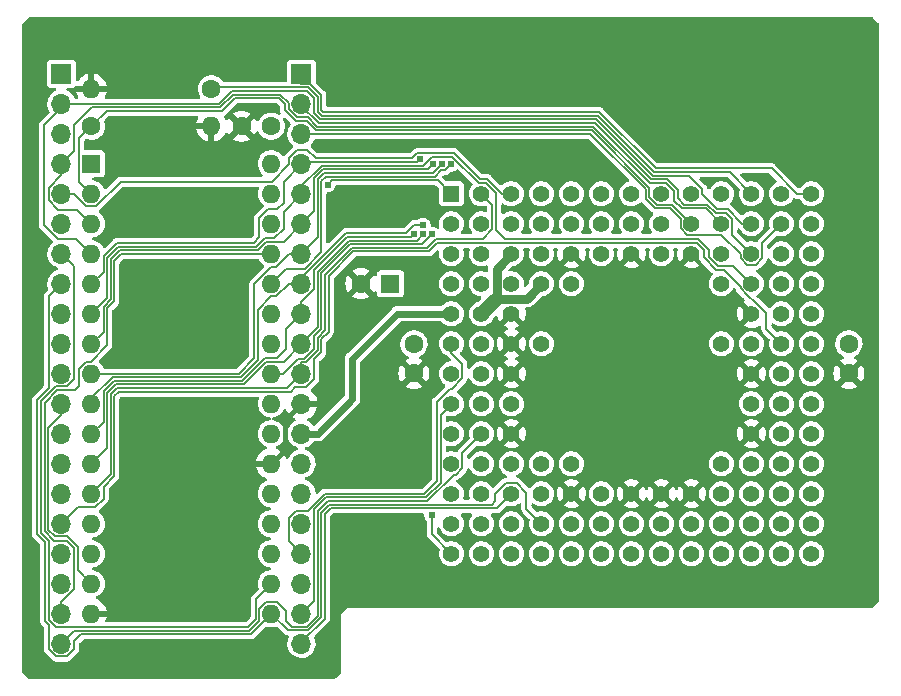
<source format=gbl>
G04 #@! TF.GenerationSoftware,KiCad,Pcbnew,(6.0.10-0)*
G04 #@! TF.CreationDate,2023-02-19T16:13:56+09:00*
G04 #@! TF.ProjectId,MEZ68030RAM,4d455a36-3830-4333-9052-414d2e6b6963,A*
G04 #@! TF.SameCoordinates,PX5f5e100PY8e18f40*
G04 #@! TF.FileFunction,Copper,L2,Bot*
G04 #@! TF.FilePolarity,Positive*
%FSLAX46Y46*%
G04 Gerber Fmt 4.6, Leading zero omitted, Abs format (unit mm)*
G04 Created by KiCad (PCBNEW (6.0.10-0)) date 2023-02-19 16:13:56*
%MOMM*%
%LPD*%
G01*
G04 APERTURE LIST*
G04 #@! TA.AperFunction,ComponentPad*
%ADD10C,1.600000*%
G04 #@! TD*
G04 #@! TA.AperFunction,ComponentPad*
%ADD11O,1.600000X1.600000*%
G04 #@! TD*
G04 #@! TA.AperFunction,ComponentPad*
%ADD12R,1.397000X1.397000*%
G04 #@! TD*
G04 #@! TA.AperFunction,ComponentPad*
%ADD13C,1.397000*%
G04 #@! TD*
G04 #@! TA.AperFunction,ComponentPad*
%ADD14R,1.600000X1.600000*%
G04 #@! TD*
G04 #@! TA.AperFunction,ComponentPad*
%ADD15R,1.700000X1.700000*%
G04 #@! TD*
G04 #@! TA.AperFunction,ComponentPad*
%ADD16O,1.700000X1.700000*%
G04 #@! TD*
G04 #@! TA.AperFunction,ViaPad*
%ADD17C,0.605000*%
G04 #@! TD*
G04 #@! TA.AperFunction,Conductor*
%ADD18C,0.400000*%
G04 #@! TD*
G04 #@! TA.AperFunction,Conductor*
%ADD19C,1.200000*%
G04 #@! TD*
G04 #@! TA.AperFunction,Conductor*
%ADD20C,0.800000*%
G04 #@! TD*
G04 #@! TA.AperFunction,Conductor*
%ADD21C,0.152400*%
G04 #@! TD*
G04 #@! TA.AperFunction,Conductor*
%ADD22C,0.600000*%
G04 #@! TD*
G04 APERTURE END LIST*
D10*
X16510000Y50435000D03*
D11*
X6350000Y50435000D03*
D12*
X36830000Y41545000D03*
D13*
X39370000Y41545000D03*
X41910000Y41545000D03*
X44450000Y41545000D03*
X46990000Y41545000D03*
X49530000Y41545000D03*
X52070000Y41545000D03*
X54610000Y41545000D03*
X57150000Y41545000D03*
X59690000Y41545000D03*
X62230000Y41545000D03*
X64770000Y41545000D03*
X67310000Y41545000D03*
X36830000Y39005000D03*
X39370000Y39005000D03*
X41910000Y39005000D03*
X44450000Y39005000D03*
X46990000Y39005000D03*
X49530000Y39005000D03*
X52070000Y39005000D03*
X54610000Y39005000D03*
X57150000Y39005000D03*
X59690000Y39005000D03*
X62230000Y39005000D03*
X64770000Y39005000D03*
X67310000Y39005000D03*
X36830000Y36465000D03*
X39370000Y36465000D03*
X41910000Y36465000D03*
X44450000Y36465000D03*
X46990000Y36465000D03*
X49530000Y36465000D03*
X52070000Y36465000D03*
X54610000Y36465000D03*
X57150000Y36465000D03*
X59690000Y36465000D03*
X62230000Y36465000D03*
X64770000Y36465000D03*
X67310000Y36465000D03*
X36830000Y33925000D03*
X39370000Y33925000D03*
X41910000Y33925000D03*
X44450000Y33925000D03*
X46990000Y33925000D03*
X59690000Y33925000D03*
X62230000Y33925000D03*
X64770000Y33925000D03*
X67310000Y33925000D03*
X36830000Y31385000D03*
X39370000Y31385000D03*
X41910000Y31385000D03*
X62230000Y31385000D03*
X64770000Y31385000D03*
X67310000Y31385000D03*
X36830000Y28845000D03*
X39370000Y28845000D03*
X41910000Y28845000D03*
X44450000Y28845000D03*
X59690000Y28845000D03*
X62230000Y28845000D03*
X64770000Y28845000D03*
X67310000Y28845000D03*
X36830000Y26305000D03*
X39370000Y26305000D03*
X41910000Y26305000D03*
X62230000Y26305000D03*
X64770000Y26305000D03*
X67310000Y26305000D03*
X36830000Y23765000D03*
X39370000Y23765000D03*
X41910000Y23765000D03*
X62230000Y23765000D03*
X64770000Y23765000D03*
X67310000Y23765000D03*
X36830000Y21225000D03*
X39370000Y21225000D03*
X41910000Y21225000D03*
X62230000Y21225000D03*
X64770000Y21225000D03*
X67310000Y21225000D03*
X36830000Y18685000D03*
X39370000Y18685000D03*
X41910000Y18685000D03*
X44450000Y18685000D03*
X46990000Y18685000D03*
X59690000Y18685000D03*
X62230000Y18685000D03*
X64770000Y18685000D03*
X67310000Y18685000D03*
X36830000Y16145000D03*
X39370000Y16145000D03*
X41910000Y16145000D03*
X44450000Y16145000D03*
X46990000Y16145000D03*
X49530000Y16145000D03*
X52070000Y16145000D03*
X54610000Y16145000D03*
X57150000Y16145000D03*
X59690000Y16145000D03*
X62230000Y16145000D03*
X64770000Y16145000D03*
X67310000Y16145000D03*
X36830000Y13605000D03*
X39370000Y13605000D03*
X41910000Y13605000D03*
X44450000Y13605000D03*
X46990000Y13605000D03*
X49530000Y13605000D03*
X52070000Y13605000D03*
X54610000Y13605000D03*
X57150000Y13605000D03*
X59690000Y13605000D03*
X62230000Y13605000D03*
X64770000Y13605000D03*
X67310000Y13605000D03*
X36830000Y11065000D03*
X39370000Y11065000D03*
X41910000Y11065000D03*
X44450000Y11065000D03*
X46990000Y11065000D03*
X49530000Y11065000D03*
X52070000Y11065000D03*
X54610000Y11065000D03*
X57150000Y11065000D03*
X59690000Y11065000D03*
X62230000Y11065000D03*
X64770000Y11065000D03*
X67310000Y11065000D03*
D14*
X6345000Y44085000D03*
D11*
X6345000Y41545000D03*
X6345000Y39005000D03*
X6345000Y36465000D03*
X6345000Y33925000D03*
X6345000Y31385000D03*
X6345000Y28845000D03*
X6345000Y26305000D03*
X6345000Y23765000D03*
X6345000Y21225000D03*
X6345000Y18685000D03*
X6345000Y16145000D03*
X6345000Y13605000D03*
X6345000Y11065000D03*
X6345000Y8525000D03*
X6345000Y5985000D03*
X21585000Y5985000D03*
X21585000Y8525000D03*
X21585000Y11065000D03*
X21585000Y13605000D03*
X21585000Y16145000D03*
X21585000Y18685000D03*
X21585000Y21225000D03*
X21585000Y23765000D03*
X21585000Y26305000D03*
X21585000Y28845000D03*
X21585000Y31385000D03*
X21585000Y33925000D03*
X21585000Y36465000D03*
X21585000Y39005000D03*
X21585000Y41545000D03*
X21585000Y44085000D03*
D14*
X31662400Y33925000D03*
D10*
X29162400Y33925000D03*
X21570000Y47260000D03*
X19070000Y47260000D03*
X6350000Y47260000D03*
D11*
X16510000Y47260000D03*
D10*
X70485000Y28845000D03*
X70485000Y26345000D03*
X33655000Y28825000D03*
X33655000Y26325000D03*
D15*
X24130000Y51705000D03*
D16*
X24130000Y49165000D03*
X24130000Y46625000D03*
X24130000Y44085000D03*
X24130000Y41545000D03*
X24130000Y39005000D03*
X24130000Y36465000D03*
X24130000Y33925000D03*
X24130000Y31385000D03*
X24130000Y28845000D03*
X24130000Y26305000D03*
X24130000Y23765000D03*
X24130000Y21225000D03*
X24130000Y18685000D03*
X24130000Y16145000D03*
X24130000Y13605000D03*
X24130000Y11065000D03*
X24130000Y8525000D03*
X24130000Y5985000D03*
X24130000Y3445000D03*
D15*
X3810000Y51705000D03*
D16*
X3810000Y49165000D03*
X3810000Y46625000D03*
X3810000Y44085000D03*
X3810000Y41545000D03*
X3810000Y39005000D03*
X3810000Y36465000D03*
X3810000Y33925000D03*
X3810000Y31385000D03*
X3810000Y28845000D03*
X3810000Y26305000D03*
X3810000Y23765000D03*
X3810000Y21225000D03*
X3810000Y18685000D03*
X3810000Y16145000D03*
X3810000Y13605000D03*
X3810000Y11065000D03*
X3810000Y8525000D03*
X3810000Y5985000D03*
X3810000Y3445000D03*
D17*
X27940000Y40275000D03*
X43180000Y42815000D03*
X18415000Y31385000D03*
X33655000Y55515000D03*
X29845000Y26940000D03*
X1270000Y55515000D03*
X9525000Y16145000D03*
X21590000Y52975000D03*
X19050000Y51705000D03*
X27940000Y28845000D03*
X33020000Y45355000D03*
X27940000Y45355000D03*
X26035000Y19955000D03*
X71755000Y7255000D03*
X33655000Y11065000D03*
X43180000Y45355000D03*
X21590000Y51705000D03*
X71755000Y55515000D03*
X9525000Y31385000D03*
X27305000Y7255000D03*
X1270000Y25035000D03*
X33020000Y40275000D03*
X9525000Y11065000D03*
X26670000Y1540000D03*
X49530000Y21225000D03*
X34925000Y30115000D03*
X34925000Y32655000D03*
X18415000Y39005000D03*
X1270000Y1540000D03*
X57785000Y21225000D03*
X33655000Y13605000D03*
X50165000Y32020000D03*
X19050000Y52975000D03*
X57785000Y32020000D03*
X9525000Y39005000D03*
X35179000Y38116000D03*
X36792731Y44051100D03*
X35179000Y14382500D03*
X34168809Y44460191D03*
X35278925Y44051100D03*
X36035828Y44051100D03*
X34417000Y38872903D03*
X33660097Y38116000D03*
X34417000Y38116000D03*
X26348800Y42326257D03*
D18*
X22737000Y22372000D02*
X22737000Y19837000D01*
X24130000Y23765000D02*
X22737000Y22372000D01*
X22737000Y19837000D02*
X21585000Y18685000D01*
D19*
X40659000Y32674000D02*
X39370000Y31385000D01*
D20*
X40659000Y35214000D02*
X40659000Y32674000D01*
X43199000Y32674000D02*
X44450000Y33925000D01*
X40659000Y32674000D02*
X43199000Y32674000D01*
X41910000Y36465000D02*
X40659000Y35214000D01*
D21*
X21585000Y26305000D02*
X22604629Y26305000D01*
X24385371Y27575000D02*
X25208600Y28398229D01*
X25818200Y30102148D02*
X25818200Y34828044D01*
X25208600Y29492548D02*
X25818200Y30102148D01*
X25208600Y28398229D02*
X25208600Y29492548D01*
X22604629Y26305000D02*
X23874629Y27575000D01*
X25818200Y34828044D02*
X28270256Y37280100D01*
X34343100Y37280100D02*
X35179000Y38116000D01*
X23874629Y27575000D02*
X24385371Y27575000D01*
X28270256Y37280100D02*
X34343100Y37280100D01*
X25208600Y48364927D02*
X25208600Y49611771D01*
X61468000Y39005000D02*
X60236100Y40236900D01*
X2357700Y38864600D02*
X3487300Y37735000D01*
X62230000Y39005000D02*
X61468000Y39005000D01*
X2357700Y47368600D02*
X2357700Y38864600D01*
X53858456Y43081700D02*
X49095956Y47844200D01*
X25729327Y47844200D02*
X25208600Y48364927D01*
X3810000Y48820900D02*
X2357700Y47368600D01*
X5075000Y37735000D02*
X6345000Y36465000D01*
X17145000Y49165000D02*
X3810000Y49165000D01*
X58077100Y41480004D02*
X58077100Y41929018D01*
X24576771Y50243600D02*
X18223600Y50243600D01*
X60236100Y40236900D02*
X59320204Y40236900D01*
X3810000Y49165000D02*
X3810000Y48820900D01*
X25208600Y49611771D02*
X24576771Y50243600D01*
X3487300Y37735000D02*
X5075000Y37735000D01*
X58077100Y41929018D02*
X56924418Y43081700D01*
X56924418Y43081700D02*
X53858456Y43081700D01*
X18223600Y50243600D02*
X17145000Y49165000D01*
X49095956Y47844200D02*
X25729327Y47844200D01*
X59320204Y40236900D02*
X58077100Y41480004D01*
X22858800Y35198800D02*
X21585000Y33925000D01*
X36786917Y44051100D02*
X36255817Y43520000D01*
X35409152Y42995100D02*
X26188204Y42995100D01*
X24389171Y35198800D02*
X22858800Y35198800D01*
X25818200Y42625096D02*
X25818200Y36627829D01*
X26188204Y42995100D02*
X25818200Y42625096D01*
X36255817Y43520000D02*
X35934052Y43520000D01*
X35934052Y43520000D02*
X35409152Y42995100D01*
X36792731Y44051100D02*
X36786917Y44051100D01*
X25818200Y36627829D02*
X24389171Y35198800D01*
X17271252Y48860200D02*
X18349852Y49938800D01*
X6426200Y48860200D02*
X17271252Y48860200D01*
X56349900Y40313100D02*
X58381900Y40313100D01*
X53605952Y42472100D02*
X54994018Y42472100D01*
X23051400Y48718229D02*
X23761229Y48008400D01*
X3810000Y44085000D02*
X4888700Y45163700D01*
X22340200Y49938800D02*
X23051400Y49227600D01*
X55705700Y41760418D02*
X55705700Y40957300D01*
X24703023Y48008400D02*
X25476823Y47234600D01*
X4888700Y47322700D02*
X6426200Y48860200D01*
X58381900Y40313100D02*
X59690000Y39005000D01*
X23051400Y49227600D02*
X23051400Y48718229D01*
X18349852Y49938800D02*
X22340200Y49938800D01*
X3810000Y43141100D02*
X2713800Y42044900D01*
X4888700Y45163700D02*
X4888700Y47322700D01*
X3547700Y40208100D02*
X5141900Y40208100D01*
X48843452Y47234600D02*
X53605952Y42472100D01*
X54994018Y42472100D02*
X55705700Y41760418D01*
X23761229Y48008400D02*
X24703023Y48008400D01*
X3810000Y44085000D02*
X3810000Y43141100D01*
X5141900Y40208100D02*
X6345000Y39005000D01*
X2713800Y41042000D02*
X3547700Y40208100D01*
X25476823Y47234600D02*
X48843452Y47234600D01*
X55705700Y40957300D02*
X56349900Y40313100D01*
X2713800Y42044900D02*
X2713800Y41042000D01*
X60388500Y43386500D02*
X53984708Y43386500D01*
X53984708Y43386500D02*
X49222208Y48149000D01*
X16623400Y50548400D02*
X16510000Y50435000D01*
X25513400Y49738023D02*
X24703023Y50548400D01*
X49222208Y48149000D02*
X25855579Y48149000D01*
X62230000Y41545000D02*
X60388500Y43386500D01*
X25855579Y48149000D02*
X25513400Y48491179D01*
X24703023Y50548400D02*
X16623400Y50548400D01*
X25513400Y48491179D02*
X25513400Y49738023D01*
X37034681Y44991291D02*
X39249072Y42776900D01*
X39249072Y42776900D02*
X39880270Y42776900D01*
X4888700Y41545000D02*
X5920600Y40513100D01*
X41112170Y41545000D02*
X41910000Y41545000D01*
X23051400Y44022400D02*
X23051400Y44531771D01*
X23747629Y45228000D02*
X24638000Y45228000D01*
X24638000Y45228000D02*
X25327309Y44538691D01*
X33948820Y44991291D02*
X37034681Y44991291D01*
X5920600Y40513100D02*
X6767761Y40513100D01*
X21602600Y42573600D02*
X23051400Y44022400D01*
X3810000Y41545000D02*
X4888700Y41545000D01*
X8828261Y42573600D02*
X21602600Y42573600D01*
X39880270Y42776900D02*
X41112170Y41545000D01*
X33496220Y44538691D02*
X33948820Y44991291D01*
X25327309Y44538691D02*
X33496220Y44538691D01*
X23051400Y44531771D02*
X23747629Y45228000D01*
X6767761Y40513100D02*
X8828261Y42573600D01*
X3363200Y4842000D02*
X19584896Y4842000D01*
X2070300Y23981723D02*
X2070300Y12831596D01*
X4888600Y35386400D02*
X4888600Y25858229D01*
X4256771Y25226400D02*
X3314977Y25226400D01*
X3810000Y36465000D02*
X4888600Y35386400D01*
X2731400Y5473800D02*
X3363200Y4842000D01*
X20251600Y7191600D02*
X21585000Y8525000D01*
X2070300Y12831596D02*
X2731400Y12170496D01*
X19584896Y4842000D02*
X20251600Y5508704D01*
X3314977Y25226400D02*
X2070300Y23981723D01*
X4888600Y25858229D02*
X4256771Y25226400D01*
X20251600Y5508704D02*
X20251600Y7191600D01*
X2731400Y12170496D02*
X2731400Y5473800D01*
X40513000Y15510000D02*
X40513000Y16145000D01*
X21585000Y5985000D02*
X21585000Y5980000D01*
X42340300Y17072100D02*
X43180000Y16232400D01*
X4888600Y2998229D02*
X4256771Y2366400D01*
X25818200Y5693548D02*
X25818200Y14531200D01*
X1765500Y24107975D02*
X2731400Y25073875D01*
X26503404Y15216404D02*
X26503404Y15217900D01*
X43180000Y14875000D02*
X44450000Y13605000D01*
X21585000Y5980000D02*
X19837400Y4232400D01*
X40513000Y16145000D02*
X41440100Y17072100D01*
X2731400Y32846400D02*
X3810000Y33925000D01*
X40220900Y15217900D02*
X40513000Y15510000D01*
X2426600Y12044244D02*
X1765500Y12705344D01*
X2731400Y5042748D02*
X2426600Y5347548D01*
X3363229Y2366400D02*
X2731400Y2998229D01*
X24720752Y4596100D02*
X25818200Y5693548D01*
X41440100Y17072100D02*
X42340300Y17072100D01*
X2426600Y5347548D02*
X2426600Y12044244D01*
X5486400Y4232400D02*
X4888600Y3634600D01*
X2731400Y2998229D02*
X2731400Y5042748D01*
X26503404Y15217900D02*
X40220900Y15217900D01*
X4256771Y2366400D02*
X3363229Y2366400D01*
X21585000Y5985000D02*
X22973900Y4596100D01*
X2731400Y25073875D02*
X2731400Y32846400D01*
X22973900Y4596100D02*
X24720752Y4596100D01*
X25818200Y14531200D02*
X26503404Y15216404D01*
X1765500Y12705344D02*
X1765500Y24107975D01*
X4888600Y3634600D02*
X4888600Y2998229D01*
X19837400Y4232400D02*
X5486400Y4232400D01*
X43180000Y16232400D02*
X43180000Y14875000D01*
X5193400Y11638023D02*
X5193400Y9676600D01*
X3810000Y23765000D02*
X3810000Y22821100D01*
X4305023Y12526400D02*
X5193400Y11638023D01*
X3237600Y12526400D02*
X4305023Y12526400D01*
X2680800Y21691900D02*
X2680800Y13083200D01*
X5193400Y9676600D02*
X6345000Y8525000D01*
X3810000Y22821100D02*
X2680800Y21691900D01*
X2680800Y13083200D02*
X3237600Y12526400D01*
X35179000Y14382500D02*
X35179000Y12716000D01*
X35179000Y12716000D02*
X36830000Y11065000D01*
X66081118Y41545000D02*
X63934818Y43691300D01*
X67310000Y41545000D02*
X66081118Y41545000D01*
X24829275Y50853200D02*
X24130000Y50853200D01*
X24130000Y50853200D02*
X24130000Y51705000D01*
X25981831Y48453800D02*
X25818200Y48617431D01*
X49348460Y48453800D02*
X25981831Y48453800D01*
X54110960Y43691300D02*
X49348460Y48453800D01*
X25818200Y49864275D02*
X24829275Y50853200D01*
X63934818Y43691300D02*
X54110960Y43691300D01*
X25818200Y48617431D02*
X25818200Y49864275D01*
X56010500Y41886670D02*
X56010500Y41160500D01*
X53732204Y42776900D02*
X55120270Y42776900D01*
X60617300Y39388818D02*
X60617300Y38077700D01*
X24130000Y49165000D02*
X24130000Y49012475D01*
X48969704Y47539400D02*
X53732204Y42776900D01*
X56010500Y41160500D02*
X56553100Y40617900D01*
X59193952Y39932100D02*
X60074018Y39932100D01*
X60617300Y38077700D02*
X62230000Y36465000D01*
X60074018Y39932100D02*
X60617300Y39388818D01*
X56553100Y40617900D02*
X58508152Y40617900D01*
X55120270Y42776900D02*
X56010500Y41886670D01*
X24130000Y49012475D02*
X25603075Y47539400D01*
X58508152Y40617900D02*
X59193952Y39932100D01*
X25603075Y47539400D02*
X48969704Y47539400D01*
X24130000Y46625000D02*
X48590948Y46625000D01*
X54100030Y40312800D02*
X55299118Y40312800D01*
X56765982Y38077900D02*
X59690000Y38077900D01*
X56222900Y38620982D02*
X56765982Y38077900D01*
X48590948Y46625000D02*
X53289200Y41926748D01*
X61302900Y36465000D02*
X61302900Y36080982D01*
X63157100Y36080982D02*
X63157100Y37392100D01*
X61302900Y36080982D02*
X61845982Y35537900D01*
X59690000Y38077900D02*
X61302900Y36465000D01*
X55299118Y40312800D02*
X56222900Y39389018D01*
X53289200Y41926748D02*
X53289200Y41123630D01*
X53289200Y41123630D02*
X54100030Y40312800D01*
X61845982Y35537900D02*
X62614018Y35537900D01*
X63157100Y37392100D02*
X64770000Y39005000D01*
X56222900Y39389018D02*
X56222900Y38620982D01*
X62614018Y35537900D02*
X63157100Y36080982D01*
X20556400Y37844400D02*
X20091400Y37379400D01*
X8511244Y37379400D02*
X7373600Y36241756D01*
X7373600Y34953600D02*
X6345000Y33925000D01*
X22618600Y42573600D02*
X22618600Y40795600D01*
X20556400Y39495400D02*
X20556400Y37844400D01*
X24130000Y44085000D02*
X22618600Y42573600D01*
X7373600Y36241756D02*
X7373600Y34953600D01*
X24278891Y44233891D02*
X24130000Y44085000D01*
X34168809Y44460191D02*
X33942509Y44233891D01*
X20091400Y37379400D02*
X8511244Y37379400D01*
X22618600Y40795600D02*
X22098000Y40275000D01*
X33942509Y44233891D02*
X24278891Y44233891D01*
X22098000Y40275000D02*
X21336000Y40275000D01*
X21336000Y40275000D02*
X20556400Y39495400D01*
X21032687Y37798400D02*
X21833061Y37798400D01*
X58646700Y36171800D02*
X59363200Y35455300D01*
X24130000Y41545000D02*
X24130000Y42230052D01*
X24130000Y42230052D02*
X25829039Y43929091D01*
X6345000Y31385000D02*
X7678400Y32718400D01*
X39754018Y42472100D02*
X40640000Y41586118D01*
X8637496Y37074600D02*
X20308887Y37074600D01*
X35145491Y44686491D02*
X36908429Y44686491D01*
X20308887Y37074600D02*
X21032687Y37798400D01*
X57708152Y37734900D02*
X58646700Y36796352D01*
X21833061Y37798400D02*
X22613600Y38578939D01*
X22613600Y38578939D02*
X22613600Y40028600D01*
X22613600Y40028600D02*
X24130000Y41545000D01*
X7678400Y32718400D02*
X7678400Y36115504D01*
X34388091Y43929091D02*
X35145491Y44686491D01*
X60699700Y35455300D02*
X62230000Y33925000D01*
X59363200Y35455300D02*
X60699700Y35455300D01*
X36908429Y44686491D02*
X39122820Y42472100D01*
X40640000Y38497000D02*
X41402100Y37734900D01*
X39122820Y42472100D02*
X39754018Y42472100D01*
X25829039Y43929091D02*
X34388091Y43929091D01*
X40640000Y41586118D02*
X40640000Y38497000D01*
X7678400Y36115504D02*
X8637496Y37074600D01*
X58646700Y36796352D02*
X58646700Y36171800D01*
X41402100Y37734900D02*
X57708152Y37734900D01*
X21158939Y37493600D02*
X20435139Y36769800D01*
X34832525Y43604700D02*
X25935700Y43604700D01*
X24130000Y39005000D02*
X22618600Y37493600D01*
X8763748Y36769800D02*
X7983200Y35989252D01*
X7983200Y32592148D02*
X7373600Y31982548D01*
X7373600Y31982548D02*
X7373600Y29873600D01*
X25935700Y43604700D02*
X25208600Y42877600D01*
X7983200Y35989252D02*
X7983200Y32592148D01*
X35278925Y44051100D02*
X34832525Y43604700D01*
X7373600Y29873600D02*
X6345000Y28845000D01*
X25208600Y42877600D02*
X25208600Y40083600D01*
X20435139Y36769800D02*
X8763748Y36769800D01*
X22618600Y37493600D02*
X21158939Y37493600D01*
X25208600Y40083600D02*
X24130000Y39005000D01*
X35282900Y43299900D02*
X26061952Y43299900D01*
X21935800Y35349500D02*
X23051300Y36465000D01*
X36035828Y44051100D02*
X36034100Y44051100D01*
X21554839Y35349500D02*
X21935800Y35349500D01*
X20142200Y33936861D02*
X21554839Y35349500D01*
X23051300Y36465000D02*
X24130000Y36465000D01*
X36034100Y44051100D02*
X35282900Y43299900D01*
X25513400Y37848400D02*
X24130000Y36465000D01*
X6345000Y26305000D02*
X6357600Y26317600D01*
X25513400Y42751348D02*
X25513400Y37848400D01*
X18849783Y26317600D02*
X20142200Y27610017D01*
X20142200Y27610017D02*
X20142200Y33936861D01*
X6357600Y26317600D02*
X18849783Y26317600D01*
X26061952Y43299900D02*
X25513400Y42751348D01*
X18976035Y26012800D02*
X8143592Y26012800D01*
X20447000Y27483765D02*
X18976035Y26012800D01*
X20447000Y31701661D02*
X20447000Y27483765D01*
X24130000Y33925000D02*
X23051300Y33925000D01*
X23051300Y33925000D02*
X21972600Y32846300D01*
X21591639Y32846300D02*
X20447000Y31701661D01*
X33665911Y38872903D02*
X32987508Y38194500D01*
X21972600Y32846300D02*
X21591639Y32846300D01*
X6345000Y24214208D02*
X6345000Y23765000D01*
X34417000Y38872903D02*
X33665911Y38872903D01*
X32987508Y38194500D02*
X27891500Y38194500D01*
X24130000Y34433000D02*
X24130000Y33925000D01*
X27891500Y38194500D02*
X24130000Y34433000D01*
X8143592Y26012800D02*
X6345000Y24214208D01*
X21032687Y27638400D02*
X22034400Y27638400D01*
X22034400Y27638400D02*
X22798500Y28402500D01*
X33660097Y38116000D02*
X33433797Y37889700D01*
X25208600Y33478229D02*
X24130000Y32399629D01*
X7373600Y24811756D02*
X8269844Y25708000D01*
X7373600Y22253600D02*
X7373600Y24811756D01*
X25208600Y35080548D02*
X25208600Y33478229D01*
X6345000Y21225000D02*
X7373600Y22253600D01*
X28017752Y37889700D02*
X25208600Y35080548D01*
X22798500Y28402500D02*
X22798500Y30053500D01*
X19102287Y25708000D02*
X21032687Y27638400D01*
X8269844Y25708000D02*
X19102287Y25708000D01*
X24130000Y32399629D02*
X24130000Y31385000D01*
X33433797Y37889700D02*
X28017752Y37889700D01*
X22798500Y30053500D02*
X24130000Y31385000D01*
X22618600Y27333600D02*
X21158939Y27333600D01*
X7678400Y20018400D02*
X6345000Y18685000D01*
X8396096Y25403200D02*
X7678400Y24685504D01*
X21158939Y27333600D02*
X19228539Y25403200D01*
X33885900Y37584900D02*
X28144004Y37584900D01*
X25513400Y30228400D02*
X24130000Y28845000D01*
X34417000Y38116000D02*
X33885900Y37584900D01*
X7678400Y24685504D02*
X7678400Y20018400D01*
X28144004Y37584900D02*
X25513400Y34954296D01*
X25513400Y34954296D02*
X25513400Y30228400D01*
X19228539Y25403200D02*
X8396096Y25403200D01*
X24130000Y28845000D02*
X22618600Y27333600D01*
X25513400Y28271977D02*
X24511623Y27270200D01*
X24130000Y26305000D02*
X22923400Y25098400D01*
X39370000Y41545000D02*
X40297100Y40617900D01*
X7983200Y24559252D02*
X7983200Y17783200D01*
X24130000Y27270200D02*
X24130000Y26305000D01*
X28396508Y36975300D02*
X26123000Y34701792D01*
X7983200Y17783200D02*
X6345000Y16145000D01*
X40297100Y40617900D02*
X40297100Y38535100D01*
X8522348Y25098400D02*
X7983200Y24559252D01*
X25513400Y29366296D02*
X25513400Y28271977D01*
X22923400Y25098400D02*
X8522348Y25098400D01*
X34789389Y36975300D02*
X28396508Y36975300D01*
X26123000Y34701792D02*
X26123000Y29975896D01*
X26123000Y29975896D02*
X25513400Y29366296D01*
X39458900Y37696900D02*
X35510989Y37696900D01*
X40297100Y38535100D02*
X39458900Y37696900D01*
X24511623Y27270200D02*
X24130000Y27270200D01*
X35510989Y37696900D02*
X34789389Y36975300D01*
X8648600Y24793600D02*
X8288000Y24433000D01*
X8288000Y17656948D02*
X7373600Y16742548D01*
X26427800Y34575540D02*
X26427800Y29849644D01*
X61887100Y32997900D02*
X61845982Y32997900D01*
X59243000Y35109200D02*
X58201800Y36150400D01*
X62652500Y32312300D02*
X62572700Y32312300D01*
X8288000Y24433000D02*
X8288000Y17656948D01*
X59869500Y35109200D02*
X59243000Y35109200D01*
X61845982Y32997900D02*
X61302800Y33541082D01*
X25818200Y29240044D02*
X25818200Y28145725D01*
X7373600Y16742548D02*
X7373600Y15718939D01*
X61302800Y33541082D02*
X61302800Y33675900D01*
X24512371Y25162000D02*
X23622000Y25162000D01*
X61302800Y33675900D02*
X59869500Y35109200D01*
X25208600Y25858229D02*
X24512371Y25162000D01*
X57619900Y37392100D02*
X35637241Y37392100D01*
X58201800Y36150400D02*
X58201800Y36810200D01*
X64770000Y28845000D02*
X63500000Y30115000D01*
X63500000Y30115000D02*
X63500000Y31464800D01*
X26427800Y29849644D02*
X25818200Y29240044D01*
X6656661Y15002000D02*
X5207000Y15002000D01*
X23253600Y24793600D02*
X8648600Y24793600D01*
X5207000Y15002000D02*
X3810000Y13605000D01*
X23622000Y25162000D02*
X23253600Y24793600D01*
X63500000Y31464800D02*
X62652500Y32312300D01*
X58201800Y36810200D02*
X57619900Y37392100D01*
X34915641Y36670500D02*
X28522760Y36670500D01*
X35637241Y37392100D02*
X34915641Y36670500D01*
X25208600Y27536125D02*
X25208600Y25858229D01*
X25818200Y28145725D02*
X25208600Y27536125D01*
X7373600Y15718939D02*
X6656661Y15002000D01*
X28522760Y36670500D02*
X26427800Y34575540D01*
X62572700Y32312300D02*
X61887100Y32997900D01*
X3189348Y12143600D02*
X2375100Y12957848D01*
X5316400Y25271400D02*
X5316400Y26731061D01*
X6288261Y27333600D02*
X7678400Y28723739D01*
X4953000Y24908000D02*
X5316400Y25271400D01*
X2375100Y12957848D02*
X2375100Y23855471D01*
X2375100Y23855471D02*
X3427629Y24908000D01*
X3810000Y5985000D02*
X3810000Y6999629D01*
X5316400Y26731061D02*
X5918939Y27333600D01*
X7678400Y31856296D02*
X8288000Y32465896D01*
X7678400Y28723739D02*
X7678400Y31856296D01*
X3810000Y6999629D02*
X4888600Y8078229D01*
X5918939Y27333600D02*
X6288261Y27333600D01*
X8288000Y35863000D02*
X8890000Y36465000D01*
X8288000Y32465896D02*
X8288000Y35863000D01*
X4888600Y8078229D02*
X4888600Y11511771D01*
X4888600Y11511771D02*
X4256771Y12143600D01*
X4256771Y12143600D02*
X3189348Y12143600D01*
X8890000Y36465000D02*
X21585000Y36465000D01*
X3427629Y24908000D02*
X4953000Y24908000D01*
X20556400Y6411061D02*
X21160039Y7014700D01*
X37214018Y17757900D02*
X37757100Y18300982D01*
X4902200Y4537200D02*
X19711148Y4537200D01*
X37019004Y17757900D02*
X37214018Y17757900D01*
X22860000Y6194600D02*
X22860000Y5350000D01*
X22860000Y5350000D02*
X23308900Y4901100D01*
X25513400Y14684348D02*
X26351752Y15522700D01*
X23308900Y4901100D02*
X24594700Y4901100D01*
X19711148Y4537200D02*
X20556400Y5382452D01*
X22039900Y7014700D02*
X22860000Y6194600D01*
X34783804Y15522700D02*
X37019004Y17757900D01*
X3810000Y3445000D02*
X4902200Y4537200D01*
X20556400Y5382452D02*
X20556400Y6411061D01*
X26351752Y15522700D02*
X34783804Y15522700D01*
X21160039Y7014700D02*
X22039900Y7014700D01*
X37757100Y19612100D02*
X39370000Y21225000D01*
X37757100Y18300982D02*
X37757100Y19612100D01*
X25513400Y5819800D02*
X25513400Y14684348D01*
X24594700Y4901100D02*
X25513400Y5819800D01*
D22*
X24130000Y21225000D02*
X25527000Y21225000D01*
X28448000Y27575000D02*
X32258000Y31385000D01*
X28448000Y24146000D02*
X28448000Y27575000D01*
X25527000Y21225000D02*
X28448000Y24146000D01*
X32258000Y31385000D02*
X36830000Y31385000D01*
D21*
X36881418Y25045300D02*
X36713300Y25045300D01*
X23051400Y14051771D02*
X23051400Y12143600D01*
X36830000Y28083000D02*
X37757100Y27155900D01*
X37757100Y27155900D02*
X37757100Y25920982D01*
X36830000Y28845000D02*
X36830000Y28083000D01*
X26099248Y16132300D02*
X24650548Y14683600D01*
X37757100Y25920982D02*
X36881418Y25045300D01*
X35598100Y23930100D02*
X35598100Y17199100D01*
X23683229Y14683600D02*
X23051400Y14051771D01*
X23051400Y12143600D02*
X24130000Y11065000D01*
X34531300Y16132300D02*
X26099248Y16132300D01*
X35598100Y17199100D02*
X34531300Y16132300D01*
X24650548Y14683600D02*
X23683229Y14683600D01*
X36713300Y25045300D02*
X35598100Y23930100D01*
X25208600Y14810600D02*
X26225500Y15827500D01*
X35902900Y17072848D02*
X35902900Y22837900D01*
X25208600Y7063600D02*
X25208600Y14810600D01*
X34657552Y15827500D02*
X35902900Y17072848D01*
X26225500Y15827500D02*
X34657552Y15827500D01*
X24130000Y5985000D02*
X25208600Y7063600D01*
X35902900Y22837900D02*
X36830000Y23765000D01*
X26123000Y5567296D02*
X26123000Y14404948D01*
X26631152Y14913100D02*
X40678100Y14913100D01*
X26123000Y14404948D02*
X26631152Y14913100D01*
X24130000Y3574296D02*
X26123000Y5567296D01*
X40678100Y14913100D02*
X41910000Y16145000D01*
X24130000Y3445000D02*
X24130000Y3574296D01*
X6350000Y47260000D02*
X5316400Y46226400D01*
X54226282Y40617600D02*
X55537400Y40617600D01*
X55537400Y40617600D02*
X57150000Y39005000D01*
X5316400Y42573600D02*
X6345000Y41545000D01*
X22746600Y48591977D02*
X23634977Y47703600D01*
X18476104Y49634000D02*
X22213948Y49634000D01*
X17397504Y48555400D02*
X18476104Y49634000D01*
X53594000Y41249882D02*
X54226282Y40617600D01*
X22746600Y49101348D02*
X22746600Y48591977D01*
X25350571Y46929800D02*
X48717200Y46929800D01*
X7645400Y48555400D02*
X17397504Y48555400D01*
X5316400Y46226400D02*
X5316400Y42573600D01*
X53594000Y42053000D02*
X53594000Y41249882D01*
X48717200Y46929800D02*
X53594000Y42053000D01*
X6350000Y47260000D02*
X7645400Y48555400D01*
X22213948Y49634000D02*
X22746600Y49101348D01*
X23634977Y47703600D02*
X24576771Y47703600D01*
X24576771Y47703600D02*
X25350571Y46929800D01*
X26348800Y42326257D02*
X26710543Y42688000D01*
X35687000Y42688000D02*
X36830000Y41545000D01*
X26710543Y42688000D02*
X35687000Y42688000D01*
G04 #@! TA.AperFunction,Conductor*
G36*
X72515931Y56479998D02*
G01*
X72536905Y56463095D01*
X72963095Y56036905D01*
X72997121Y55974593D01*
X73000000Y55947810D01*
X73000000Y7052190D01*
X72979998Y6984069D01*
X72963095Y6963095D01*
X72536905Y6536905D01*
X72474593Y6502879D01*
X72447810Y6500000D01*
X28000000Y6500000D01*
X27500000Y6000000D01*
X27500000Y1052190D01*
X27479998Y984069D01*
X27463095Y963095D01*
X27036905Y536905D01*
X26974593Y502879D01*
X26947810Y500000D01*
X1052190Y500000D01*
X984069Y520002D01*
X963095Y536905D01*
X536905Y963095D01*
X502879Y1025407D01*
X500000Y1052190D01*
X500000Y12691789D01*
X1334192Y12691789D01*
X1335884Y12682527D01*
X1335884Y12682518D01*
X1344163Y12637192D01*
X1344814Y12633284D01*
X1353056Y12578460D01*
X1356016Y12572296D01*
X1357245Y12565567D01*
X1382822Y12516329D01*
X1384579Y12512813D01*
X1404520Y12471285D01*
X1404522Y12471281D01*
X1408598Y12462794D01*
X1413241Y12457772D01*
X1416393Y12451703D01*
X1420474Y12446925D01*
X1455649Y12411750D01*
X1459078Y12408185D01*
X1495695Y12368573D01*
X1501787Y12365034D01*
X1507324Y12360075D01*
X1962995Y11904404D01*
X1997021Y11842092D01*
X1999900Y11815309D01*
X1999900Y5380358D01*
X1999027Y5365550D01*
X1995292Y5333993D01*
X1996984Y5324731D01*
X1996984Y5324722D01*
X2005263Y5279396D01*
X2005914Y5275488D01*
X2014156Y5220664D01*
X2017116Y5214500D01*
X2018345Y5207771D01*
X2043922Y5158533D01*
X2045679Y5155017D01*
X2065620Y5113489D01*
X2065622Y5113485D01*
X2069698Y5104998D01*
X2074341Y5099976D01*
X2077493Y5093907D01*
X2081574Y5089129D01*
X2116749Y5053954D01*
X2120178Y5050389D01*
X2156795Y5010777D01*
X2162887Y5007238D01*
X2168424Y5002279D01*
X2267795Y4902908D01*
X2301821Y4840596D01*
X2304700Y4813813D01*
X2304700Y3031039D01*
X2303827Y3016231D01*
X2300092Y2984674D01*
X2301784Y2975412D01*
X2301784Y2975403D01*
X2310063Y2930077D01*
X2310714Y2926169D01*
X2318956Y2871345D01*
X2321916Y2865181D01*
X2323145Y2858452D01*
X2348722Y2809214D01*
X2350479Y2805698D01*
X2370420Y2764170D01*
X2370422Y2764166D01*
X2374498Y2755679D01*
X2379141Y2750657D01*
X2382293Y2744588D01*
X2386374Y2739810D01*
X2421549Y2704635D01*
X2424978Y2701070D01*
X2461595Y2661458D01*
X2467687Y2657919D01*
X2473224Y2652960D01*
X3038306Y2087878D01*
X3048161Y2076788D01*
X3061999Y2059234D01*
X3062003Y2059230D01*
X3067833Y2051835D01*
X3075580Y2046481D01*
X3075582Y2046479D01*
X3113467Y2020296D01*
X3116679Y2018001D01*
X3161307Y1985038D01*
X3167758Y1982772D01*
X3173386Y1978883D01*
X3226342Y1962136D01*
X3230027Y1960906D01*
X3282370Y1942524D01*
X3289202Y1942256D01*
X3295724Y1940193D01*
X3301988Y1939700D01*
X3351759Y1939700D01*
X3356705Y1939603D01*
X3410581Y1937486D01*
X3417392Y1939292D01*
X3424806Y1939700D01*
X4223961Y1939700D01*
X4238769Y1938827D01*
X4270326Y1935092D01*
X4279588Y1936784D01*
X4279597Y1936784D01*
X4324923Y1945063D01*
X4328831Y1945714D01*
X4330860Y1946019D01*
X4383655Y1953956D01*
X4389819Y1956916D01*
X4396548Y1958145D01*
X4445786Y1983722D01*
X4449302Y1985479D01*
X4490830Y2005420D01*
X4490834Y2005422D01*
X4499321Y2009498D01*
X4504343Y2014141D01*
X4510412Y2017293D01*
X4515190Y2021374D01*
X4550365Y2056549D01*
X4553931Y2059979D01*
X4586627Y2090203D01*
X4593542Y2096595D01*
X4597081Y2102687D01*
X4602040Y2108224D01*
X5167122Y2673306D01*
X5178212Y2683161D01*
X5195766Y2696999D01*
X5195770Y2697003D01*
X5203165Y2702833D01*
X5234711Y2748477D01*
X5237006Y2751689D01*
X5269962Y2796307D01*
X5272228Y2802758D01*
X5276117Y2808386D01*
X5292864Y2861342D01*
X5294100Y2865044D01*
X5294844Y2867161D01*
X5312476Y2917370D01*
X5312744Y2924202D01*
X5314807Y2930724D01*
X5315300Y2936988D01*
X5315300Y2986759D01*
X5315397Y2991706D01*
X5316650Y3023605D01*
X5317514Y3045581D01*
X5315708Y3052392D01*
X5315300Y3059806D01*
X5315300Y3405665D01*
X5335302Y3473786D01*
X5352205Y3494760D01*
X5626240Y3768795D01*
X5688552Y3802821D01*
X5715335Y3805700D01*
X19804590Y3805700D01*
X19819398Y3804827D01*
X19850955Y3801092D01*
X19860217Y3802784D01*
X19860226Y3802784D01*
X19905552Y3811063D01*
X19909460Y3811714D01*
X19911489Y3812019D01*
X19964284Y3819956D01*
X19970448Y3822916D01*
X19977177Y3824145D01*
X20026415Y3849722D01*
X20029931Y3851479D01*
X20071459Y3871420D01*
X20071463Y3871422D01*
X20079950Y3875498D01*
X20084972Y3880141D01*
X20091041Y3883293D01*
X20095819Y3887374D01*
X20130994Y3922549D01*
X20134560Y3925979D01*
X20174171Y3962595D01*
X20177710Y3968687D01*
X20182669Y3974224D01*
X21074273Y4865828D01*
X21136585Y4899854D01*
X21213104Y4892501D01*
X21222646Y4888402D01*
X21227953Y4886122D01*
X21233582Y4884848D01*
X21233583Y4884848D01*
X21428550Y4840731D01*
X21428553Y4840731D01*
X21434186Y4839456D01*
X21439957Y4839229D01*
X21439959Y4839229D01*
X21501989Y4836792D01*
X21645470Y4831154D01*
X21651179Y4831982D01*
X21651183Y4831982D01*
X21849015Y4860667D01*
X21849019Y4860668D01*
X21854730Y4861496D01*
X21967426Y4899751D01*
X22038361Y4902707D01*
X22097022Y4869533D01*
X22648977Y4317578D01*
X22658832Y4306488D01*
X22672670Y4288934D01*
X22672674Y4288930D01*
X22678504Y4281535D01*
X22686251Y4276181D01*
X22686253Y4276179D01*
X22724138Y4249996D01*
X22727350Y4247701D01*
X22771978Y4214738D01*
X22778429Y4212472D01*
X22784057Y4208583D01*
X22837013Y4191836D01*
X22840698Y4190606D01*
X22893041Y4172224D01*
X22899873Y4171956D01*
X22906395Y4169893D01*
X22912659Y4169400D01*
X22945846Y4169400D01*
X23013967Y4149398D01*
X23060460Y4095742D01*
X23070564Y4025468D01*
X23057354Y3984733D01*
X23024638Y3922549D01*
X23016131Y3906380D01*
X22950703Y3695667D01*
X22924770Y3476560D01*
X22939200Y3256396D01*
X22940621Y3250800D01*
X22940622Y3250795D01*
X22989128Y3059806D01*
X22993511Y3042548D01*
X22995928Y3037306D01*
X22995928Y3037305D01*
X23034046Y2954621D01*
X23085883Y2842179D01*
X23213222Y2661998D01*
X23371264Y2508039D01*
X23376060Y2504834D01*
X23376063Y2504832D01*
X23460261Y2448573D01*
X23554717Y2385460D01*
X23560020Y2383182D01*
X23560023Y2383180D01*
X23752129Y2300645D01*
X23757436Y2298365D01*
X23837088Y2280342D01*
X23966995Y2250946D01*
X23967001Y2250945D01*
X23972632Y2249671D01*
X23978403Y2249444D01*
X23978405Y2249444D01*
X24046211Y2246780D01*
X24193098Y2241009D01*
X24302275Y2256839D01*
X24405738Y2271840D01*
X24405743Y2271841D01*
X24411452Y2272669D01*
X24416916Y2274524D01*
X24416921Y2274525D01*
X24614907Y2341732D01*
X24614912Y2341734D01*
X24620379Y2343590D01*
X24812884Y2451398D01*
X24982518Y2592482D01*
X25054113Y2678565D01*
X25119908Y2757674D01*
X25119910Y2757677D01*
X25123602Y2762116D01*
X25205570Y2908480D01*
X25228586Y2949578D01*
X25228587Y2949580D01*
X25231410Y2954621D01*
X25233266Y2960088D01*
X25233268Y2960093D01*
X25300475Y3158079D01*
X25300476Y3158084D01*
X25302331Y3163548D01*
X25303159Y3169257D01*
X25303160Y3169262D01*
X25333458Y3378228D01*
X25333991Y3381902D01*
X25335643Y3445000D01*
X25315454Y3664711D01*
X25255565Y3877064D01*
X25223053Y3942992D01*
X25210863Y4012934D01*
X25238422Y4078364D01*
X25246964Y4087815D01*
X26401522Y5242373D01*
X26412612Y5252228D01*
X26430166Y5266066D01*
X26430170Y5266070D01*
X26437565Y5271900D01*
X26449178Y5288702D01*
X26469100Y5317528D01*
X26471402Y5320750D01*
X26498768Y5357799D01*
X26498770Y5357803D01*
X26504363Y5365375D01*
X26506629Y5371827D01*
X26510517Y5377453D01*
X26521643Y5412632D01*
X26527248Y5430357D01*
X26528502Y5434115D01*
X26543757Y5477553D01*
X26546877Y5486437D01*
X26547146Y5493273D01*
X26549207Y5499791D01*
X26549700Y5506055D01*
X26549700Y5555816D01*
X26549797Y5560762D01*
X26551544Y5605235D01*
X26551914Y5614648D01*
X26550108Y5621459D01*
X26549700Y5628874D01*
X26549700Y14176013D01*
X26569702Y14244134D01*
X26586605Y14265108D01*
X26770992Y14449495D01*
X26833304Y14483521D01*
X26860087Y14486400D01*
X34397675Y14486400D01*
X34465796Y14466398D01*
X34512289Y14412742D01*
X34522914Y14374228D01*
X34526420Y14342468D01*
X34537555Y14241614D01*
X34538584Y14232292D01*
X34541194Y14225161D01*
X34541194Y14225159D01*
X34549109Y14203531D01*
X34592899Y14083867D01*
X34597136Y14077561D01*
X34597138Y14077558D01*
X34624908Y14036233D01*
X34681052Y13952683D01*
X34686670Y13947571D01*
X34711100Y13925341D01*
X34748022Y13864700D01*
X34752300Y13832148D01*
X34752300Y12748810D01*
X34751427Y12734002D01*
X34747692Y12702445D01*
X34749384Y12693183D01*
X34749384Y12693174D01*
X34757663Y12647848D01*
X34758314Y12643940D01*
X34766556Y12589116D01*
X34769516Y12582952D01*
X34770745Y12576223D01*
X34796322Y12526985D01*
X34798079Y12523469D01*
X34818020Y12481941D01*
X34818022Y12481937D01*
X34822098Y12473450D01*
X34826741Y12468428D01*
X34829893Y12462359D01*
X34833974Y12457581D01*
X34869149Y12422406D01*
X34872578Y12418841D01*
X34909195Y12379229D01*
X34915287Y12375690D01*
X34920824Y12370731D01*
X35794985Y11496570D01*
X35829011Y11434258D01*
X35825992Y11369377D01*
X35798958Y11284155D01*
X35776027Y11079717D01*
X35777263Y11065000D01*
X35792441Y10884251D01*
X35793241Y10874719D01*
X35849945Y10676969D01*
X35943979Y10493998D01*
X36071761Y10332777D01*
X36228425Y10199446D01*
X36408002Y10099084D01*
X36603653Y10035513D01*
X36807925Y10011155D01*
X36814060Y10011627D01*
X36814062Y10011627D01*
X37006897Y10026465D01*
X37006902Y10026466D01*
X37013038Y10026938D01*
X37018968Y10028594D01*
X37018970Y10028594D01*
X37122897Y10057611D01*
X37211180Y10082260D01*
X37266005Y10109954D01*
X37389301Y10172235D01*
X37389303Y10172236D01*
X37394802Y10175014D01*
X37556911Y10301668D01*
X37560937Y10306332D01*
X37560940Y10306335D01*
X37647065Y10406112D01*
X37691333Y10457397D01*
X37694376Y10462754D01*
X37694379Y10462758D01*
X37766663Y10590002D01*
X37792946Y10636269D01*
X37857882Y10831471D01*
X37883665Y11035568D01*
X37884076Y11065000D01*
X37882633Y11079717D01*
X38316027Y11079717D01*
X38317263Y11065000D01*
X38332441Y10884251D01*
X38333241Y10874719D01*
X38389945Y10676969D01*
X38483979Y10493998D01*
X38611761Y10332777D01*
X38768425Y10199446D01*
X38948002Y10099084D01*
X39143653Y10035513D01*
X39347925Y10011155D01*
X39354060Y10011627D01*
X39354062Y10011627D01*
X39546897Y10026465D01*
X39546902Y10026466D01*
X39553038Y10026938D01*
X39558968Y10028594D01*
X39558970Y10028594D01*
X39662897Y10057611D01*
X39751180Y10082260D01*
X39806005Y10109954D01*
X39929301Y10172235D01*
X39929303Y10172236D01*
X39934802Y10175014D01*
X40096911Y10301668D01*
X40100937Y10306332D01*
X40100940Y10306335D01*
X40187065Y10406112D01*
X40231333Y10457397D01*
X40234376Y10462754D01*
X40234379Y10462758D01*
X40306663Y10590002D01*
X40332946Y10636269D01*
X40397882Y10831471D01*
X40423665Y11035568D01*
X40424076Y11065000D01*
X40422633Y11079717D01*
X40856027Y11079717D01*
X40857263Y11065000D01*
X40872441Y10884251D01*
X40873241Y10874719D01*
X40929945Y10676969D01*
X41023979Y10493998D01*
X41151761Y10332777D01*
X41308425Y10199446D01*
X41488002Y10099084D01*
X41683653Y10035513D01*
X41887925Y10011155D01*
X41894060Y10011627D01*
X41894062Y10011627D01*
X42086897Y10026465D01*
X42086902Y10026466D01*
X42093038Y10026938D01*
X42098968Y10028594D01*
X42098970Y10028594D01*
X42202897Y10057611D01*
X42291180Y10082260D01*
X42346005Y10109954D01*
X42469301Y10172235D01*
X42469303Y10172236D01*
X42474802Y10175014D01*
X42636911Y10301668D01*
X42640937Y10306332D01*
X42640940Y10306335D01*
X42727065Y10406112D01*
X42771333Y10457397D01*
X42774376Y10462754D01*
X42774379Y10462758D01*
X42846663Y10590002D01*
X42872946Y10636269D01*
X42937882Y10831471D01*
X42963665Y11035568D01*
X42964076Y11065000D01*
X42962633Y11079717D01*
X43396027Y11079717D01*
X43397263Y11065000D01*
X43412441Y10884251D01*
X43413241Y10874719D01*
X43469945Y10676969D01*
X43563979Y10493998D01*
X43691761Y10332777D01*
X43848425Y10199446D01*
X44028002Y10099084D01*
X44223653Y10035513D01*
X44427925Y10011155D01*
X44434060Y10011627D01*
X44434062Y10011627D01*
X44626897Y10026465D01*
X44626902Y10026466D01*
X44633038Y10026938D01*
X44638968Y10028594D01*
X44638970Y10028594D01*
X44742897Y10057611D01*
X44831180Y10082260D01*
X44886005Y10109954D01*
X45009301Y10172235D01*
X45009303Y10172236D01*
X45014802Y10175014D01*
X45176911Y10301668D01*
X45180937Y10306332D01*
X45180940Y10306335D01*
X45267065Y10406112D01*
X45311333Y10457397D01*
X45314376Y10462754D01*
X45314379Y10462758D01*
X45386663Y10590002D01*
X45412946Y10636269D01*
X45477882Y10831471D01*
X45503665Y11035568D01*
X45504076Y11065000D01*
X45502633Y11079717D01*
X45936027Y11079717D01*
X45937263Y11065000D01*
X45952441Y10884251D01*
X45953241Y10874719D01*
X46009945Y10676969D01*
X46103979Y10493998D01*
X46231761Y10332777D01*
X46388425Y10199446D01*
X46568002Y10099084D01*
X46763653Y10035513D01*
X46967925Y10011155D01*
X46974060Y10011627D01*
X46974062Y10011627D01*
X47166897Y10026465D01*
X47166902Y10026466D01*
X47173038Y10026938D01*
X47178968Y10028594D01*
X47178970Y10028594D01*
X47282897Y10057611D01*
X47371180Y10082260D01*
X47426005Y10109954D01*
X47549301Y10172235D01*
X47549303Y10172236D01*
X47554802Y10175014D01*
X47716911Y10301668D01*
X47720937Y10306332D01*
X47720940Y10306335D01*
X47807065Y10406112D01*
X47851333Y10457397D01*
X47854376Y10462754D01*
X47854379Y10462758D01*
X47926663Y10590002D01*
X47952946Y10636269D01*
X48017882Y10831471D01*
X48043665Y11035568D01*
X48044076Y11065000D01*
X48042633Y11079717D01*
X48476027Y11079717D01*
X48477263Y11065000D01*
X48492441Y10884251D01*
X48493241Y10874719D01*
X48549945Y10676969D01*
X48643979Y10493998D01*
X48771761Y10332777D01*
X48928425Y10199446D01*
X49108002Y10099084D01*
X49303653Y10035513D01*
X49507925Y10011155D01*
X49514060Y10011627D01*
X49514062Y10011627D01*
X49706897Y10026465D01*
X49706902Y10026466D01*
X49713038Y10026938D01*
X49718968Y10028594D01*
X49718970Y10028594D01*
X49822897Y10057611D01*
X49911180Y10082260D01*
X49966005Y10109954D01*
X50089301Y10172235D01*
X50089303Y10172236D01*
X50094802Y10175014D01*
X50256911Y10301668D01*
X50260937Y10306332D01*
X50260940Y10306335D01*
X50347065Y10406112D01*
X50391333Y10457397D01*
X50394376Y10462754D01*
X50394379Y10462758D01*
X50466663Y10590002D01*
X50492946Y10636269D01*
X50557882Y10831471D01*
X50583665Y11035568D01*
X50584076Y11065000D01*
X50582633Y11079717D01*
X51016027Y11079717D01*
X51017263Y11065000D01*
X51032441Y10884251D01*
X51033241Y10874719D01*
X51089945Y10676969D01*
X51183979Y10493998D01*
X51311761Y10332777D01*
X51468425Y10199446D01*
X51648002Y10099084D01*
X51843653Y10035513D01*
X52047925Y10011155D01*
X52054060Y10011627D01*
X52054062Y10011627D01*
X52246897Y10026465D01*
X52246902Y10026466D01*
X52253038Y10026938D01*
X52258968Y10028594D01*
X52258970Y10028594D01*
X52362897Y10057611D01*
X52451180Y10082260D01*
X52506005Y10109954D01*
X52629301Y10172235D01*
X52629303Y10172236D01*
X52634802Y10175014D01*
X52796911Y10301668D01*
X52800937Y10306332D01*
X52800940Y10306335D01*
X52887065Y10406112D01*
X52931333Y10457397D01*
X52934376Y10462754D01*
X52934379Y10462758D01*
X53006663Y10590002D01*
X53032946Y10636269D01*
X53097882Y10831471D01*
X53123665Y11035568D01*
X53124076Y11065000D01*
X53122633Y11079717D01*
X53556027Y11079717D01*
X53557263Y11065000D01*
X53572441Y10884251D01*
X53573241Y10874719D01*
X53629945Y10676969D01*
X53723979Y10493998D01*
X53851761Y10332777D01*
X54008425Y10199446D01*
X54188002Y10099084D01*
X54383653Y10035513D01*
X54587925Y10011155D01*
X54594060Y10011627D01*
X54594062Y10011627D01*
X54786897Y10026465D01*
X54786902Y10026466D01*
X54793038Y10026938D01*
X54798968Y10028594D01*
X54798970Y10028594D01*
X54902897Y10057611D01*
X54991180Y10082260D01*
X55046005Y10109954D01*
X55169301Y10172235D01*
X55169303Y10172236D01*
X55174802Y10175014D01*
X55336911Y10301668D01*
X55340937Y10306332D01*
X55340940Y10306335D01*
X55427065Y10406112D01*
X55471333Y10457397D01*
X55474376Y10462754D01*
X55474379Y10462758D01*
X55546663Y10590002D01*
X55572946Y10636269D01*
X55637882Y10831471D01*
X55663665Y11035568D01*
X55664076Y11065000D01*
X55662633Y11079717D01*
X56096027Y11079717D01*
X56097263Y11065000D01*
X56112441Y10884251D01*
X56113241Y10874719D01*
X56169945Y10676969D01*
X56263979Y10493998D01*
X56391761Y10332777D01*
X56548425Y10199446D01*
X56728002Y10099084D01*
X56923653Y10035513D01*
X57127925Y10011155D01*
X57134060Y10011627D01*
X57134062Y10011627D01*
X57326897Y10026465D01*
X57326902Y10026466D01*
X57333038Y10026938D01*
X57338968Y10028594D01*
X57338970Y10028594D01*
X57442897Y10057611D01*
X57531180Y10082260D01*
X57586005Y10109954D01*
X57709301Y10172235D01*
X57709303Y10172236D01*
X57714802Y10175014D01*
X57876911Y10301668D01*
X57880937Y10306332D01*
X57880940Y10306335D01*
X57967065Y10406112D01*
X58011333Y10457397D01*
X58014376Y10462754D01*
X58014379Y10462758D01*
X58086663Y10590002D01*
X58112946Y10636269D01*
X58177882Y10831471D01*
X58203665Y11035568D01*
X58204076Y11065000D01*
X58202633Y11079717D01*
X58636027Y11079717D01*
X58637263Y11065000D01*
X58652441Y10884251D01*
X58653241Y10874719D01*
X58709945Y10676969D01*
X58803979Y10493998D01*
X58931761Y10332777D01*
X59088425Y10199446D01*
X59268002Y10099084D01*
X59463653Y10035513D01*
X59667925Y10011155D01*
X59674060Y10011627D01*
X59674062Y10011627D01*
X59866897Y10026465D01*
X59866902Y10026466D01*
X59873038Y10026938D01*
X59878968Y10028594D01*
X59878970Y10028594D01*
X59982897Y10057611D01*
X60071180Y10082260D01*
X60126005Y10109954D01*
X60249301Y10172235D01*
X60249303Y10172236D01*
X60254802Y10175014D01*
X60416911Y10301668D01*
X60420937Y10306332D01*
X60420940Y10306335D01*
X60507065Y10406112D01*
X60551333Y10457397D01*
X60554376Y10462754D01*
X60554379Y10462758D01*
X60626663Y10590002D01*
X60652946Y10636269D01*
X60717882Y10831471D01*
X60743665Y11035568D01*
X60744076Y11065000D01*
X60742633Y11079717D01*
X61176027Y11079717D01*
X61177263Y11065000D01*
X61192441Y10884251D01*
X61193241Y10874719D01*
X61249945Y10676969D01*
X61343979Y10493998D01*
X61471761Y10332777D01*
X61628425Y10199446D01*
X61808002Y10099084D01*
X62003653Y10035513D01*
X62207925Y10011155D01*
X62214060Y10011627D01*
X62214062Y10011627D01*
X62406897Y10026465D01*
X62406902Y10026466D01*
X62413038Y10026938D01*
X62418968Y10028594D01*
X62418970Y10028594D01*
X62522897Y10057611D01*
X62611180Y10082260D01*
X62666005Y10109954D01*
X62789301Y10172235D01*
X62789303Y10172236D01*
X62794802Y10175014D01*
X62956911Y10301668D01*
X62960937Y10306332D01*
X62960940Y10306335D01*
X63047065Y10406112D01*
X63091333Y10457397D01*
X63094376Y10462754D01*
X63094379Y10462758D01*
X63166663Y10590002D01*
X63192946Y10636269D01*
X63257882Y10831471D01*
X63283665Y11035568D01*
X63284076Y11065000D01*
X63282633Y11079717D01*
X63716027Y11079717D01*
X63717263Y11065000D01*
X63732441Y10884251D01*
X63733241Y10874719D01*
X63789945Y10676969D01*
X63883979Y10493998D01*
X64011761Y10332777D01*
X64168425Y10199446D01*
X64348002Y10099084D01*
X64543653Y10035513D01*
X64747925Y10011155D01*
X64754060Y10011627D01*
X64754062Y10011627D01*
X64946897Y10026465D01*
X64946902Y10026466D01*
X64953038Y10026938D01*
X64958968Y10028594D01*
X64958970Y10028594D01*
X65062897Y10057611D01*
X65151180Y10082260D01*
X65206005Y10109954D01*
X65329301Y10172235D01*
X65329303Y10172236D01*
X65334802Y10175014D01*
X65496911Y10301668D01*
X65500937Y10306332D01*
X65500940Y10306335D01*
X65587065Y10406112D01*
X65631333Y10457397D01*
X65634376Y10462754D01*
X65634379Y10462758D01*
X65706663Y10590002D01*
X65732946Y10636269D01*
X65797882Y10831471D01*
X65823665Y11035568D01*
X65824076Y11065000D01*
X65822633Y11079717D01*
X66256027Y11079717D01*
X66257263Y11065000D01*
X66272441Y10884251D01*
X66273241Y10874719D01*
X66329945Y10676969D01*
X66423979Y10493998D01*
X66551761Y10332777D01*
X66708425Y10199446D01*
X66888002Y10099084D01*
X67083653Y10035513D01*
X67287925Y10011155D01*
X67294060Y10011627D01*
X67294062Y10011627D01*
X67486897Y10026465D01*
X67486902Y10026466D01*
X67493038Y10026938D01*
X67498968Y10028594D01*
X67498970Y10028594D01*
X67602897Y10057611D01*
X67691180Y10082260D01*
X67746005Y10109954D01*
X67869301Y10172235D01*
X67869303Y10172236D01*
X67874802Y10175014D01*
X68036911Y10301668D01*
X68040937Y10306332D01*
X68040940Y10306335D01*
X68127065Y10406112D01*
X68171333Y10457397D01*
X68174376Y10462754D01*
X68174379Y10462758D01*
X68246663Y10590002D01*
X68272946Y10636269D01*
X68337882Y10831471D01*
X68363665Y11035568D01*
X68364076Y11065000D01*
X68344001Y11269738D01*
X68342220Y11275637D01*
X68342219Y11275642D01*
X68286323Y11460777D01*
X68284542Y11466677D01*
X68280912Y11473504D01*
X68190858Y11642871D01*
X68190856Y11642873D01*
X68187962Y11648317D01*
X68082459Y11777676D01*
X68061836Y11802963D01*
X68061833Y11802966D01*
X68057941Y11807738D01*
X68050683Y11813743D01*
X67904181Y11934940D01*
X67899432Y11938869D01*
X67718471Y12036714D01*
X67521951Y12097547D01*
X67515826Y12098191D01*
X67515825Y12098191D01*
X67323488Y12118406D01*
X67323486Y12118406D01*
X67317359Y12119050D01*
X67231851Y12111268D01*
X67118625Y12100964D01*
X67118622Y12100963D01*
X67112486Y12100405D01*
X67106580Y12098667D01*
X67106576Y12098666D01*
X66959755Y12055454D01*
X66915136Y12042322D01*
X66732827Y11947013D01*
X66572502Y11818109D01*
X66440268Y11660518D01*
X66437299Y11655117D01*
X66437298Y11655116D01*
X66433560Y11648317D01*
X66341161Y11480245D01*
X66278958Y11284155D01*
X66278272Y11278038D01*
X66278271Y11278034D01*
X66258412Y11100981D01*
X66256027Y11079717D01*
X65822633Y11079717D01*
X65804001Y11269738D01*
X65802220Y11275637D01*
X65802219Y11275642D01*
X65746323Y11460777D01*
X65744542Y11466677D01*
X65740912Y11473504D01*
X65650858Y11642871D01*
X65650856Y11642873D01*
X65647962Y11648317D01*
X65542459Y11777676D01*
X65521836Y11802963D01*
X65521833Y11802966D01*
X65517941Y11807738D01*
X65510683Y11813743D01*
X65364181Y11934940D01*
X65359432Y11938869D01*
X65178471Y12036714D01*
X64981951Y12097547D01*
X64975826Y12098191D01*
X64975825Y12098191D01*
X64783488Y12118406D01*
X64783486Y12118406D01*
X64777359Y12119050D01*
X64691851Y12111268D01*
X64578625Y12100964D01*
X64578622Y12100963D01*
X64572486Y12100405D01*
X64566580Y12098667D01*
X64566576Y12098666D01*
X64419755Y12055454D01*
X64375136Y12042322D01*
X64192827Y11947013D01*
X64032502Y11818109D01*
X63900268Y11660518D01*
X63897299Y11655117D01*
X63897298Y11655116D01*
X63893560Y11648317D01*
X63801161Y11480245D01*
X63738958Y11284155D01*
X63738272Y11278038D01*
X63738271Y11278034D01*
X63718412Y11100981D01*
X63716027Y11079717D01*
X63282633Y11079717D01*
X63264001Y11269738D01*
X63262220Y11275637D01*
X63262219Y11275642D01*
X63206323Y11460777D01*
X63204542Y11466677D01*
X63200912Y11473504D01*
X63110858Y11642871D01*
X63110856Y11642873D01*
X63107962Y11648317D01*
X63002459Y11777676D01*
X62981836Y11802963D01*
X62981833Y11802966D01*
X62977941Y11807738D01*
X62970683Y11813743D01*
X62824181Y11934940D01*
X62819432Y11938869D01*
X62638471Y12036714D01*
X62441951Y12097547D01*
X62435826Y12098191D01*
X62435825Y12098191D01*
X62243488Y12118406D01*
X62243486Y12118406D01*
X62237359Y12119050D01*
X62151851Y12111268D01*
X62038625Y12100964D01*
X62038622Y12100963D01*
X62032486Y12100405D01*
X62026580Y12098667D01*
X62026576Y12098666D01*
X61879755Y12055454D01*
X61835136Y12042322D01*
X61652827Y11947013D01*
X61492502Y11818109D01*
X61360268Y11660518D01*
X61357299Y11655117D01*
X61357298Y11655116D01*
X61353560Y11648317D01*
X61261161Y11480245D01*
X61198958Y11284155D01*
X61198272Y11278038D01*
X61198271Y11278034D01*
X61178412Y11100981D01*
X61176027Y11079717D01*
X60742633Y11079717D01*
X60724001Y11269738D01*
X60722220Y11275637D01*
X60722219Y11275642D01*
X60666323Y11460777D01*
X60664542Y11466677D01*
X60660912Y11473504D01*
X60570858Y11642871D01*
X60570856Y11642873D01*
X60567962Y11648317D01*
X60462459Y11777676D01*
X60441836Y11802963D01*
X60441833Y11802966D01*
X60437941Y11807738D01*
X60430683Y11813743D01*
X60284181Y11934940D01*
X60279432Y11938869D01*
X60098471Y12036714D01*
X59901951Y12097547D01*
X59895826Y12098191D01*
X59895825Y12098191D01*
X59703488Y12118406D01*
X59703486Y12118406D01*
X59697359Y12119050D01*
X59611851Y12111268D01*
X59498625Y12100964D01*
X59498622Y12100963D01*
X59492486Y12100405D01*
X59486580Y12098667D01*
X59486576Y12098666D01*
X59339755Y12055454D01*
X59295136Y12042322D01*
X59112827Y11947013D01*
X58952502Y11818109D01*
X58820268Y11660518D01*
X58817299Y11655117D01*
X58817298Y11655116D01*
X58813560Y11648317D01*
X58721161Y11480245D01*
X58658958Y11284155D01*
X58658272Y11278038D01*
X58658271Y11278034D01*
X58638412Y11100981D01*
X58636027Y11079717D01*
X58202633Y11079717D01*
X58184001Y11269738D01*
X58182220Y11275637D01*
X58182219Y11275642D01*
X58126323Y11460777D01*
X58124542Y11466677D01*
X58120912Y11473504D01*
X58030858Y11642871D01*
X58030856Y11642873D01*
X58027962Y11648317D01*
X57922459Y11777676D01*
X57901836Y11802963D01*
X57901833Y11802966D01*
X57897941Y11807738D01*
X57890683Y11813743D01*
X57744181Y11934940D01*
X57739432Y11938869D01*
X57558471Y12036714D01*
X57361951Y12097547D01*
X57355826Y12098191D01*
X57355825Y12098191D01*
X57163488Y12118406D01*
X57163486Y12118406D01*
X57157359Y12119050D01*
X57071851Y12111268D01*
X56958625Y12100964D01*
X56958622Y12100963D01*
X56952486Y12100405D01*
X56946580Y12098667D01*
X56946576Y12098666D01*
X56799755Y12055454D01*
X56755136Y12042322D01*
X56572827Y11947013D01*
X56412502Y11818109D01*
X56280268Y11660518D01*
X56277299Y11655117D01*
X56277298Y11655116D01*
X56273560Y11648317D01*
X56181161Y11480245D01*
X56118958Y11284155D01*
X56118272Y11278038D01*
X56118271Y11278034D01*
X56098412Y11100981D01*
X56096027Y11079717D01*
X55662633Y11079717D01*
X55644001Y11269738D01*
X55642220Y11275637D01*
X55642219Y11275642D01*
X55586323Y11460777D01*
X55584542Y11466677D01*
X55580912Y11473504D01*
X55490858Y11642871D01*
X55490856Y11642873D01*
X55487962Y11648317D01*
X55382459Y11777676D01*
X55361836Y11802963D01*
X55361833Y11802966D01*
X55357941Y11807738D01*
X55350683Y11813743D01*
X55204181Y11934940D01*
X55199432Y11938869D01*
X55018471Y12036714D01*
X54821951Y12097547D01*
X54815826Y12098191D01*
X54815825Y12098191D01*
X54623488Y12118406D01*
X54623486Y12118406D01*
X54617359Y12119050D01*
X54531851Y12111268D01*
X54418625Y12100964D01*
X54418622Y12100963D01*
X54412486Y12100405D01*
X54406580Y12098667D01*
X54406576Y12098666D01*
X54259755Y12055454D01*
X54215136Y12042322D01*
X54032827Y11947013D01*
X53872502Y11818109D01*
X53740268Y11660518D01*
X53737299Y11655117D01*
X53737298Y11655116D01*
X53733560Y11648317D01*
X53641161Y11480245D01*
X53578958Y11284155D01*
X53578272Y11278038D01*
X53578271Y11278034D01*
X53558412Y11100981D01*
X53556027Y11079717D01*
X53122633Y11079717D01*
X53104001Y11269738D01*
X53102220Y11275637D01*
X53102219Y11275642D01*
X53046323Y11460777D01*
X53044542Y11466677D01*
X53040912Y11473504D01*
X52950858Y11642871D01*
X52950856Y11642873D01*
X52947962Y11648317D01*
X52842459Y11777676D01*
X52821836Y11802963D01*
X52821833Y11802966D01*
X52817941Y11807738D01*
X52810683Y11813743D01*
X52664181Y11934940D01*
X52659432Y11938869D01*
X52478471Y12036714D01*
X52281951Y12097547D01*
X52275826Y12098191D01*
X52275825Y12098191D01*
X52083488Y12118406D01*
X52083486Y12118406D01*
X52077359Y12119050D01*
X51991851Y12111268D01*
X51878625Y12100964D01*
X51878622Y12100963D01*
X51872486Y12100405D01*
X51866580Y12098667D01*
X51866576Y12098666D01*
X51719755Y12055454D01*
X51675136Y12042322D01*
X51492827Y11947013D01*
X51332502Y11818109D01*
X51200268Y11660518D01*
X51197299Y11655117D01*
X51197298Y11655116D01*
X51193560Y11648317D01*
X51101161Y11480245D01*
X51038958Y11284155D01*
X51038272Y11278038D01*
X51038271Y11278034D01*
X51018412Y11100981D01*
X51016027Y11079717D01*
X50582633Y11079717D01*
X50564001Y11269738D01*
X50562220Y11275637D01*
X50562219Y11275642D01*
X50506323Y11460777D01*
X50504542Y11466677D01*
X50500912Y11473504D01*
X50410858Y11642871D01*
X50410856Y11642873D01*
X50407962Y11648317D01*
X50302459Y11777676D01*
X50281836Y11802963D01*
X50281833Y11802966D01*
X50277941Y11807738D01*
X50270683Y11813743D01*
X50124181Y11934940D01*
X50119432Y11938869D01*
X49938471Y12036714D01*
X49741951Y12097547D01*
X49735826Y12098191D01*
X49735825Y12098191D01*
X49543488Y12118406D01*
X49543486Y12118406D01*
X49537359Y12119050D01*
X49451851Y12111268D01*
X49338625Y12100964D01*
X49338622Y12100963D01*
X49332486Y12100405D01*
X49326580Y12098667D01*
X49326576Y12098666D01*
X49179755Y12055454D01*
X49135136Y12042322D01*
X48952827Y11947013D01*
X48792502Y11818109D01*
X48660268Y11660518D01*
X48657299Y11655117D01*
X48657298Y11655116D01*
X48653560Y11648317D01*
X48561161Y11480245D01*
X48498958Y11284155D01*
X48498272Y11278038D01*
X48498271Y11278034D01*
X48478412Y11100981D01*
X48476027Y11079717D01*
X48042633Y11079717D01*
X48024001Y11269738D01*
X48022220Y11275637D01*
X48022219Y11275642D01*
X47966323Y11460777D01*
X47964542Y11466677D01*
X47960912Y11473504D01*
X47870858Y11642871D01*
X47870856Y11642873D01*
X47867962Y11648317D01*
X47762459Y11777676D01*
X47741836Y11802963D01*
X47741833Y11802966D01*
X47737941Y11807738D01*
X47730683Y11813743D01*
X47584181Y11934940D01*
X47579432Y11938869D01*
X47398471Y12036714D01*
X47201951Y12097547D01*
X47195826Y12098191D01*
X47195825Y12098191D01*
X47003488Y12118406D01*
X47003486Y12118406D01*
X46997359Y12119050D01*
X46911851Y12111268D01*
X46798625Y12100964D01*
X46798622Y12100963D01*
X46792486Y12100405D01*
X46786580Y12098667D01*
X46786576Y12098666D01*
X46639755Y12055454D01*
X46595136Y12042322D01*
X46412827Y11947013D01*
X46252502Y11818109D01*
X46120268Y11660518D01*
X46117299Y11655117D01*
X46117298Y11655116D01*
X46113560Y11648317D01*
X46021161Y11480245D01*
X45958958Y11284155D01*
X45958272Y11278038D01*
X45958271Y11278034D01*
X45938412Y11100981D01*
X45936027Y11079717D01*
X45502633Y11079717D01*
X45484001Y11269738D01*
X45482220Y11275637D01*
X45482219Y11275642D01*
X45426323Y11460777D01*
X45424542Y11466677D01*
X45420912Y11473504D01*
X45330858Y11642871D01*
X45330856Y11642873D01*
X45327962Y11648317D01*
X45222459Y11777676D01*
X45201836Y11802963D01*
X45201833Y11802966D01*
X45197941Y11807738D01*
X45190683Y11813743D01*
X45044181Y11934940D01*
X45039432Y11938869D01*
X44858471Y12036714D01*
X44661951Y12097547D01*
X44655826Y12098191D01*
X44655825Y12098191D01*
X44463488Y12118406D01*
X44463486Y12118406D01*
X44457359Y12119050D01*
X44371851Y12111268D01*
X44258625Y12100964D01*
X44258622Y12100963D01*
X44252486Y12100405D01*
X44246580Y12098667D01*
X44246576Y12098666D01*
X44099755Y12055454D01*
X44055136Y12042322D01*
X43872827Y11947013D01*
X43712502Y11818109D01*
X43580268Y11660518D01*
X43577299Y11655117D01*
X43577298Y11655116D01*
X43573560Y11648317D01*
X43481161Y11480245D01*
X43418958Y11284155D01*
X43418272Y11278038D01*
X43418271Y11278034D01*
X43398412Y11100981D01*
X43396027Y11079717D01*
X42962633Y11079717D01*
X42944001Y11269738D01*
X42942220Y11275637D01*
X42942219Y11275642D01*
X42886323Y11460777D01*
X42884542Y11466677D01*
X42880912Y11473504D01*
X42790858Y11642871D01*
X42790856Y11642873D01*
X42787962Y11648317D01*
X42682459Y11777676D01*
X42661836Y11802963D01*
X42661833Y11802966D01*
X42657941Y11807738D01*
X42650683Y11813743D01*
X42504181Y11934940D01*
X42499432Y11938869D01*
X42318471Y12036714D01*
X42121951Y12097547D01*
X42115826Y12098191D01*
X42115825Y12098191D01*
X41923488Y12118406D01*
X41923486Y12118406D01*
X41917359Y12119050D01*
X41831851Y12111268D01*
X41718625Y12100964D01*
X41718622Y12100963D01*
X41712486Y12100405D01*
X41706580Y12098667D01*
X41706576Y12098666D01*
X41559755Y12055454D01*
X41515136Y12042322D01*
X41332827Y11947013D01*
X41172502Y11818109D01*
X41040268Y11660518D01*
X41037299Y11655117D01*
X41037298Y11655116D01*
X41033560Y11648317D01*
X40941161Y11480245D01*
X40878958Y11284155D01*
X40878272Y11278038D01*
X40878271Y11278034D01*
X40858412Y11100981D01*
X40856027Y11079717D01*
X40422633Y11079717D01*
X40404001Y11269738D01*
X40402220Y11275637D01*
X40402219Y11275642D01*
X40346323Y11460777D01*
X40344542Y11466677D01*
X40340912Y11473504D01*
X40250858Y11642871D01*
X40250856Y11642873D01*
X40247962Y11648317D01*
X40142459Y11777676D01*
X40121836Y11802963D01*
X40121833Y11802966D01*
X40117941Y11807738D01*
X40110683Y11813743D01*
X39964181Y11934940D01*
X39959432Y11938869D01*
X39778471Y12036714D01*
X39581951Y12097547D01*
X39575826Y12098191D01*
X39575825Y12098191D01*
X39383488Y12118406D01*
X39383486Y12118406D01*
X39377359Y12119050D01*
X39291851Y12111268D01*
X39178625Y12100964D01*
X39178622Y12100963D01*
X39172486Y12100405D01*
X39166580Y12098667D01*
X39166576Y12098666D01*
X39019755Y12055454D01*
X38975136Y12042322D01*
X38792827Y11947013D01*
X38632502Y11818109D01*
X38500268Y11660518D01*
X38497299Y11655117D01*
X38497298Y11655116D01*
X38493560Y11648317D01*
X38401161Y11480245D01*
X38338958Y11284155D01*
X38338272Y11278038D01*
X38338271Y11278034D01*
X38318412Y11100981D01*
X38316027Y11079717D01*
X37882633Y11079717D01*
X37864001Y11269738D01*
X37862220Y11275637D01*
X37862219Y11275642D01*
X37806323Y11460777D01*
X37804542Y11466677D01*
X37800912Y11473504D01*
X37710858Y11642871D01*
X37710856Y11642873D01*
X37707962Y11648317D01*
X37602459Y11777676D01*
X37581836Y11802963D01*
X37581833Y11802966D01*
X37577941Y11807738D01*
X37570683Y11813743D01*
X37424181Y11934940D01*
X37419432Y11938869D01*
X37238471Y12036714D01*
X37041951Y12097547D01*
X37035826Y12098191D01*
X37035825Y12098191D01*
X36843488Y12118406D01*
X36843486Y12118406D01*
X36837359Y12119050D01*
X36751851Y12111268D01*
X36638625Y12100964D01*
X36638622Y12100963D01*
X36632486Y12100405D01*
X36626580Y12098667D01*
X36626576Y12098666D01*
X36523119Y12068217D01*
X36452122Y12068173D01*
X36398449Y12099996D01*
X35642605Y12855840D01*
X35608579Y12918152D01*
X35605700Y12944935D01*
X35605700Y13174980D01*
X35625702Y13243101D01*
X35679358Y13289594D01*
X35749632Y13299698D01*
X35814212Y13270204D01*
X35848572Y13221757D01*
X35849945Y13216969D01*
X35852760Y13211492D01*
X35852761Y13211489D01*
X35905136Y13109578D01*
X35943979Y13033998D01*
X36071761Y12872777D01*
X36228425Y12739446D01*
X36233803Y12736440D01*
X36233805Y12736439D01*
X36272141Y12715014D01*
X36408002Y12639084D01*
X36603653Y12575513D01*
X36807925Y12551155D01*
X36814060Y12551627D01*
X36814062Y12551627D01*
X37006897Y12566465D01*
X37006902Y12566466D01*
X37013038Y12566938D01*
X37018968Y12568594D01*
X37018970Y12568594D01*
X37125830Y12598430D01*
X37211180Y12622260D01*
X37240717Y12637180D01*
X37389301Y12712235D01*
X37389303Y12712236D01*
X37394802Y12715014D01*
X37556911Y12841668D01*
X37560937Y12846332D01*
X37560940Y12846335D01*
X37647065Y12946112D01*
X37691333Y12997397D01*
X37694376Y13002754D01*
X37694379Y13002758D01*
X37766663Y13130002D01*
X37792946Y13176269D01*
X37857882Y13371471D01*
X37883665Y13575568D01*
X37884076Y13605000D01*
X37864001Y13809738D01*
X37862220Y13815637D01*
X37862219Y13815642D01*
X37806323Y14000777D01*
X37804542Y14006677D01*
X37800912Y14013504D01*
X37710858Y14182871D01*
X37710856Y14182873D01*
X37707962Y14188317D01*
X37632564Y14280764D01*
X37605010Y14346196D01*
X37617205Y14416137D01*
X37665278Y14468382D01*
X37730207Y14486400D01*
X38469943Y14486400D01*
X38538064Y14466398D01*
X38584557Y14412742D01*
X38594661Y14342468D01*
X38566465Y14279409D01*
X38500268Y14200518D01*
X38497299Y14195117D01*
X38497298Y14195116D01*
X38493560Y14188317D01*
X38401161Y14020245D01*
X38399298Y14014372D01*
X38341494Y13832148D01*
X38338958Y13824155D01*
X38338272Y13818038D01*
X38338271Y13818034D01*
X38335694Y13795058D01*
X38316027Y13619717D01*
X38317263Y13605000D01*
X38332441Y13424251D01*
X38333241Y13414719D01*
X38389945Y13216969D01*
X38392760Y13211492D01*
X38392761Y13211489D01*
X38445136Y13109578D01*
X38483979Y13033998D01*
X38611761Y12872777D01*
X38768425Y12739446D01*
X38773803Y12736440D01*
X38773805Y12736439D01*
X38812141Y12715014D01*
X38948002Y12639084D01*
X39143653Y12575513D01*
X39347925Y12551155D01*
X39354060Y12551627D01*
X39354062Y12551627D01*
X39546897Y12566465D01*
X39546902Y12566466D01*
X39553038Y12566938D01*
X39558968Y12568594D01*
X39558970Y12568594D01*
X39665830Y12598430D01*
X39751180Y12622260D01*
X39780717Y12637180D01*
X39929301Y12712235D01*
X39929303Y12712236D01*
X39934802Y12715014D01*
X40096911Y12841668D01*
X40100937Y12846332D01*
X40100940Y12846335D01*
X40187065Y12946112D01*
X40231333Y12997397D01*
X40234376Y13002754D01*
X40234379Y13002758D01*
X40306663Y13130002D01*
X40332946Y13176269D01*
X40397882Y13371471D01*
X40423665Y13575568D01*
X40424076Y13605000D01*
X40422633Y13619717D01*
X40856027Y13619717D01*
X40857263Y13605000D01*
X40872441Y13424251D01*
X40873241Y13414719D01*
X40929945Y13216969D01*
X40932760Y13211492D01*
X40932761Y13211489D01*
X40985136Y13109578D01*
X41023979Y13033998D01*
X41151761Y12872777D01*
X41308425Y12739446D01*
X41313803Y12736440D01*
X41313805Y12736439D01*
X41352141Y12715014D01*
X41488002Y12639084D01*
X41683653Y12575513D01*
X41887925Y12551155D01*
X41894060Y12551627D01*
X41894062Y12551627D01*
X42086897Y12566465D01*
X42086902Y12566466D01*
X42093038Y12566938D01*
X42098968Y12568594D01*
X42098970Y12568594D01*
X42205830Y12598430D01*
X42291180Y12622260D01*
X42320717Y12637180D01*
X42469301Y12712235D01*
X42469303Y12712236D01*
X42474802Y12715014D01*
X42636911Y12841668D01*
X42640937Y12846332D01*
X42640940Y12846335D01*
X42727065Y12946112D01*
X42771333Y12997397D01*
X42774376Y13002754D01*
X42774379Y13002758D01*
X42846663Y13130002D01*
X42872946Y13176269D01*
X42937882Y13371471D01*
X42963665Y13575568D01*
X42964076Y13605000D01*
X42944001Y13809738D01*
X42942220Y13815637D01*
X42942219Y13815642D01*
X42886323Y14000777D01*
X42884542Y14006677D01*
X42880912Y14013504D01*
X42790858Y14182871D01*
X42790856Y14182873D01*
X42787962Y14188317D01*
X42696967Y14299888D01*
X42661836Y14342963D01*
X42661833Y14342966D01*
X42657941Y14347738D01*
X42632574Y14368724D01*
X42534939Y14449495D01*
X42499432Y14478869D01*
X42318471Y14576714D01*
X42121951Y14637547D01*
X42115826Y14638191D01*
X42115825Y14638191D01*
X41923488Y14658406D01*
X41923486Y14658406D01*
X41917359Y14659050D01*
X41831851Y14651268D01*
X41718625Y14640964D01*
X41718622Y14640963D01*
X41712486Y14640405D01*
X41706580Y14638667D01*
X41706576Y14638666D01*
X41597894Y14606679D01*
X41515136Y14582322D01*
X41332827Y14487013D01*
X41172502Y14358109D01*
X41040268Y14200518D01*
X41037299Y14195117D01*
X41037298Y14195116D01*
X41033560Y14188317D01*
X40941161Y14020245D01*
X40939298Y14014372D01*
X40881494Y13832148D01*
X40878958Y13824155D01*
X40878272Y13818038D01*
X40878271Y13818034D01*
X40875694Y13795058D01*
X40856027Y13619717D01*
X40422633Y13619717D01*
X40404001Y13809738D01*
X40402220Y13815637D01*
X40402219Y13815642D01*
X40346323Y14000777D01*
X40344542Y14006677D01*
X40340912Y14013504D01*
X40250858Y14182871D01*
X40250856Y14182873D01*
X40247962Y14188317D01*
X40172564Y14280764D01*
X40145010Y14346196D01*
X40157205Y14416137D01*
X40205278Y14468382D01*
X40270207Y14486400D01*
X40645290Y14486400D01*
X40660098Y14485527D01*
X40691655Y14481792D01*
X40700917Y14483484D01*
X40700926Y14483484D01*
X40746252Y14491763D01*
X40750160Y14492414D01*
X40752189Y14492719D01*
X40804984Y14500656D01*
X40811148Y14503616D01*
X40817877Y14504845D01*
X40867115Y14530422D01*
X40870631Y14532179D01*
X40912159Y14552120D01*
X40912163Y14552122D01*
X40920650Y14556198D01*
X40925672Y14560841D01*
X40931741Y14563993D01*
X40936519Y14568074D01*
X40971694Y14603249D01*
X40975260Y14606679D01*
X41007956Y14636903D01*
X41014871Y14643295D01*
X41018410Y14649387D01*
X41023369Y14654924D01*
X41478333Y15109888D01*
X41540645Y15143914D01*
X41606364Y15140626D01*
X41683653Y15115513D01*
X41887925Y15091155D01*
X41894060Y15091627D01*
X41894062Y15091627D01*
X42086897Y15106465D01*
X42086902Y15106466D01*
X42093038Y15106938D01*
X42098968Y15108594D01*
X42098970Y15108594D01*
X42213695Y15140626D01*
X42291180Y15162260D01*
X42296680Y15165038D01*
X42469301Y15252235D01*
X42469303Y15252236D01*
X42474802Y15255014D01*
X42479658Y15258808D01*
X42479663Y15258811D01*
X42549727Y15313551D01*
X42615721Y15339729D01*
X42685392Y15326071D01*
X42736619Y15276915D01*
X42753300Y15214262D01*
X42753300Y14907810D01*
X42752427Y14893002D01*
X42748692Y14861445D01*
X42750384Y14852183D01*
X42750384Y14852174D01*
X42758663Y14806848D01*
X42759314Y14802940D01*
X42767556Y14748116D01*
X42770516Y14741952D01*
X42771745Y14735223D01*
X42797322Y14685985D01*
X42799079Y14682469D01*
X42819020Y14640941D01*
X42819022Y14640937D01*
X42823098Y14632450D01*
X42827741Y14627428D01*
X42830893Y14621359D01*
X42834974Y14616581D01*
X42870149Y14581406D01*
X42873578Y14577841D01*
X42910195Y14538229D01*
X42916287Y14534690D01*
X42921824Y14529731D01*
X43414985Y14036570D01*
X43449011Y13974258D01*
X43445992Y13909377D01*
X43418958Y13824155D01*
X43396027Y13619717D01*
X43397263Y13605000D01*
X43412441Y13424251D01*
X43413241Y13414719D01*
X43469945Y13216969D01*
X43472760Y13211492D01*
X43472761Y13211489D01*
X43525136Y13109578D01*
X43563979Y13033998D01*
X43691761Y12872777D01*
X43848425Y12739446D01*
X43853803Y12736440D01*
X43853805Y12736439D01*
X43892141Y12715014D01*
X44028002Y12639084D01*
X44223653Y12575513D01*
X44427925Y12551155D01*
X44434060Y12551627D01*
X44434062Y12551627D01*
X44626897Y12566465D01*
X44626902Y12566466D01*
X44633038Y12566938D01*
X44638968Y12568594D01*
X44638970Y12568594D01*
X44745830Y12598430D01*
X44831180Y12622260D01*
X44860717Y12637180D01*
X45009301Y12712235D01*
X45009303Y12712236D01*
X45014802Y12715014D01*
X45176911Y12841668D01*
X45180937Y12846332D01*
X45180940Y12846335D01*
X45267065Y12946112D01*
X45311333Y12997397D01*
X45314376Y13002754D01*
X45314379Y13002758D01*
X45386663Y13130002D01*
X45412946Y13176269D01*
X45477882Y13371471D01*
X45503665Y13575568D01*
X45504076Y13605000D01*
X45502633Y13619717D01*
X45936027Y13619717D01*
X45937263Y13605000D01*
X45952441Y13424251D01*
X45953241Y13414719D01*
X46009945Y13216969D01*
X46012760Y13211492D01*
X46012761Y13211489D01*
X46065136Y13109578D01*
X46103979Y13033998D01*
X46231761Y12872777D01*
X46388425Y12739446D01*
X46393803Y12736440D01*
X46393805Y12736439D01*
X46432141Y12715014D01*
X46568002Y12639084D01*
X46763653Y12575513D01*
X46967925Y12551155D01*
X46974060Y12551627D01*
X46974062Y12551627D01*
X47166897Y12566465D01*
X47166902Y12566466D01*
X47173038Y12566938D01*
X47178968Y12568594D01*
X47178970Y12568594D01*
X47285830Y12598430D01*
X47371180Y12622260D01*
X47400717Y12637180D01*
X47549301Y12712235D01*
X47549303Y12712236D01*
X47554802Y12715014D01*
X47716911Y12841668D01*
X47720937Y12846332D01*
X47720940Y12846335D01*
X47807065Y12946112D01*
X47851333Y12997397D01*
X47854376Y13002754D01*
X47854379Y13002758D01*
X47926663Y13130002D01*
X47952946Y13176269D01*
X48017882Y13371471D01*
X48043665Y13575568D01*
X48044076Y13605000D01*
X48042633Y13619717D01*
X48476027Y13619717D01*
X48477263Y13605000D01*
X48492441Y13424251D01*
X48493241Y13414719D01*
X48549945Y13216969D01*
X48552760Y13211492D01*
X48552761Y13211489D01*
X48605136Y13109578D01*
X48643979Y13033998D01*
X48771761Y12872777D01*
X48928425Y12739446D01*
X48933803Y12736440D01*
X48933805Y12736439D01*
X48972141Y12715014D01*
X49108002Y12639084D01*
X49303653Y12575513D01*
X49507925Y12551155D01*
X49514060Y12551627D01*
X49514062Y12551627D01*
X49706897Y12566465D01*
X49706902Y12566466D01*
X49713038Y12566938D01*
X49718968Y12568594D01*
X49718970Y12568594D01*
X49825830Y12598430D01*
X49911180Y12622260D01*
X49940717Y12637180D01*
X50089301Y12712235D01*
X50089303Y12712236D01*
X50094802Y12715014D01*
X50256911Y12841668D01*
X50260937Y12846332D01*
X50260940Y12846335D01*
X50347065Y12946112D01*
X50391333Y12997397D01*
X50394376Y13002754D01*
X50394379Y13002758D01*
X50466663Y13130002D01*
X50492946Y13176269D01*
X50557882Y13371471D01*
X50583665Y13575568D01*
X50584076Y13605000D01*
X50582633Y13619717D01*
X51016027Y13619717D01*
X51017263Y13605000D01*
X51032441Y13424251D01*
X51033241Y13414719D01*
X51089945Y13216969D01*
X51092760Y13211492D01*
X51092761Y13211489D01*
X51145136Y13109578D01*
X51183979Y13033998D01*
X51311761Y12872777D01*
X51468425Y12739446D01*
X51473803Y12736440D01*
X51473805Y12736439D01*
X51512141Y12715014D01*
X51648002Y12639084D01*
X51843653Y12575513D01*
X52047925Y12551155D01*
X52054060Y12551627D01*
X52054062Y12551627D01*
X52246897Y12566465D01*
X52246902Y12566466D01*
X52253038Y12566938D01*
X52258968Y12568594D01*
X52258970Y12568594D01*
X52365830Y12598430D01*
X52451180Y12622260D01*
X52480717Y12637180D01*
X52629301Y12712235D01*
X52629303Y12712236D01*
X52634802Y12715014D01*
X52796911Y12841668D01*
X52800937Y12846332D01*
X52800940Y12846335D01*
X52887065Y12946112D01*
X52931333Y12997397D01*
X52934376Y13002754D01*
X52934379Y13002758D01*
X53006663Y13130002D01*
X53032946Y13176269D01*
X53097882Y13371471D01*
X53123665Y13575568D01*
X53124076Y13605000D01*
X53122633Y13619717D01*
X53556027Y13619717D01*
X53557263Y13605000D01*
X53572441Y13424251D01*
X53573241Y13414719D01*
X53629945Y13216969D01*
X53632760Y13211492D01*
X53632761Y13211489D01*
X53685136Y13109578D01*
X53723979Y13033998D01*
X53851761Y12872777D01*
X54008425Y12739446D01*
X54013803Y12736440D01*
X54013805Y12736439D01*
X54052141Y12715014D01*
X54188002Y12639084D01*
X54383653Y12575513D01*
X54587925Y12551155D01*
X54594060Y12551627D01*
X54594062Y12551627D01*
X54786897Y12566465D01*
X54786902Y12566466D01*
X54793038Y12566938D01*
X54798968Y12568594D01*
X54798970Y12568594D01*
X54905830Y12598430D01*
X54991180Y12622260D01*
X55020717Y12637180D01*
X55169301Y12712235D01*
X55169303Y12712236D01*
X55174802Y12715014D01*
X55336911Y12841668D01*
X55340937Y12846332D01*
X55340940Y12846335D01*
X55427065Y12946112D01*
X55471333Y12997397D01*
X55474376Y13002754D01*
X55474379Y13002758D01*
X55546663Y13130002D01*
X55572946Y13176269D01*
X55637882Y13371471D01*
X55663665Y13575568D01*
X55664076Y13605000D01*
X55662633Y13619717D01*
X56096027Y13619717D01*
X56097263Y13605000D01*
X56112441Y13424251D01*
X56113241Y13414719D01*
X56169945Y13216969D01*
X56172760Y13211492D01*
X56172761Y13211489D01*
X56225136Y13109578D01*
X56263979Y13033998D01*
X56391761Y12872777D01*
X56548425Y12739446D01*
X56553803Y12736440D01*
X56553805Y12736439D01*
X56592141Y12715014D01*
X56728002Y12639084D01*
X56923653Y12575513D01*
X57127925Y12551155D01*
X57134060Y12551627D01*
X57134062Y12551627D01*
X57326897Y12566465D01*
X57326902Y12566466D01*
X57333038Y12566938D01*
X57338968Y12568594D01*
X57338970Y12568594D01*
X57445830Y12598430D01*
X57531180Y12622260D01*
X57560717Y12637180D01*
X57709301Y12712235D01*
X57709303Y12712236D01*
X57714802Y12715014D01*
X57876911Y12841668D01*
X57880937Y12846332D01*
X57880940Y12846335D01*
X57967065Y12946112D01*
X58011333Y12997397D01*
X58014376Y13002754D01*
X58014379Y13002758D01*
X58086663Y13130002D01*
X58112946Y13176269D01*
X58177882Y13371471D01*
X58203665Y13575568D01*
X58204076Y13605000D01*
X58202633Y13619717D01*
X58636027Y13619717D01*
X58637263Y13605000D01*
X58652441Y13424251D01*
X58653241Y13414719D01*
X58709945Y13216969D01*
X58712760Y13211492D01*
X58712761Y13211489D01*
X58765136Y13109578D01*
X58803979Y13033998D01*
X58931761Y12872777D01*
X59088425Y12739446D01*
X59093803Y12736440D01*
X59093805Y12736439D01*
X59132141Y12715014D01*
X59268002Y12639084D01*
X59463653Y12575513D01*
X59667925Y12551155D01*
X59674060Y12551627D01*
X59674062Y12551627D01*
X59866897Y12566465D01*
X59866902Y12566466D01*
X59873038Y12566938D01*
X59878968Y12568594D01*
X59878970Y12568594D01*
X59985830Y12598430D01*
X60071180Y12622260D01*
X60100717Y12637180D01*
X60249301Y12712235D01*
X60249303Y12712236D01*
X60254802Y12715014D01*
X60416911Y12841668D01*
X60420937Y12846332D01*
X60420940Y12846335D01*
X60507065Y12946112D01*
X60551333Y12997397D01*
X60554376Y13002754D01*
X60554379Y13002758D01*
X60626663Y13130002D01*
X60652946Y13176269D01*
X60717882Y13371471D01*
X60743665Y13575568D01*
X60744076Y13605000D01*
X60742633Y13619717D01*
X61176027Y13619717D01*
X61177263Y13605000D01*
X61192441Y13424251D01*
X61193241Y13414719D01*
X61249945Y13216969D01*
X61252760Y13211492D01*
X61252761Y13211489D01*
X61305136Y13109578D01*
X61343979Y13033998D01*
X61471761Y12872777D01*
X61628425Y12739446D01*
X61633803Y12736440D01*
X61633805Y12736439D01*
X61672141Y12715014D01*
X61808002Y12639084D01*
X62003653Y12575513D01*
X62207925Y12551155D01*
X62214060Y12551627D01*
X62214062Y12551627D01*
X62406897Y12566465D01*
X62406902Y12566466D01*
X62413038Y12566938D01*
X62418968Y12568594D01*
X62418970Y12568594D01*
X62525830Y12598430D01*
X62611180Y12622260D01*
X62640717Y12637180D01*
X62789301Y12712235D01*
X62789303Y12712236D01*
X62794802Y12715014D01*
X62956911Y12841668D01*
X62960937Y12846332D01*
X62960940Y12846335D01*
X63047065Y12946112D01*
X63091333Y12997397D01*
X63094376Y13002754D01*
X63094379Y13002758D01*
X63166663Y13130002D01*
X63192946Y13176269D01*
X63257882Y13371471D01*
X63283665Y13575568D01*
X63284076Y13605000D01*
X63282633Y13619717D01*
X63716027Y13619717D01*
X63717263Y13605000D01*
X63732441Y13424251D01*
X63733241Y13414719D01*
X63789945Y13216969D01*
X63792760Y13211492D01*
X63792761Y13211489D01*
X63845136Y13109578D01*
X63883979Y13033998D01*
X64011761Y12872777D01*
X64168425Y12739446D01*
X64173803Y12736440D01*
X64173805Y12736439D01*
X64212141Y12715014D01*
X64348002Y12639084D01*
X64543653Y12575513D01*
X64747925Y12551155D01*
X64754060Y12551627D01*
X64754062Y12551627D01*
X64946897Y12566465D01*
X64946902Y12566466D01*
X64953038Y12566938D01*
X64958968Y12568594D01*
X64958970Y12568594D01*
X65065830Y12598430D01*
X65151180Y12622260D01*
X65180717Y12637180D01*
X65329301Y12712235D01*
X65329303Y12712236D01*
X65334802Y12715014D01*
X65496911Y12841668D01*
X65500937Y12846332D01*
X65500940Y12846335D01*
X65587065Y12946112D01*
X65631333Y12997397D01*
X65634376Y13002754D01*
X65634379Y13002758D01*
X65706663Y13130002D01*
X65732946Y13176269D01*
X65797882Y13371471D01*
X65823665Y13575568D01*
X65824076Y13605000D01*
X65822633Y13619717D01*
X66256027Y13619717D01*
X66257263Y13605000D01*
X66272441Y13424251D01*
X66273241Y13414719D01*
X66329945Y13216969D01*
X66332760Y13211492D01*
X66332761Y13211489D01*
X66385136Y13109578D01*
X66423979Y13033998D01*
X66551761Y12872777D01*
X66708425Y12739446D01*
X66713803Y12736440D01*
X66713805Y12736439D01*
X66752141Y12715014D01*
X66888002Y12639084D01*
X67083653Y12575513D01*
X67287925Y12551155D01*
X67294060Y12551627D01*
X67294062Y12551627D01*
X67486897Y12566465D01*
X67486902Y12566466D01*
X67493038Y12566938D01*
X67498968Y12568594D01*
X67498970Y12568594D01*
X67605830Y12598430D01*
X67691180Y12622260D01*
X67720717Y12637180D01*
X67869301Y12712235D01*
X67869303Y12712236D01*
X67874802Y12715014D01*
X68036911Y12841668D01*
X68040937Y12846332D01*
X68040940Y12846335D01*
X68127065Y12946112D01*
X68171333Y12997397D01*
X68174376Y13002754D01*
X68174379Y13002758D01*
X68246663Y13130002D01*
X68272946Y13176269D01*
X68337882Y13371471D01*
X68363665Y13575568D01*
X68364076Y13605000D01*
X68344001Y13809738D01*
X68342220Y13815637D01*
X68342219Y13815642D01*
X68286323Y14000777D01*
X68284542Y14006677D01*
X68280912Y14013504D01*
X68190858Y14182871D01*
X68190856Y14182873D01*
X68187962Y14188317D01*
X68096967Y14299888D01*
X68061836Y14342963D01*
X68061833Y14342966D01*
X68057941Y14347738D01*
X68032574Y14368724D01*
X67934939Y14449495D01*
X67899432Y14478869D01*
X67718471Y14576714D01*
X67521951Y14637547D01*
X67515826Y14638191D01*
X67515825Y14638191D01*
X67323488Y14658406D01*
X67323486Y14658406D01*
X67317359Y14659050D01*
X67231851Y14651268D01*
X67118625Y14640964D01*
X67118622Y14640963D01*
X67112486Y14640405D01*
X67106580Y14638667D01*
X67106576Y14638666D01*
X66997894Y14606679D01*
X66915136Y14582322D01*
X66732827Y14487013D01*
X66572502Y14358109D01*
X66440268Y14200518D01*
X66437299Y14195117D01*
X66437298Y14195116D01*
X66433560Y14188317D01*
X66341161Y14020245D01*
X66339298Y14014372D01*
X66281494Y13832148D01*
X66278958Y13824155D01*
X66278272Y13818038D01*
X66278271Y13818034D01*
X66275694Y13795058D01*
X66256027Y13619717D01*
X65822633Y13619717D01*
X65804001Y13809738D01*
X65802220Y13815637D01*
X65802219Y13815642D01*
X65746323Y14000777D01*
X65744542Y14006677D01*
X65740912Y14013504D01*
X65650858Y14182871D01*
X65650856Y14182873D01*
X65647962Y14188317D01*
X65556967Y14299888D01*
X65521836Y14342963D01*
X65521833Y14342966D01*
X65517941Y14347738D01*
X65492574Y14368724D01*
X65394939Y14449495D01*
X65359432Y14478869D01*
X65178471Y14576714D01*
X64981951Y14637547D01*
X64975826Y14638191D01*
X64975825Y14638191D01*
X64783488Y14658406D01*
X64783486Y14658406D01*
X64777359Y14659050D01*
X64691851Y14651268D01*
X64578625Y14640964D01*
X64578622Y14640963D01*
X64572486Y14640405D01*
X64566580Y14638667D01*
X64566576Y14638666D01*
X64457894Y14606679D01*
X64375136Y14582322D01*
X64192827Y14487013D01*
X64032502Y14358109D01*
X63900268Y14200518D01*
X63897299Y14195117D01*
X63897298Y14195116D01*
X63893560Y14188317D01*
X63801161Y14020245D01*
X63799298Y14014372D01*
X63741494Y13832148D01*
X63738958Y13824155D01*
X63738272Y13818038D01*
X63738271Y13818034D01*
X63735694Y13795058D01*
X63716027Y13619717D01*
X63282633Y13619717D01*
X63264001Y13809738D01*
X63262220Y13815637D01*
X63262219Y13815642D01*
X63206323Y14000777D01*
X63204542Y14006677D01*
X63200912Y14013504D01*
X63110858Y14182871D01*
X63110856Y14182873D01*
X63107962Y14188317D01*
X63016967Y14299888D01*
X62981836Y14342963D01*
X62981833Y14342966D01*
X62977941Y14347738D01*
X62952574Y14368724D01*
X62854939Y14449495D01*
X62819432Y14478869D01*
X62638471Y14576714D01*
X62441951Y14637547D01*
X62435826Y14638191D01*
X62435825Y14638191D01*
X62243488Y14658406D01*
X62243486Y14658406D01*
X62237359Y14659050D01*
X62151851Y14651268D01*
X62038625Y14640964D01*
X62038622Y14640963D01*
X62032486Y14640405D01*
X62026580Y14638667D01*
X62026576Y14638666D01*
X61917894Y14606679D01*
X61835136Y14582322D01*
X61652827Y14487013D01*
X61492502Y14358109D01*
X61360268Y14200518D01*
X61357299Y14195117D01*
X61357298Y14195116D01*
X61353560Y14188317D01*
X61261161Y14020245D01*
X61259298Y14014372D01*
X61201494Y13832148D01*
X61198958Y13824155D01*
X61198272Y13818038D01*
X61198271Y13818034D01*
X61195694Y13795058D01*
X61176027Y13619717D01*
X60742633Y13619717D01*
X60724001Y13809738D01*
X60722220Y13815637D01*
X60722219Y13815642D01*
X60666323Y14000777D01*
X60664542Y14006677D01*
X60660912Y14013504D01*
X60570858Y14182871D01*
X60570856Y14182873D01*
X60567962Y14188317D01*
X60476967Y14299888D01*
X60441836Y14342963D01*
X60441833Y14342966D01*
X60437941Y14347738D01*
X60412574Y14368724D01*
X60314939Y14449495D01*
X60279432Y14478869D01*
X60098471Y14576714D01*
X59901951Y14637547D01*
X59895826Y14638191D01*
X59895825Y14638191D01*
X59703488Y14658406D01*
X59703486Y14658406D01*
X59697359Y14659050D01*
X59611851Y14651268D01*
X59498625Y14640964D01*
X59498622Y14640963D01*
X59492486Y14640405D01*
X59486580Y14638667D01*
X59486576Y14638666D01*
X59377894Y14606679D01*
X59295136Y14582322D01*
X59112827Y14487013D01*
X58952502Y14358109D01*
X58820268Y14200518D01*
X58817299Y14195117D01*
X58817298Y14195116D01*
X58813560Y14188317D01*
X58721161Y14020245D01*
X58719298Y14014372D01*
X58661494Y13832148D01*
X58658958Y13824155D01*
X58658272Y13818038D01*
X58658271Y13818034D01*
X58655694Y13795058D01*
X58636027Y13619717D01*
X58202633Y13619717D01*
X58184001Y13809738D01*
X58182220Y13815637D01*
X58182219Y13815642D01*
X58126323Y14000777D01*
X58124542Y14006677D01*
X58120912Y14013504D01*
X58030858Y14182871D01*
X58030856Y14182873D01*
X58027962Y14188317D01*
X57936967Y14299888D01*
X57901836Y14342963D01*
X57901833Y14342966D01*
X57897941Y14347738D01*
X57872574Y14368724D01*
X57774939Y14449495D01*
X57739432Y14478869D01*
X57558471Y14576714D01*
X57361951Y14637547D01*
X57355826Y14638191D01*
X57355825Y14638191D01*
X57163488Y14658406D01*
X57163486Y14658406D01*
X57157359Y14659050D01*
X57071851Y14651268D01*
X56958625Y14640964D01*
X56958622Y14640963D01*
X56952486Y14640405D01*
X56946580Y14638667D01*
X56946576Y14638666D01*
X56837894Y14606679D01*
X56755136Y14582322D01*
X56572827Y14487013D01*
X56412502Y14358109D01*
X56280268Y14200518D01*
X56277299Y14195117D01*
X56277298Y14195116D01*
X56273560Y14188317D01*
X56181161Y14020245D01*
X56179298Y14014372D01*
X56121494Y13832148D01*
X56118958Y13824155D01*
X56118272Y13818038D01*
X56118271Y13818034D01*
X56115694Y13795058D01*
X56096027Y13619717D01*
X55662633Y13619717D01*
X55644001Y13809738D01*
X55642220Y13815637D01*
X55642219Y13815642D01*
X55586323Y14000777D01*
X55584542Y14006677D01*
X55580912Y14013504D01*
X55490858Y14182871D01*
X55490856Y14182873D01*
X55487962Y14188317D01*
X55396967Y14299888D01*
X55361836Y14342963D01*
X55361833Y14342966D01*
X55357941Y14347738D01*
X55332574Y14368724D01*
X55234939Y14449495D01*
X55199432Y14478869D01*
X55018471Y14576714D01*
X54821951Y14637547D01*
X54815826Y14638191D01*
X54815825Y14638191D01*
X54623488Y14658406D01*
X54623486Y14658406D01*
X54617359Y14659050D01*
X54531851Y14651268D01*
X54418625Y14640964D01*
X54418622Y14640963D01*
X54412486Y14640405D01*
X54406580Y14638667D01*
X54406576Y14638666D01*
X54297894Y14606679D01*
X54215136Y14582322D01*
X54032827Y14487013D01*
X53872502Y14358109D01*
X53740268Y14200518D01*
X53737299Y14195117D01*
X53737298Y14195116D01*
X53733560Y14188317D01*
X53641161Y14020245D01*
X53639298Y14014372D01*
X53581494Y13832148D01*
X53578958Y13824155D01*
X53578272Y13818038D01*
X53578271Y13818034D01*
X53575694Y13795058D01*
X53556027Y13619717D01*
X53122633Y13619717D01*
X53104001Y13809738D01*
X53102220Y13815637D01*
X53102219Y13815642D01*
X53046323Y14000777D01*
X53044542Y14006677D01*
X53040912Y14013504D01*
X52950858Y14182871D01*
X52950856Y14182873D01*
X52947962Y14188317D01*
X52856967Y14299888D01*
X52821836Y14342963D01*
X52821833Y14342966D01*
X52817941Y14347738D01*
X52792574Y14368724D01*
X52694939Y14449495D01*
X52659432Y14478869D01*
X52478471Y14576714D01*
X52281951Y14637547D01*
X52275826Y14638191D01*
X52275825Y14638191D01*
X52083488Y14658406D01*
X52083486Y14658406D01*
X52077359Y14659050D01*
X51991851Y14651268D01*
X51878625Y14640964D01*
X51878622Y14640963D01*
X51872486Y14640405D01*
X51866580Y14638667D01*
X51866576Y14638666D01*
X51757894Y14606679D01*
X51675136Y14582322D01*
X51492827Y14487013D01*
X51332502Y14358109D01*
X51200268Y14200518D01*
X51197299Y14195117D01*
X51197298Y14195116D01*
X51193560Y14188317D01*
X51101161Y14020245D01*
X51099298Y14014372D01*
X51041494Y13832148D01*
X51038958Y13824155D01*
X51038272Y13818038D01*
X51038271Y13818034D01*
X51035694Y13795058D01*
X51016027Y13619717D01*
X50582633Y13619717D01*
X50564001Y13809738D01*
X50562220Y13815637D01*
X50562219Y13815642D01*
X50506323Y14000777D01*
X50504542Y14006677D01*
X50500912Y14013504D01*
X50410858Y14182871D01*
X50410856Y14182873D01*
X50407962Y14188317D01*
X50316967Y14299888D01*
X50281836Y14342963D01*
X50281833Y14342966D01*
X50277941Y14347738D01*
X50252574Y14368724D01*
X50154939Y14449495D01*
X50119432Y14478869D01*
X49938471Y14576714D01*
X49741951Y14637547D01*
X49735826Y14638191D01*
X49735825Y14638191D01*
X49543488Y14658406D01*
X49543486Y14658406D01*
X49537359Y14659050D01*
X49451851Y14651268D01*
X49338625Y14640964D01*
X49338622Y14640963D01*
X49332486Y14640405D01*
X49326580Y14638667D01*
X49326576Y14638666D01*
X49217894Y14606679D01*
X49135136Y14582322D01*
X48952827Y14487013D01*
X48792502Y14358109D01*
X48660268Y14200518D01*
X48657299Y14195117D01*
X48657298Y14195116D01*
X48653560Y14188317D01*
X48561161Y14020245D01*
X48559298Y14014372D01*
X48501494Y13832148D01*
X48498958Y13824155D01*
X48498272Y13818038D01*
X48498271Y13818034D01*
X48495694Y13795058D01*
X48476027Y13619717D01*
X48042633Y13619717D01*
X48024001Y13809738D01*
X48022220Y13815637D01*
X48022219Y13815642D01*
X47966323Y14000777D01*
X47964542Y14006677D01*
X47960912Y14013504D01*
X47870858Y14182871D01*
X47870856Y14182873D01*
X47867962Y14188317D01*
X47776967Y14299888D01*
X47741836Y14342963D01*
X47741833Y14342966D01*
X47737941Y14347738D01*
X47712574Y14368724D01*
X47614939Y14449495D01*
X47579432Y14478869D01*
X47398471Y14576714D01*
X47201951Y14637547D01*
X47195826Y14638191D01*
X47195825Y14638191D01*
X47003488Y14658406D01*
X47003486Y14658406D01*
X46997359Y14659050D01*
X46911851Y14651268D01*
X46798625Y14640964D01*
X46798622Y14640963D01*
X46792486Y14640405D01*
X46786580Y14638667D01*
X46786576Y14638666D01*
X46677894Y14606679D01*
X46595136Y14582322D01*
X46412827Y14487013D01*
X46252502Y14358109D01*
X46120268Y14200518D01*
X46117299Y14195117D01*
X46117298Y14195116D01*
X46113560Y14188317D01*
X46021161Y14020245D01*
X46019298Y14014372D01*
X45961494Y13832148D01*
X45958958Y13824155D01*
X45958272Y13818038D01*
X45958271Y13818034D01*
X45955694Y13795058D01*
X45936027Y13619717D01*
X45502633Y13619717D01*
X45484001Y13809738D01*
X45482220Y13815637D01*
X45482219Y13815642D01*
X45426323Y14000777D01*
X45424542Y14006677D01*
X45420912Y14013504D01*
X45330858Y14182871D01*
X45330856Y14182873D01*
X45327962Y14188317D01*
X45236967Y14299888D01*
X45201836Y14342963D01*
X45201833Y14342966D01*
X45197941Y14347738D01*
X45172574Y14368724D01*
X45074939Y14449495D01*
X45039432Y14478869D01*
X44858471Y14576714D01*
X44661951Y14637547D01*
X44655826Y14638191D01*
X44655825Y14638191D01*
X44463488Y14658406D01*
X44463486Y14658406D01*
X44457359Y14659050D01*
X44371851Y14651268D01*
X44258625Y14640964D01*
X44258622Y14640963D01*
X44252486Y14640405D01*
X44246580Y14638667D01*
X44246576Y14638666D01*
X44143119Y14608217D01*
X44072122Y14608173D01*
X44018449Y14639996D01*
X43643605Y15014840D01*
X43609579Y15077152D01*
X43606700Y15103935D01*
X43606700Y15212481D01*
X43626702Y15280602D01*
X43680358Y15327095D01*
X43750632Y15337199D01*
X43814363Y15308435D01*
X43848425Y15279446D01*
X44028002Y15179084D01*
X44223653Y15115513D01*
X44427925Y15091155D01*
X44434060Y15091627D01*
X44434062Y15091627D01*
X44626897Y15106465D01*
X44626902Y15106466D01*
X44633038Y15106938D01*
X44638968Y15108594D01*
X44638970Y15108594D01*
X44725257Y15132686D01*
X46342046Y15132686D01*
X46351928Y15120197D01*
X46407041Y15083373D01*
X46417146Y15077886D01*
X46610267Y14994914D01*
X46621210Y14991359D01*
X46826209Y14944972D01*
X46837618Y14943470D01*
X47047645Y14935219D01*
X47059129Y14935821D01*
X47267145Y14965981D01*
X47278328Y14968666D01*
X47477362Y15036229D01*
X47487865Y15040905D01*
X47630404Y15120730D01*
X47640266Y15130806D01*
X47637311Y15138478D01*
X47002811Y15772979D01*
X46988868Y15780592D01*
X46987034Y15780461D01*
X46980420Y15776210D01*
X46348239Y15144028D01*
X46342046Y15132686D01*
X44725257Y15132686D01*
X44753695Y15140626D01*
X44831180Y15162260D01*
X44836680Y15165038D01*
X45009301Y15252235D01*
X45009303Y15252236D01*
X45014802Y15255014D01*
X45176911Y15381668D01*
X45180937Y15386332D01*
X45180940Y15386335D01*
X45267065Y15486112D01*
X45311333Y15537397D01*
X45314376Y15542754D01*
X45314379Y15542758D01*
X45369533Y15639848D01*
X45412946Y15716269D01*
X45429719Y15766688D01*
X45457188Y15849264D01*
X45477882Y15911471D01*
X45503665Y16115568D01*
X45504076Y16145000D01*
X45501531Y16170952D01*
X45779124Y16170952D01*
X45792871Y15961221D01*
X45794672Y15949851D01*
X45846409Y15746137D01*
X45850250Y15735290D01*
X45938247Y15544408D01*
X45943996Y15534451D01*
X45965112Y15504573D01*
X45975702Y15496184D01*
X45989001Y15503212D01*
X46617979Y16132189D01*
X46624356Y16143868D01*
X47354408Y16143868D01*
X47354539Y16142034D01*
X47358790Y16135420D01*
X47992611Y15501600D01*
X48004986Y15494843D01*
X48011566Y15499769D01*
X48094095Y15647135D01*
X48098771Y15657638D01*
X48166334Y15856672D01*
X48169019Y15867855D01*
X48199475Y16077912D01*
X48200105Y16085295D01*
X48201572Y16141296D01*
X48201329Y16148695D01*
X48200316Y16159717D01*
X48476027Y16159717D01*
X48477014Y16147966D01*
X48492441Y15964251D01*
X48493241Y15954719D01*
X48516023Y15875270D01*
X48546799Y15767942D01*
X48549945Y15756969D01*
X48552760Y15751492D01*
X48552761Y15751489D01*
X48641164Y15579475D01*
X48643979Y15573998D01*
X48771761Y15412777D01*
X48776454Y15408783D01*
X48776455Y15408782D01*
X48783717Y15402602D01*
X48928425Y15279446D01*
X49108002Y15179084D01*
X49303653Y15115513D01*
X49507925Y15091155D01*
X49514060Y15091627D01*
X49514062Y15091627D01*
X49706897Y15106465D01*
X49706902Y15106466D01*
X49713038Y15106938D01*
X49718968Y15108594D01*
X49718970Y15108594D01*
X49805257Y15132686D01*
X51422046Y15132686D01*
X51431928Y15120197D01*
X51487041Y15083373D01*
X51497146Y15077886D01*
X51690267Y14994914D01*
X51701210Y14991359D01*
X51906209Y14944972D01*
X51917618Y14943470D01*
X52127645Y14935219D01*
X52139129Y14935821D01*
X52347145Y14965981D01*
X52358328Y14968666D01*
X52557362Y15036229D01*
X52567865Y15040905D01*
X52710404Y15120730D01*
X52720266Y15130806D01*
X52719542Y15132686D01*
X53962046Y15132686D01*
X53971928Y15120197D01*
X54027041Y15083373D01*
X54037146Y15077886D01*
X54230267Y14994914D01*
X54241210Y14991359D01*
X54446209Y14944972D01*
X54457618Y14943470D01*
X54667645Y14935219D01*
X54679129Y14935821D01*
X54887145Y14965981D01*
X54898328Y14968666D01*
X55097362Y15036229D01*
X55107865Y15040905D01*
X55250404Y15120730D01*
X55260266Y15130806D01*
X55259542Y15132686D01*
X56502046Y15132686D01*
X56511928Y15120197D01*
X56567041Y15083373D01*
X56577146Y15077886D01*
X56770267Y14994914D01*
X56781210Y14991359D01*
X56986209Y14944972D01*
X56997618Y14943470D01*
X57207645Y14935219D01*
X57219129Y14935821D01*
X57427145Y14965981D01*
X57438328Y14968666D01*
X57637362Y15036229D01*
X57647865Y15040905D01*
X57790404Y15120730D01*
X57800266Y15130806D01*
X57797311Y15138478D01*
X57162811Y15772979D01*
X57148868Y15780592D01*
X57147034Y15780461D01*
X57140420Y15776210D01*
X56508239Y15144028D01*
X56502046Y15132686D01*
X55259542Y15132686D01*
X55257311Y15138478D01*
X54622811Y15772979D01*
X54608868Y15780592D01*
X54607034Y15780461D01*
X54600420Y15776210D01*
X53968239Y15144028D01*
X53962046Y15132686D01*
X52719542Y15132686D01*
X52717311Y15138478D01*
X52082811Y15772979D01*
X52068868Y15780592D01*
X52067034Y15780461D01*
X52060420Y15776210D01*
X51428239Y15144028D01*
X51422046Y15132686D01*
X49805257Y15132686D01*
X49833695Y15140626D01*
X49911180Y15162260D01*
X49916680Y15165038D01*
X50089301Y15252235D01*
X50089303Y15252236D01*
X50094802Y15255014D01*
X50256911Y15381668D01*
X50260937Y15386332D01*
X50260940Y15386335D01*
X50347065Y15486112D01*
X50391333Y15537397D01*
X50394376Y15542754D01*
X50394379Y15542758D01*
X50449533Y15639848D01*
X50492946Y15716269D01*
X50509719Y15766688D01*
X50537188Y15849264D01*
X50557882Y15911471D01*
X50583665Y16115568D01*
X50584076Y16145000D01*
X50581531Y16170952D01*
X50859124Y16170952D01*
X50872871Y15961221D01*
X50874672Y15949851D01*
X50926409Y15746137D01*
X50930250Y15735290D01*
X51018247Y15544408D01*
X51023996Y15534451D01*
X51045112Y15504573D01*
X51055702Y15496184D01*
X51069001Y15503212D01*
X51697979Y16132189D01*
X51704356Y16143868D01*
X52434408Y16143868D01*
X52434539Y16142034D01*
X52438790Y16135420D01*
X53072611Y15501600D01*
X53084986Y15494843D01*
X53091566Y15499769D01*
X53174095Y15647135D01*
X53178771Y15657638D01*
X53219435Y15777430D01*
X53260272Y15835506D01*
X53326025Y15862285D01*
X53395817Y15849264D01*
X53447490Y15800577D01*
X53460872Y15767942D01*
X53466411Y15746131D01*
X53470250Y15735290D01*
X53558247Y15544408D01*
X53563996Y15534451D01*
X53585112Y15504573D01*
X53595702Y15496184D01*
X53609001Y15503212D01*
X54237979Y16132189D01*
X54244356Y16143868D01*
X54974408Y16143868D01*
X54974539Y16142034D01*
X54978790Y16135420D01*
X55612611Y15501600D01*
X55624986Y15494843D01*
X55631566Y15499769D01*
X55714095Y15647135D01*
X55718771Y15657638D01*
X55759435Y15777430D01*
X55800272Y15835506D01*
X55866025Y15862285D01*
X55935817Y15849264D01*
X55987490Y15800577D01*
X56000872Y15767942D01*
X56006411Y15746131D01*
X56010250Y15735290D01*
X56098247Y15544408D01*
X56103996Y15534451D01*
X56125112Y15504573D01*
X56135702Y15496184D01*
X56149001Y15503212D01*
X56777979Y16132189D01*
X56784356Y16143868D01*
X57514408Y16143868D01*
X57514539Y16142034D01*
X57518790Y16135420D01*
X58152611Y15501600D01*
X58164986Y15494843D01*
X58171566Y15499769D01*
X58254095Y15647135D01*
X58258771Y15657638D01*
X58326334Y15856672D01*
X58329019Y15867855D01*
X58359475Y16077912D01*
X58360105Y16085295D01*
X58361572Y16141296D01*
X58361329Y16148695D01*
X58360316Y16159717D01*
X58636027Y16159717D01*
X58637014Y16147966D01*
X58652441Y15964251D01*
X58653241Y15954719D01*
X58676023Y15875270D01*
X58706799Y15767942D01*
X58709945Y15756969D01*
X58712760Y15751492D01*
X58712761Y15751489D01*
X58801164Y15579475D01*
X58803979Y15573998D01*
X58931761Y15412777D01*
X58936454Y15408783D01*
X58936455Y15408782D01*
X58943717Y15402602D01*
X59088425Y15279446D01*
X59268002Y15179084D01*
X59463653Y15115513D01*
X59667925Y15091155D01*
X59674060Y15091627D01*
X59674062Y15091627D01*
X59866897Y15106465D01*
X59866902Y15106466D01*
X59873038Y15106938D01*
X59878968Y15108594D01*
X59878970Y15108594D01*
X59993695Y15140626D01*
X60071180Y15162260D01*
X60076680Y15165038D01*
X60249301Y15252235D01*
X60249303Y15252236D01*
X60254802Y15255014D01*
X60416911Y15381668D01*
X60420937Y15386332D01*
X60420940Y15386335D01*
X60507065Y15486112D01*
X60551333Y15537397D01*
X60554376Y15542754D01*
X60554379Y15542758D01*
X60609533Y15639848D01*
X60652946Y15716269D01*
X60669719Y15766688D01*
X60697188Y15849264D01*
X60717882Y15911471D01*
X60743665Y16115568D01*
X60744076Y16145000D01*
X60742633Y16159717D01*
X61176027Y16159717D01*
X61177014Y16147966D01*
X61192441Y15964251D01*
X61193241Y15954719D01*
X61216023Y15875270D01*
X61246799Y15767942D01*
X61249945Y15756969D01*
X61252760Y15751492D01*
X61252761Y15751489D01*
X61341164Y15579475D01*
X61343979Y15573998D01*
X61471761Y15412777D01*
X61476454Y15408783D01*
X61476455Y15408782D01*
X61483717Y15402602D01*
X61628425Y15279446D01*
X61808002Y15179084D01*
X62003653Y15115513D01*
X62207925Y15091155D01*
X62214060Y15091627D01*
X62214062Y15091627D01*
X62406897Y15106465D01*
X62406902Y15106466D01*
X62413038Y15106938D01*
X62418968Y15108594D01*
X62418970Y15108594D01*
X62533695Y15140626D01*
X62611180Y15162260D01*
X62616680Y15165038D01*
X62789301Y15252235D01*
X62789303Y15252236D01*
X62794802Y15255014D01*
X62956911Y15381668D01*
X62960937Y15386332D01*
X62960940Y15386335D01*
X63047065Y15486112D01*
X63091333Y15537397D01*
X63094376Y15542754D01*
X63094379Y15542758D01*
X63149533Y15639848D01*
X63192946Y15716269D01*
X63209719Y15766688D01*
X63237188Y15849264D01*
X63257882Y15911471D01*
X63283665Y16115568D01*
X63284076Y16145000D01*
X63282633Y16159717D01*
X63716027Y16159717D01*
X63717014Y16147966D01*
X63732441Y15964251D01*
X63733241Y15954719D01*
X63756023Y15875270D01*
X63786799Y15767942D01*
X63789945Y15756969D01*
X63792760Y15751492D01*
X63792761Y15751489D01*
X63881164Y15579475D01*
X63883979Y15573998D01*
X64011761Y15412777D01*
X64016454Y15408783D01*
X64016455Y15408782D01*
X64023717Y15402602D01*
X64168425Y15279446D01*
X64348002Y15179084D01*
X64543653Y15115513D01*
X64747925Y15091155D01*
X64754060Y15091627D01*
X64754062Y15091627D01*
X64946897Y15106465D01*
X64946902Y15106466D01*
X64953038Y15106938D01*
X64958968Y15108594D01*
X64958970Y15108594D01*
X65073695Y15140626D01*
X65151180Y15162260D01*
X65156680Y15165038D01*
X65329301Y15252235D01*
X65329303Y15252236D01*
X65334802Y15255014D01*
X65496911Y15381668D01*
X65500937Y15386332D01*
X65500940Y15386335D01*
X65587065Y15486112D01*
X65631333Y15537397D01*
X65634376Y15542754D01*
X65634379Y15542758D01*
X65689533Y15639848D01*
X65732946Y15716269D01*
X65749719Y15766688D01*
X65777188Y15849264D01*
X65797882Y15911471D01*
X65823665Y16115568D01*
X65824076Y16145000D01*
X65822633Y16159717D01*
X66256027Y16159717D01*
X66257014Y16147966D01*
X66272441Y15964251D01*
X66273241Y15954719D01*
X66296023Y15875270D01*
X66326799Y15767942D01*
X66329945Y15756969D01*
X66332760Y15751492D01*
X66332761Y15751489D01*
X66421164Y15579475D01*
X66423979Y15573998D01*
X66551761Y15412777D01*
X66556454Y15408783D01*
X66556455Y15408782D01*
X66563717Y15402602D01*
X66708425Y15279446D01*
X66888002Y15179084D01*
X67083653Y15115513D01*
X67287925Y15091155D01*
X67294060Y15091627D01*
X67294062Y15091627D01*
X67486897Y15106465D01*
X67486902Y15106466D01*
X67493038Y15106938D01*
X67498968Y15108594D01*
X67498970Y15108594D01*
X67613695Y15140626D01*
X67691180Y15162260D01*
X67696680Y15165038D01*
X67869301Y15252235D01*
X67869303Y15252236D01*
X67874802Y15255014D01*
X68036911Y15381668D01*
X68040937Y15386332D01*
X68040940Y15386335D01*
X68127065Y15486112D01*
X68171333Y15537397D01*
X68174376Y15542754D01*
X68174379Y15542758D01*
X68229533Y15639848D01*
X68272946Y15716269D01*
X68289719Y15766688D01*
X68317188Y15849264D01*
X68337882Y15911471D01*
X68363665Y16115568D01*
X68364076Y16145000D01*
X68344001Y16349738D01*
X68342220Y16355637D01*
X68342219Y16355642D01*
X68295794Y16509408D01*
X68284542Y16546677D01*
X68280839Y16553642D01*
X68190858Y16722871D01*
X68190856Y16722873D01*
X68187962Y16728317D01*
X68124462Y16806176D01*
X68061836Y16882963D01*
X68061833Y16882966D01*
X68057941Y16887738D01*
X68026790Y16913509D01*
X67904181Y17014940D01*
X67899432Y17018869D01*
X67718471Y17116714D01*
X67521951Y17177547D01*
X67515826Y17178191D01*
X67515825Y17178191D01*
X67323488Y17198406D01*
X67323486Y17198406D01*
X67317359Y17199050D01*
X67231851Y17191268D01*
X67118625Y17180964D01*
X67118622Y17180963D01*
X67112486Y17180405D01*
X67106580Y17178667D01*
X67106576Y17178666D01*
X67008512Y17149804D01*
X66915136Y17122322D01*
X66732827Y17027013D01*
X66572502Y16898109D01*
X66440268Y16740518D01*
X66437299Y16735117D01*
X66437298Y16735116D01*
X66430566Y16722871D01*
X66341161Y16560245D01*
X66278958Y16364155D01*
X66278272Y16358038D01*
X66278271Y16358034D01*
X66259452Y16190255D01*
X66256027Y16159717D01*
X65822633Y16159717D01*
X65804001Y16349738D01*
X65802220Y16355637D01*
X65802219Y16355642D01*
X65755794Y16509408D01*
X65744542Y16546677D01*
X65740839Y16553642D01*
X65650858Y16722871D01*
X65650856Y16722873D01*
X65647962Y16728317D01*
X65584462Y16806176D01*
X65521836Y16882963D01*
X65521833Y16882966D01*
X65517941Y16887738D01*
X65486790Y16913509D01*
X65364181Y17014940D01*
X65359432Y17018869D01*
X65178471Y17116714D01*
X64981951Y17177547D01*
X64975826Y17178191D01*
X64975825Y17178191D01*
X64783488Y17198406D01*
X64783486Y17198406D01*
X64777359Y17199050D01*
X64691851Y17191268D01*
X64578625Y17180964D01*
X64578622Y17180963D01*
X64572486Y17180405D01*
X64566580Y17178667D01*
X64566576Y17178666D01*
X64468512Y17149804D01*
X64375136Y17122322D01*
X64192827Y17027013D01*
X64032502Y16898109D01*
X63900268Y16740518D01*
X63897299Y16735117D01*
X63897298Y16735116D01*
X63890566Y16722871D01*
X63801161Y16560245D01*
X63738958Y16364155D01*
X63738272Y16358038D01*
X63738271Y16358034D01*
X63719452Y16190255D01*
X63716027Y16159717D01*
X63282633Y16159717D01*
X63264001Y16349738D01*
X63262220Y16355637D01*
X63262219Y16355642D01*
X63215794Y16509408D01*
X63204542Y16546677D01*
X63200839Y16553642D01*
X63110858Y16722871D01*
X63110856Y16722873D01*
X63107962Y16728317D01*
X63044462Y16806176D01*
X62981836Y16882963D01*
X62981833Y16882966D01*
X62977941Y16887738D01*
X62946790Y16913509D01*
X62824181Y17014940D01*
X62819432Y17018869D01*
X62638471Y17116714D01*
X62441951Y17177547D01*
X62435826Y17178191D01*
X62435825Y17178191D01*
X62243488Y17198406D01*
X62243486Y17198406D01*
X62237359Y17199050D01*
X62151851Y17191268D01*
X62038625Y17180964D01*
X62038622Y17180963D01*
X62032486Y17180405D01*
X62026580Y17178667D01*
X62026576Y17178666D01*
X61928512Y17149804D01*
X61835136Y17122322D01*
X61652827Y17027013D01*
X61492502Y16898109D01*
X61360268Y16740518D01*
X61357299Y16735117D01*
X61357298Y16735116D01*
X61350566Y16722871D01*
X61261161Y16560245D01*
X61198958Y16364155D01*
X61198272Y16358038D01*
X61198271Y16358034D01*
X61179452Y16190255D01*
X61176027Y16159717D01*
X60742633Y16159717D01*
X60724001Y16349738D01*
X60722220Y16355637D01*
X60722219Y16355642D01*
X60675794Y16509408D01*
X60664542Y16546677D01*
X60660839Y16553642D01*
X60570858Y16722871D01*
X60570856Y16722873D01*
X60567962Y16728317D01*
X60504462Y16806176D01*
X60441836Y16882963D01*
X60441833Y16882966D01*
X60437941Y16887738D01*
X60406790Y16913509D01*
X60284181Y17014940D01*
X60279432Y17018869D01*
X60098471Y17116714D01*
X59901951Y17177547D01*
X59895826Y17178191D01*
X59895825Y17178191D01*
X59703488Y17198406D01*
X59703486Y17198406D01*
X59697359Y17199050D01*
X59611851Y17191268D01*
X59498625Y17180964D01*
X59498622Y17180963D01*
X59492486Y17180405D01*
X59486580Y17178667D01*
X59486576Y17178666D01*
X59388512Y17149804D01*
X59295136Y17122322D01*
X59112827Y17027013D01*
X58952502Y16898109D01*
X58820268Y16740518D01*
X58817299Y16735117D01*
X58817298Y16735116D01*
X58810566Y16722871D01*
X58721161Y16560245D01*
X58658958Y16364155D01*
X58658272Y16358038D01*
X58658271Y16358034D01*
X58639452Y16190255D01*
X58636027Y16159717D01*
X58360316Y16159717D01*
X58341908Y16360055D01*
X58339811Y16371370D01*
X58282758Y16573664D01*
X58278636Y16584403D01*
X58185671Y16772917D01*
X58179665Y16782719D01*
X58176510Y16786944D01*
X58165251Y16795394D01*
X58152834Y16788623D01*
X57522021Y16157811D01*
X57514408Y16143868D01*
X56784356Y16143868D01*
X56785592Y16146132D01*
X56785461Y16147966D01*
X56781210Y16154580D01*
X56145603Y16790186D01*
X56133228Y16796943D01*
X56127262Y16792477D01*
X56033256Y16613802D01*
X56028848Y16603161D01*
X56000707Y16512534D01*
X55961404Y16453409D01*
X55896375Y16424919D01*
X55826266Y16436109D01*
X55773336Y16483426D01*
X55759106Y16515698D01*
X55742759Y16573662D01*
X55738636Y16584403D01*
X55645671Y16772917D01*
X55639665Y16782719D01*
X55636510Y16786944D01*
X55625251Y16795394D01*
X55612834Y16788623D01*
X54982021Y16157811D01*
X54974408Y16143868D01*
X54244356Y16143868D01*
X54245592Y16146132D01*
X54245461Y16147966D01*
X54241210Y16154580D01*
X53605603Y16790186D01*
X53593228Y16796943D01*
X53587262Y16792477D01*
X53493256Y16613802D01*
X53488848Y16603161D01*
X53460707Y16512534D01*
X53421404Y16453409D01*
X53356375Y16424919D01*
X53286266Y16436109D01*
X53233336Y16483426D01*
X53219106Y16515698D01*
X53202759Y16573662D01*
X53198636Y16584403D01*
X53105671Y16772917D01*
X53099665Y16782719D01*
X53096510Y16786944D01*
X53085251Y16795394D01*
X53072834Y16788623D01*
X52442021Y16157811D01*
X52434408Y16143868D01*
X51704356Y16143868D01*
X51705592Y16146132D01*
X51705461Y16147966D01*
X51701210Y16154580D01*
X51065603Y16790186D01*
X51053228Y16796943D01*
X51047262Y16792477D01*
X50953256Y16613802D01*
X50948851Y16603168D01*
X50886522Y16402437D01*
X50884130Y16391183D01*
X50859425Y16182453D01*
X50859124Y16170952D01*
X50581531Y16170952D01*
X50564001Y16349738D01*
X50562220Y16355637D01*
X50562219Y16355642D01*
X50515794Y16509408D01*
X50504542Y16546677D01*
X50500839Y16553642D01*
X50410858Y16722871D01*
X50410856Y16722873D01*
X50407962Y16728317D01*
X50344462Y16806176D01*
X50281836Y16882963D01*
X50281833Y16882966D01*
X50277941Y16887738D01*
X50246790Y16913509D01*
X50124181Y17014940D01*
X50119432Y17018869D01*
X49938471Y17116714D01*
X49804477Y17158192D01*
X51420921Y17158192D01*
X51424407Y17149804D01*
X52057189Y16517021D01*
X52071132Y16509408D01*
X52072966Y16509539D01*
X52079580Y16513790D01*
X52711700Y17145911D01*
X52718406Y17158192D01*
X53960921Y17158192D01*
X53964407Y17149804D01*
X54597189Y16517021D01*
X54611132Y16509408D01*
X54612966Y16509539D01*
X54619580Y16513790D01*
X55251700Y17145911D01*
X55258406Y17158192D01*
X56500921Y17158192D01*
X56504407Y17149804D01*
X57137189Y16517021D01*
X57151132Y16509408D01*
X57152966Y16509539D01*
X57159580Y16513790D01*
X57791700Y17145911D01*
X57798457Y17158286D01*
X57792427Y17166342D01*
X57704972Y17221522D01*
X57694721Y17226746D01*
X57499497Y17304632D01*
X57488469Y17307899D01*
X57282322Y17348904D01*
X57270875Y17350107D01*
X57060716Y17352858D01*
X57049236Y17351955D01*
X56842087Y17316360D01*
X56830979Y17313383D01*
X56633782Y17240634D01*
X56623400Y17235682D01*
X56510519Y17168525D01*
X56500921Y17158192D01*
X55258406Y17158192D01*
X55258457Y17158286D01*
X55252427Y17166342D01*
X55164972Y17221522D01*
X55154721Y17226746D01*
X54959497Y17304632D01*
X54948469Y17307899D01*
X54742322Y17348904D01*
X54730875Y17350107D01*
X54520716Y17352858D01*
X54509236Y17351955D01*
X54302087Y17316360D01*
X54290979Y17313383D01*
X54093782Y17240634D01*
X54083400Y17235682D01*
X53970519Y17168525D01*
X53960921Y17158192D01*
X52718406Y17158192D01*
X52718457Y17158286D01*
X52712427Y17166342D01*
X52624972Y17221522D01*
X52614721Y17226746D01*
X52419497Y17304632D01*
X52408469Y17307899D01*
X52202322Y17348904D01*
X52190875Y17350107D01*
X51980716Y17352858D01*
X51969236Y17351955D01*
X51762087Y17316360D01*
X51750979Y17313383D01*
X51553782Y17240634D01*
X51543400Y17235682D01*
X51430519Y17168525D01*
X51420921Y17158192D01*
X49804477Y17158192D01*
X49741951Y17177547D01*
X49735826Y17178191D01*
X49735825Y17178191D01*
X49543488Y17198406D01*
X49543486Y17198406D01*
X49537359Y17199050D01*
X49451851Y17191268D01*
X49338625Y17180964D01*
X49338622Y17180963D01*
X49332486Y17180405D01*
X49326580Y17178667D01*
X49326576Y17178666D01*
X49228512Y17149804D01*
X49135136Y17122322D01*
X48952827Y17027013D01*
X48792502Y16898109D01*
X48660268Y16740518D01*
X48657299Y16735117D01*
X48657298Y16735116D01*
X48650566Y16722871D01*
X48561161Y16560245D01*
X48498958Y16364155D01*
X48498272Y16358038D01*
X48498271Y16358034D01*
X48479452Y16190255D01*
X48476027Y16159717D01*
X48200316Y16159717D01*
X48181908Y16360055D01*
X48179811Y16371370D01*
X48122758Y16573664D01*
X48118636Y16584403D01*
X48025671Y16772917D01*
X48019665Y16782719D01*
X48016510Y16786944D01*
X48005251Y16795394D01*
X47992834Y16788623D01*
X47362021Y16157811D01*
X47354408Y16143868D01*
X46624356Y16143868D01*
X46625592Y16146132D01*
X46625461Y16147966D01*
X46621210Y16154580D01*
X45985603Y16790186D01*
X45973228Y16796943D01*
X45967262Y16792477D01*
X45873256Y16613802D01*
X45868851Y16603168D01*
X45806522Y16402437D01*
X45804130Y16391183D01*
X45779425Y16182453D01*
X45779124Y16170952D01*
X45501531Y16170952D01*
X45484001Y16349738D01*
X45482220Y16355637D01*
X45482219Y16355642D01*
X45435794Y16509408D01*
X45424542Y16546677D01*
X45420839Y16553642D01*
X45330858Y16722871D01*
X45330856Y16722873D01*
X45327962Y16728317D01*
X45264462Y16806176D01*
X45201836Y16882963D01*
X45201833Y16882966D01*
X45197941Y16887738D01*
X45166790Y16913509D01*
X45044181Y17014940D01*
X45039432Y17018869D01*
X44858471Y17116714D01*
X44724477Y17158192D01*
X46340921Y17158192D01*
X46344407Y17149804D01*
X46977189Y16517021D01*
X46991132Y16509408D01*
X46992966Y16509539D01*
X46999580Y16513790D01*
X47631700Y17145911D01*
X47638457Y17158286D01*
X47632427Y17166342D01*
X47544972Y17221522D01*
X47534721Y17226746D01*
X47339497Y17304632D01*
X47328469Y17307899D01*
X47122322Y17348904D01*
X47110875Y17350107D01*
X46900716Y17352858D01*
X46889236Y17351955D01*
X46682087Y17316360D01*
X46670979Y17313383D01*
X46473782Y17240634D01*
X46463400Y17235682D01*
X46350519Y17168525D01*
X46340921Y17158192D01*
X44724477Y17158192D01*
X44661951Y17177547D01*
X44655826Y17178191D01*
X44655825Y17178191D01*
X44463488Y17198406D01*
X44463486Y17198406D01*
X44457359Y17199050D01*
X44371851Y17191268D01*
X44258625Y17180964D01*
X44258622Y17180963D01*
X44252486Y17180405D01*
X44246580Y17178667D01*
X44246576Y17178666D01*
X44148512Y17149804D01*
X44055136Y17122322D01*
X43872827Y17027013D01*
X43712502Y16898109D01*
X43580268Y16740518D01*
X43552939Y16690807D01*
X43502596Y16640750D01*
X43433179Y16625856D01*
X43366730Y16650857D01*
X43353431Y16662414D01*
X42665223Y17350622D01*
X42655368Y17361712D01*
X42641530Y17379266D01*
X42641526Y17379270D01*
X42635696Y17386665D01*
X42589985Y17418257D01*
X42586862Y17420490D01*
X42542221Y17453462D01*
X42535771Y17455727D01*
X42530143Y17459617D01*
X42521168Y17462455D01*
X42521163Y17462458D01*
X42477254Y17476344D01*
X42473513Y17477592D01*
X42449729Y17485944D01*
X42430045Y17492857D01*
X42430042Y17492858D01*
X42421159Y17495977D01*
X42414323Y17496246D01*
X42407805Y17498307D01*
X42401541Y17498800D01*
X42401008Y17498800D01*
X42393596Y17500244D01*
X42394125Y17502961D01*
X42339612Y17523736D01*
X42297470Y17580872D01*
X42292908Y17651722D01*
X42327375Y17713791D01*
X42359025Y17736531D01*
X42469301Y17792235D01*
X42469303Y17792236D01*
X42474802Y17795014D01*
X42636911Y17921668D01*
X42640937Y17926332D01*
X42640940Y17926335D01*
X42725236Y18023993D01*
X42771333Y18077397D01*
X42774376Y18082754D01*
X42774379Y18082758D01*
X42847368Y18211244D01*
X42872946Y18256269D01*
X42877427Y18269737D01*
X42920118Y18398071D01*
X42937882Y18451471D01*
X42963665Y18655568D01*
X42964076Y18685000D01*
X42962633Y18699717D01*
X43396027Y18699717D01*
X43397263Y18685000D01*
X43412441Y18504251D01*
X43413241Y18494719D01*
X43435103Y18418478D01*
X43465044Y18314062D01*
X43469945Y18296969D01*
X43472760Y18291492D01*
X43472761Y18291489D01*
X43525136Y18189578D01*
X43563979Y18113998D01*
X43691761Y17952777D01*
X43848425Y17819446D01*
X44028002Y17719084D01*
X44223653Y17655513D01*
X44427925Y17631155D01*
X44434060Y17631627D01*
X44434062Y17631627D01*
X44626897Y17646465D01*
X44626902Y17646466D01*
X44633038Y17646938D01*
X44638968Y17648594D01*
X44638970Y17648594D01*
X44762499Y17683084D01*
X44831180Y17702260D01*
X44841718Y17707583D01*
X45009301Y17792235D01*
X45009303Y17792236D01*
X45014802Y17795014D01*
X45176911Y17921668D01*
X45180937Y17926332D01*
X45180940Y17926335D01*
X45265236Y18023993D01*
X45311333Y18077397D01*
X45314376Y18082754D01*
X45314379Y18082758D01*
X45387368Y18211244D01*
X45412946Y18256269D01*
X45417427Y18269737D01*
X45460118Y18398071D01*
X45477882Y18451471D01*
X45503665Y18655568D01*
X45504076Y18685000D01*
X45502633Y18699717D01*
X45936027Y18699717D01*
X45937263Y18685000D01*
X45952441Y18504251D01*
X45953241Y18494719D01*
X45975103Y18418478D01*
X46005044Y18314062D01*
X46009945Y18296969D01*
X46012760Y18291492D01*
X46012761Y18291489D01*
X46065136Y18189578D01*
X46103979Y18113998D01*
X46231761Y17952777D01*
X46388425Y17819446D01*
X46568002Y17719084D01*
X46763653Y17655513D01*
X46967925Y17631155D01*
X46974060Y17631627D01*
X46974062Y17631627D01*
X47166897Y17646465D01*
X47166902Y17646466D01*
X47173038Y17646938D01*
X47178968Y17648594D01*
X47178970Y17648594D01*
X47302499Y17683084D01*
X47371180Y17702260D01*
X47381718Y17707583D01*
X47549301Y17792235D01*
X47549303Y17792236D01*
X47554802Y17795014D01*
X47716911Y17921668D01*
X47720937Y17926332D01*
X47720940Y17926335D01*
X47805236Y18023993D01*
X47851333Y18077397D01*
X47854376Y18082754D01*
X47854379Y18082758D01*
X47927368Y18211244D01*
X47952946Y18256269D01*
X47957427Y18269737D01*
X48000118Y18398071D01*
X48017882Y18451471D01*
X48043665Y18655568D01*
X48044076Y18685000D01*
X48042633Y18699717D01*
X58636027Y18699717D01*
X58637263Y18685000D01*
X58652441Y18504251D01*
X58653241Y18494719D01*
X58675103Y18418478D01*
X58705044Y18314062D01*
X58709945Y18296969D01*
X58712760Y18291492D01*
X58712761Y18291489D01*
X58765136Y18189578D01*
X58803979Y18113998D01*
X58931761Y17952777D01*
X59088425Y17819446D01*
X59268002Y17719084D01*
X59463653Y17655513D01*
X59667925Y17631155D01*
X59674060Y17631627D01*
X59674062Y17631627D01*
X59866897Y17646465D01*
X59866902Y17646466D01*
X59873038Y17646938D01*
X59878968Y17648594D01*
X59878970Y17648594D01*
X60002499Y17683084D01*
X60071180Y17702260D01*
X60081718Y17707583D01*
X60249301Y17792235D01*
X60249303Y17792236D01*
X60254802Y17795014D01*
X60416911Y17921668D01*
X60420937Y17926332D01*
X60420940Y17926335D01*
X60505236Y18023993D01*
X60551333Y18077397D01*
X60554376Y18082754D01*
X60554379Y18082758D01*
X60627368Y18211244D01*
X60652946Y18256269D01*
X60657427Y18269737D01*
X60700118Y18398071D01*
X60717882Y18451471D01*
X60743665Y18655568D01*
X60744076Y18685000D01*
X60742633Y18699717D01*
X61176027Y18699717D01*
X61177263Y18685000D01*
X61192441Y18504251D01*
X61193241Y18494719D01*
X61215103Y18418478D01*
X61245044Y18314062D01*
X61249945Y18296969D01*
X61252760Y18291492D01*
X61252761Y18291489D01*
X61305136Y18189578D01*
X61343979Y18113998D01*
X61471761Y17952777D01*
X61628425Y17819446D01*
X61808002Y17719084D01*
X62003653Y17655513D01*
X62207925Y17631155D01*
X62214060Y17631627D01*
X62214062Y17631627D01*
X62406897Y17646465D01*
X62406902Y17646466D01*
X62413038Y17646938D01*
X62418968Y17648594D01*
X62418970Y17648594D01*
X62542499Y17683084D01*
X62611180Y17702260D01*
X62621718Y17707583D01*
X62789301Y17792235D01*
X62789303Y17792236D01*
X62794802Y17795014D01*
X62956911Y17921668D01*
X62960937Y17926332D01*
X62960940Y17926335D01*
X63045236Y18023993D01*
X63091333Y18077397D01*
X63094376Y18082754D01*
X63094379Y18082758D01*
X63167368Y18211244D01*
X63192946Y18256269D01*
X63197427Y18269737D01*
X63240118Y18398071D01*
X63257882Y18451471D01*
X63283665Y18655568D01*
X63284076Y18685000D01*
X63282633Y18699717D01*
X63716027Y18699717D01*
X63717263Y18685000D01*
X63732441Y18504251D01*
X63733241Y18494719D01*
X63755103Y18418478D01*
X63785044Y18314062D01*
X63789945Y18296969D01*
X63792760Y18291492D01*
X63792761Y18291489D01*
X63845136Y18189578D01*
X63883979Y18113998D01*
X64011761Y17952777D01*
X64168425Y17819446D01*
X64348002Y17719084D01*
X64543653Y17655513D01*
X64747925Y17631155D01*
X64754060Y17631627D01*
X64754062Y17631627D01*
X64946897Y17646465D01*
X64946902Y17646466D01*
X64953038Y17646938D01*
X64958968Y17648594D01*
X64958970Y17648594D01*
X65082499Y17683084D01*
X65151180Y17702260D01*
X65161718Y17707583D01*
X65329301Y17792235D01*
X65329303Y17792236D01*
X65334802Y17795014D01*
X65496911Y17921668D01*
X65500937Y17926332D01*
X65500940Y17926335D01*
X65585236Y18023993D01*
X65631333Y18077397D01*
X65634376Y18082754D01*
X65634379Y18082758D01*
X65707368Y18211244D01*
X65732946Y18256269D01*
X65737427Y18269737D01*
X65780118Y18398071D01*
X65797882Y18451471D01*
X65823665Y18655568D01*
X65824076Y18685000D01*
X65822633Y18699717D01*
X66256027Y18699717D01*
X66257263Y18685000D01*
X66272441Y18504251D01*
X66273241Y18494719D01*
X66295103Y18418478D01*
X66325044Y18314062D01*
X66329945Y18296969D01*
X66332760Y18291492D01*
X66332761Y18291489D01*
X66385136Y18189578D01*
X66423979Y18113998D01*
X66551761Y17952777D01*
X66708425Y17819446D01*
X66888002Y17719084D01*
X67083653Y17655513D01*
X67287925Y17631155D01*
X67294060Y17631627D01*
X67294062Y17631627D01*
X67486897Y17646465D01*
X67486902Y17646466D01*
X67493038Y17646938D01*
X67498968Y17648594D01*
X67498970Y17648594D01*
X67622499Y17683084D01*
X67691180Y17702260D01*
X67701718Y17707583D01*
X67869301Y17792235D01*
X67869303Y17792236D01*
X67874802Y17795014D01*
X68036911Y17921668D01*
X68040937Y17926332D01*
X68040940Y17926335D01*
X68125236Y18023993D01*
X68171333Y18077397D01*
X68174376Y18082754D01*
X68174379Y18082758D01*
X68247368Y18211244D01*
X68272946Y18256269D01*
X68277427Y18269737D01*
X68320118Y18398071D01*
X68337882Y18451471D01*
X68363665Y18655568D01*
X68364076Y18685000D01*
X68344001Y18889738D01*
X68342220Y18895637D01*
X68342219Y18895642D01*
X68286323Y19080777D01*
X68284542Y19086677D01*
X68281649Y19092118D01*
X68190858Y19262871D01*
X68190856Y19262873D01*
X68187962Y19268317D01*
X68128161Y19341640D01*
X68061836Y19422963D01*
X68061833Y19422966D01*
X68057941Y19427738D01*
X67899432Y19558869D01*
X67718471Y19656714D01*
X67521951Y19717547D01*
X67515826Y19718191D01*
X67515825Y19718191D01*
X67323488Y19738406D01*
X67323486Y19738406D01*
X67317359Y19739050D01*
X67231851Y19731268D01*
X67118625Y19720964D01*
X67118622Y19720963D01*
X67112486Y19720405D01*
X67106580Y19718667D01*
X67106576Y19718666D01*
X66996005Y19686123D01*
X66915136Y19662322D01*
X66732827Y19567013D01*
X66572502Y19438109D01*
X66440268Y19280518D01*
X66437299Y19275117D01*
X66437298Y19275116D01*
X66433560Y19268317D01*
X66341161Y19100245D01*
X66278958Y18904155D01*
X66278272Y18898038D01*
X66278271Y18898034D01*
X66257916Y18716560D01*
X66256027Y18699717D01*
X65822633Y18699717D01*
X65804001Y18889738D01*
X65802220Y18895637D01*
X65802219Y18895642D01*
X65746323Y19080777D01*
X65744542Y19086677D01*
X65741649Y19092118D01*
X65650858Y19262871D01*
X65650856Y19262873D01*
X65647962Y19268317D01*
X65588161Y19341640D01*
X65521836Y19422963D01*
X65521833Y19422966D01*
X65517941Y19427738D01*
X65359432Y19558869D01*
X65178471Y19656714D01*
X64981951Y19717547D01*
X64975826Y19718191D01*
X64975825Y19718191D01*
X64783488Y19738406D01*
X64783486Y19738406D01*
X64777359Y19739050D01*
X64691851Y19731268D01*
X64578625Y19720964D01*
X64578622Y19720963D01*
X64572486Y19720405D01*
X64566580Y19718667D01*
X64566576Y19718666D01*
X64456005Y19686123D01*
X64375136Y19662322D01*
X64192827Y19567013D01*
X64032502Y19438109D01*
X63900268Y19280518D01*
X63897299Y19275117D01*
X63897298Y19275116D01*
X63893560Y19268317D01*
X63801161Y19100245D01*
X63738958Y18904155D01*
X63738272Y18898038D01*
X63738271Y18898034D01*
X63717916Y18716560D01*
X63716027Y18699717D01*
X63282633Y18699717D01*
X63264001Y18889738D01*
X63262220Y18895637D01*
X63262219Y18895642D01*
X63206323Y19080777D01*
X63204542Y19086677D01*
X63201649Y19092118D01*
X63110858Y19262871D01*
X63110856Y19262873D01*
X63107962Y19268317D01*
X63048161Y19341640D01*
X62981836Y19422963D01*
X62981833Y19422966D01*
X62977941Y19427738D01*
X62819432Y19558869D01*
X62638471Y19656714D01*
X62441951Y19717547D01*
X62435826Y19718191D01*
X62435825Y19718191D01*
X62243488Y19738406D01*
X62243486Y19738406D01*
X62237359Y19739050D01*
X62151851Y19731268D01*
X62038625Y19720964D01*
X62038622Y19720963D01*
X62032486Y19720405D01*
X62026580Y19718667D01*
X62026576Y19718666D01*
X61916005Y19686123D01*
X61835136Y19662322D01*
X61652827Y19567013D01*
X61492502Y19438109D01*
X61360268Y19280518D01*
X61357299Y19275117D01*
X61357298Y19275116D01*
X61353560Y19268317D01*
X61261161Y19100245D01*
X61198958Y18904155D01*
X61198272Y18898038D01*
X61198271Y18898034D01*
X61177916Y18716560D01*
X61176027Y18699717D01*
X60742633Y18699717D01*
X60724001Y18889738D01*
X60722220Y18895637D01*
X60722219Y18895642D01*
X60666323Y19080777D01*
X60664542Y19086677D01*
X60661649Y19092118D01*
X60570858Y19262871D01*
X60570856Y19262873D01*
X60567962Y19268317D01*
X60508161Y19341640D01*
X60441836Y19422963D01*
X60441833Y19422966D01*
X60437941Y19427738D01*
X60279432Y19558869D01*
X60098471Y19656714D01*
X59901951Y19717547D01*
X59895826Y19718191D01*
X59895825Y19718191D01*
X59703488Y19738406D01*
X59703486Y19738406D01*
X59697359Y19739050D01*
X59611851Y19731268D01*
X59498625Y19720964D01*
X59498622Y19720963D01*
X59492486Y19720405D01*
X59486580Y19718667D01*
X59486576Y19718666D01*
X59376005Y19686123D01*
X59295136Y19662322D01*
X59112827Y19567013D01*
X58952502Y19438109D01*
X58820268Y19280518D01*
X58817299Y19275117D01*
X58817298Y19275116D01*
X58813560Y19268317D01*
X58721161Y19100245D01*
X58658958Y18904155D01*
X58658272Y18898038D01*
X58658271Y18898034D01*
X58637916Y18716560D01*
X58636027Y18699717D01*
X48042633Y18699717D01*
X48024001Y18889738D01*
X48022220Y18895637D01*
X48022219Y18895642D01*
X47966323Y19080777D01*
X47964542Y19086677D01*
X47961649Y19092118D01*
X47870858Y19262871D01*
X47870856Y19262873D01*
X47867962Y19268317D01*
X47808161Y19341640D01*
X47741836Y19422963D01*
X47741833Y19422966D01*
X47737941Y19427738D01*
X47579432Y19558869D01*
X47398471Y19656714D01*
X47201951Y19717547D01*
X47195826Y19718191D01*
X47195825Y19718191D01*
X47003488Y19738406D01*
X47003486Y19738406D01*
X46997359Y19739050D01*
X46911851Y19731268D01*
X46798625Y19720964D01*
X46798622Y19720963D01*
X46792486Y19720405D01*
X46786580Y19718667D01*
X46786576Y19718666D01*
X46676005Y19686123D01*
X46595136Y19662322D01*
X46412827Y19567013D01*
X46252502Y19438109D01*
X46120268Y19280518D01*
X46117299Y19275117D01*
X46117298Y19275116D01*
X46113560Y19268317D01*
X46021161Y19100245D01*
X45958958Y18904155D01*
X45958272Y18898038D01*
X45958271Y18898034D01*
X45937916Y18716560D01*
X45936027Y18699717D01*
X45502633Y18699717D01*
X45484001Y18889738D01*
X45482220Y18895637D01*
X45482219Y18895642D01*
X45426323Y19080777D01*
X45424542Y19086677D01*
X45421649Y19092118D01*
X45330858Y19262871D01*
X45330856Y19262873D01*
X45327962Y19268317D01*
X45268161Y19341640D01*
X45201836Y19422963D01*
X45201833Y19422966D01*
X45197941Y19427738D01*
X45039432Y19558869D01*
X44858471Y19656714D01*
X44661951Y19717547D01*
X44655826Y19718191D01*
X44655825Y19718191D01*
X44463488Y19738406D01*
X44463486Y19738406D01*
X44457359Y19739050D01*
X44371851Y19731268D01*
X44258625Y19720964D01*
X44258622Y19720963D01*
X44252486Y19720405D01*
X44246580Y19718667D01*
X44246576Y19718666D01*
X44136005Y19686123D01*
X44055136Y19662322D01*
X43872827Y19567013D01*
X43712502Y19438109D01*
X43580268Y19280518D01*
X43577299Y19275117D01*
X43577298Y19275116D01*
X43573560Y19268317D01*
X43481161Y19100245D01*
X43418958Y18904155D01*
X43418272Y18898038D01*
X43418271Y18898034D01*
X43397916Y18716560D01*
X43396027Y18699717D01*
X42962633Y18699717D01*
X42944001Y18889738D01*
X42942220Y18895637D01*
X42942219Y18895642D01*
X42886323Y19080777D01*
X42884542Y19086677D01*
X42881649Y19092118D01*
X42790858Y19262871D01*
X42790856Y19262873D01*
X42787962Y19268317D01*
X42728161Y19341640D01*
X42661836Y19422963D01*
X42661833Y19422966D01*
X42657941Y19427738D01*
X42499432Y19558869D01*
X42318471Y19656714D01*
X42121951Y19717547D01*
X42115826Y19718191D01*
X42115825Y19718191D01*
X41923488Y19738406D01*
X41923486Y19738406D01*
X41917359Y19739050D01*
X41831851Y19731268D01*
X41718625Y19720964D01*
X41718622Y19720963D01*
X41712486Y19720405D01*
X41706580Y19718667D01*
X41706576Y19718666D01*
X41596005Y19686123D01*
X41515136Y19662322D01*
X41332827Y19567013D01*
X41172502Y19438109D01*
X41040268Y19280518D01*
X41037299Y19275117D01*
X41037298Y19275116D01*
X41033560Y19268317D01*
X40941161Y19100245D01*
X40878958Y18904155D01*
X40878272Y18898038D01*
X40878271Y18898034D01*
X40857916Y18716560D01*
X40856027Y18699717D01*
X40857263Y18685000D01*
X40872441Y18504251D01*
X40873241Y18494719D01*
X40895103Y18418478D01*
X40925044Y18314062D01*
X40929945Y18296969D01*
X40932760Y18291492D01*
X40932761Y18291489D01*
X40985136Y18189578D01*
X41023979Y18113998D01*
X41151761Y17952777D01*
X41308425Y17819446D01*
X41457804Y17735961D01*
X41507509Y17685269D01*
X41521917Y17615750D01*
X41496454Y17549477D01*
X41439202Y17507491D01*
X41418970Y17502024D01*
X41371979Y17493442D01*
X41368075Y17492792D01*
X41322525Y17485944D01*
X41322522Y17485943D01*
X41313216Y17484544D01*
X41307051Y17481584D01*
X41300323Y17480355D01*
X41251085Y17454778D01*
X41247569Y17453021D01*
X41206041Y17433080D01*
X41206037Y17433078D01*
X41197550Y17429002D01*
X41192528Y17424359D01*
X41186459Y17421207D01*
X41181681Y17417126D01*
X41146506Y17381951D01*
X41142941Y17378522D01*
X41103329Y17341905D01*
X41099790Y17335813D01*
X41094831Y17330276D01*
X40453384Y16688829D01*
X40391072Y16654803D01*
X40320257Y16659868D01*
X40263421Y16702415D01*
X40253040Y16718767D01*
X40247962Y16728317D01*
X40184462Y16806176D01*
X40121836Y16882963D01*
X40121833Y16882966D01*
X40117941Y16887738D01*
X40086790Y16913509D01*
X39964181Y17014940D01*
X39959432Y17018869D01*
X39778471Y17116714D01*
X39581951Y17177547D01*
X39575826Y17178191D01*
X39575825Y17178191D01*
X39383488Y17198406D01*
X39383486Y17198406D01*
X39377359Y17199050D01*
X39291851Y17191268D01*
X39178625Y17180964D01*
X39178622Y17180963D01*
X39172486Y17180405D01*
X39166580Y17178667D01*
X39166576Y17178666D01*
X39068512Y17149804D01*
X38975136Y17122322D01*
X38792827Y17027013D01*
X38632502Y16898109D01*
X38500268Y16740518D01*
X38497299Y16735117D01*
X38497298Y16735116D01*
X38490566Y16722871D01*
X38401161Y16560245D01*
X38338958Y16364155D01*
X38338272Y16358038D01*
X38338271Y16358034D01*
X38319452Y16190255D01*
X38316027Y16159717D01*
X38317014Y16147966D01*
X38332441Y15964251D01*
X38333241Y15954719D01*
X38376078Y15805329D01*
X38375627Y15734335D01*
X38336866Y15674854D01*
X38272099Y15645771D01*
X38254959Y15644600D01*
X37943808Y15644600D01*
X37875687Y15664602D01*
X37829194Y15718258D01*
X37819090Y15788532D01*
X37824248Y15810366D01*
X37857882Y15911471D01*
X37883665Y16115568D01*
X37884076Y16145000D01*
X37864001Y16349738D01*
X37862220Y16355637D01*
X37862219Y16355642D01*
X37815794Y16509408D01*
X37804542Y16546677D01*
X37800839Y16553642D01*
X37710858Y16722871D01*
X37710856Y16722873D01*
X37707962Y16728317D01*
X37644462Y16806176D01*
X37581836Y16882963D01*
X37581833Y16882966D01*
X37577941Y16887738D01*
X37546790Y16913509D01*
X37424181Y17014940D01*
X37419432Y17018869D01*
X37414013Y17021799D01*
X37414009Y17021802D01*
X37261481Y17104273D01*
X37211072Y17154268D01*
X37195694Y17223579D01*
X37220230Y17290201D01*
X37276890Y17332982D01*
X37302676Y17339709D01*
X37329913Y17343804D01*
X37340902Y17345456D01*
X37347066Y17348416D01*
X37353795Y17349645D01*
X37403033Y17375222D01*
X37406549Y17376979D01*
X37448077Y17396920D01*
X37448081Y17396922D01*
X37456568Y17400998D01*
X37461590Y17405641D01*
X37467659Y17408793D01*
X37472437Y17412874D01*
X37507612Y17448049D01*
X37511178Y17451479D01*
X37537720Y17476014D01*
X37550789Y17488095D01*
X37554328Y17494187D01*
X37559287Y17499724D01*
X38035622Y17976059D01*
X38046712Y17985914D01*
X38064267Y17999753D01*
X38064270Y17999757D01*
X38071665Y18005586D01*
X38077019Y18013333D01*
X38077023Y18013337D01*
X38103215Y18051233D01*
X38105515Y18054453D01*
X38132868Y18091486D01*
X38138463Y18099061D01*
X38140729Y18105513D01*
X38144617Y18111139D01*
X38161348Y18164043D01*
X38162602Y18167801D01*
X38180977Y18220123D01*
X38180977Y18220124D01*
X38181092Y18220084D01*
X38211047Y18278451D01*
X38272466Y18314062D01*
X38343389Y18310813D01*
X38401296Y18269737D01*
X38414463Y18249262D01*
X38442545Y18194621D01*
X38483979Y18113998D01*
X38611761Y17952777D01*
X38768425Y17819446D01*
X38948002Y17719084D01*
X39143653Y17655513D01*
X39347925Y17631155D01*
X39354060Y17631627D01*
X39354062Y17631627D01*
X39546897Y17646465D01*
X39546902Y17646466D01*
X39553038Y17646938D01*
X39558968Y17648594D01*
X39558970Y17648594D01*
X39682499Y17683084D01*
X39751180Y17702260D01*
X39761718Y17707583D01*
X39929301Y17792235D01*
X39929303Y17792236D01*
X39934802Y17795014D01*
X40096911Y17921668D01*
X40100937Y17926332D01*
X40100940Y17926335D01*
X40185236Y18023993D01*
X40231333Y18077397D01*
X40234376Y18082754D01*
X40234379Y18082758D01*
X40307368Y18211244D01*
X40332946Y18256269D01*
X40337427Y18269737D01*
X40380118Y18398071D01*
X40397882Y18451471D01*
X40423665Y18655568D01*
X40424076Y18685000D01*
X40404001Y18889738D01*
X40402220Y18895637D01*
X40402219Y18895642D01*
X40346323Y19080777D01*
X40344542Y19086677D01*
X40341649Y19092118D01*
X40250858Y19262871D01*
X40250856Y19262873D01*
X40247962Y19268317D01*
X40188161Y19341640D01*
X40121836Y19422963D01*
X40121833Y19422966D01*
X40117941Y19427738D01*
X39959432Y19558869D01*
X39778471Y19656714D01*
X39581951Y19717547D01*
X39575826Y19718191D01*
X39575825Y19718191D01*
X39383488Y19738406D01*
X39383486Y19738406D01*
X39377359Y19739050D01*
X39291851Y19731268D01*
X39178625Y19720964D01*
X39178622Y19720963D01*
X39172486Y19720405D01*
X39166580Y19718667D01*
X39166576Y19718666D01*
X39056005Y19686123D01*
X38975136Y19662322D01*
X38792827Y19567013D01*
X38632502Y19438109D01*
X38500268Y19280518D01*
X38420214Y19134901D01*
X38369869Y19084843D01*
X38300452Y19069950D01*
X38234003Y19094951D01*
X38191619Y19151908D01*
X38183800Y19195603D01*
X38183800Y19383165D01*
X38203802Y19451286D01*
X38220705Y19472260D01*
X38938333Y20189888D01*
X39000645Y20223914D01*
X39066364Y20220626D01*
X39143653Y20195513D01*
X39347925Y20171155D01*
X39354060Y20171627D01*
X39354062Y20171627D01*
X39546897Y20186465D01*
X39546902Y20186466D01*
X39553038Y20186938D01*
X39558968Y20188594D01*
X39558970Y20188594D01*
X39645257Y20212686D01*
X41262046Y20212686D01*
X41271928Y20200197D01*
X41327041Y20163373D01*
X41337146Y20157886D01*
X41530267Y20074914D01*
X41541210Y20071359D01*
X41746209Y20024972D01*
X41757618Y20023470D01*
X41967645Y20015219D01*
X41979129Y20015821D01*
X42187145Y20045981D01*
X42198328Y20048666D01*
X42397362Y20116229D01*
X42407865Y20120905D01*
X42550404Y20200730D01*
X42560266Y20210806D01*
X42559542Y20212686D01*
X61582046Y20212686D01*
X61591928Y20200197D01*
X61647041Y20163373D01*
X61657146Y20157886D01*
X61850267Y20074914D01*
X61861210Y20071359D01*
X62066209Y20024972D01*
X62077618Y20023470D01*
X62287645Y20015219D01*
X62299129Y20015821D01*
X62507145Y20045981D01*
X62518328Y20048666D01*
X62717362Y20116229D01*
X62727865Y20120905D01*
X62870404Y20200730D01*
X62880266Y20210806D01*
X62877311Y20218478D01*
X62242811Y20852979D01*
X62228868Y20860592D01*
X62227034Y20860461D01*
X62220420Y20856210D01*
X61588239Y20224028D01*
X61582046Y20212686D01*
X42559542Y20212686D01*
X42557311Y20218478D01*
X41922811Y20852979D01*
X41908868Y20860592D01*
X41907034Y20860461D01*
X41900420Y20856210D01*
X41268239Y20224028D01*
X41262046Y20212686D01*
X39645257Y20212686D01*
X39673695Y20220626D01*
X39751180Y20242260D01*
X39761718Y20247583D01*
X39929301Y20332235D01*
X39929303Y20332236D01*
X39934802Y20335014D01*
X40096911Y20461668D01*
X40100937Y20466332D01*
X40100940Y20466335D01*
X40189258Y20568653D01*
X40231333Y20617397D01*
X40234376Y20622754D01*
X40234379Y20622758D01*
X40290649Y20721812D01*
X40332946Y20796269D01*
X40397882Y20991471D01*
X40423665Y21195568D01*
X40424076Y21225000D01*
X40421531Y21250952D01*
X40699124Y21250952D01*
X40712871Y21041221D01*
X40714672Y21029851D01*
X40766409Y20826137D01*
X40770250Y20815290D01*
X40858247Y20624408D01*
X40863996Y20614451D01*
X40885112Y20584573D01*
X40895702Y20576184D01*
X40909001Y20583212D01*
X41537979Y21212189D01*
X41544356Y21223868D01*
X42274408Y21223868D01*
X42274539Y21222034D01*
X42278790Y21215420D01*
X42912611Y20581600D01*
X42924986Y20574843D01*
X42931566Y20579769D01*
X43014095Y20727135D01*
X43018771Y20737638D01*
X43086334Y20936672D01*
X43089019Y20947855D01*
X43119475Y21157912D01*
X43120105Y21165295D01*
X43121572Y21221296D01*
X43121329Y21228695D01*
X43119284Y21250952D01*
X61019124Y21250952D01*
X61032871Y21041221D01*
X61034672Y21029851D01*
X61086409Y20826137D01*
X61090250Y20815290D01*
X61178247Y20624408D01*
X61183996Y20614451D01*
X61205112Y20584573D01*
X61215702Y20576184D01*
X61229001Y20583212D01*
X61857979Y21212189D01*
X61864356Y21223868D01*
X62594408Y21223868D01*
X62594539Y21222034D01*
X62598790Y21215420D01*
X63232611Y20581600D01*
X63244986Y20574843D01*
X63251566Y20579769D01*
X63334095Y20727135D01*
X63338771Y20737638D01*
X63406334Y20936672D01*
X63409019Y20947855D01*
X63439475Y21157912D01*
X63440105Y21165295D01*
X63441572Y21221296D01*
X63441329Y21228695D01*
X63440316Y21239717D01*
X63716027Y21239717D01*
X63717014Y21227966D01*
X63732441Y21044251D01*
X63733241Y21034719D01*
X63756023Y20955270D01*
X63784428Y20856210D01*
X63789945Y20836969D01*
X63792760Y20831492D01*
X63792761Y20831489D01*
X63868701Y20683725D01*
X63883979Y20653998D01*
X64011761Y20492777D01*
X64168425Y20359446D01*
X64348002Y20259084D01*
X64543653Y20195513D01*
X64747925Y20171155D01*
X64754060Y20171627D01*
X64754062Y20171627D01*
X64946897Y20186465D01*
X64946902Y20186466D01*
X64953038Y20186938D01*
X64958968Y20188594D01*
X64958970Y20188594D01*
X65073695Y20220626D01*
X65151180Y20242260D01*
X65161718Y20247583D01*
X65329301Y20332235D01*
X65329303Y20332236D01*
X65334802Y20335014D01*
X65496911Y20461668D01*
X65500937Y20466332D01*
X65500940Y20466335D01*
X65589258Y20568653D01*
X65631333Y20617397D01*
X65634376Y20622754D01*
X65634379Y20622758D01*
X65690649Y20721812D01*
X65732946Y20796269D01*
X65797882Y20991471D01*
X65823665Y21195568D01*
X65824076Y21225000D01*
X65822633Y21239717D01*
X66256027Y21239717D01*
X66257014Y21227966D01*
X66272441Y21044251D01*
X66273241Y21034719D01*
X66296023Y20955270D01*
X66324428Y20856210D01*
X66329945Y20836969D01*
X66332760Y20831492D01*
X66332761Y20831489D01*
X66408701Y20683725D01*
X66423979Y20653998D01*
X66551761Y20492777D01*
X66708425Y20359446D01*
X66888002Y20259084D01*
X67083653Y20195513D01*
X67287925Y20171155D01*
X67294060Y20171627D01*
X67294062Y20171627D01*
X67486897Y20186465D01*
X67486902Y20186466D01*
X67493038Y20186938D01*
X67498968Y20188594D01*
X67498970Y20188594D01*
X67613695Y20220626D01*
X67691180Y20242260D01*
X67701718Y20247583D01*
X67869301Y20332235D01*
X67869303Y20332236D01*
X67874802Y20335014D01*
X68036911Y20461668D01*
X68040937Y20466332D01*
X68040940Y20466335D01*
X68129258Y20568653D01*
X68171333Y20617397D01*
X68174376Y20622754D01*
X68174379Y20622758D01*
X68230649Y20721812D01*
X68272946Y20796269D01*
X68337882Y20991471D01*
X68363665Y21195568D01*
X68364076Y21225000D01*
X68344001Y21429738D01*
X68342220Y21435637D01*
X68342219Y21435642D01*
X68295794Y21589408D01*
X68284542Y21626677D01*
X68280912Y21633504D01*
X68190858Y21802871D01*
X68190856Y21802873D01*
X68187962Y21808317D01*
X68128161Y21881640D01*
X68061836Y21962963D01*
X68061833Y21962966D01*
X68057941Y21967738D01*
X68026790Y21993509D01*
X67904181Y22094940D01*
X67899432Y22098869D01*
X67718471Y22196714D01*
X67521951Y22257547D01*
X67515826Y22258191D01*
X67515825Y22258191D01*
X67323488Y22278406D01*
X67323486Y22278406D01*
X67317359Y22279050D01*
X67231851Y22271268D01*
X67118625Y22260964D01*
X67118622Y22260963D01*
X67112486Y22260405D01*
X67106580Y22258667D01*
X67106576Y22258666D01*
X67037012Y22238192D01*
X66915136Y22202322D01*
X66732827Y22107013D01*
X66572502Y21978109D01*
X66440268Y21820518D01*
X66437299Y21815117D01*
X66437298Y21815116D01*
X66433560Y21808317D01*
X66341161Y21640245D01*
X66278958Y21444155D01*
X66278272Y21438038D01*
X66278271Y21438034D01*
X66258577Y21262453D01*
X66256027Y21239717D01*
X65822633Y21239717D01*
X65804001Y21429738D01*
X65802220Y21435637D01*
X65802219Y21435642D01*
X65755794Y21589408D01*
X65744542Y21626677D01*
X65740912Y21633504D01*
X65650858Y21802871D01*
X65650856Y21802873D01*
X65647962Y21808317D01*
X65588161Y21881640D01*
X65521836Y21962963D01*
X65521833Y21962966D01*
X65517941Y21967738D01*
X65486790Y21993509D01*
X65364181Y22094940D01*
X65359432Y22098869D01*
X65178471Y22196714D01*
X64981951Y22257547D01*
X64975826Y22258191D01*
X64975825Y22258191D01*
X64783488Y22278406D01*
X64783486Y22278406D01*
X64777359Y22279050D01*
X64691851Y22271268D01*
X64578625Y22260964D01*
X64578622Y22260963D01*
X64572486Y22260405D01*
X64566580Y22258667D01*
X64566576Y22258666D01*
X64497012Y22238192D01*
X64375136Y22202322D01*
X64192827Y22107013D01*
X64032502Y21978109D01*
X63900268Y21820518D01*
X63897299Y21815117D01*
X63897298Y21815116D01*
X63893560Y21808317D01*
X63801161Y21640245D01*
X63738958Y21444155D01*
X63738272Y21438038D01*
X63738271Y21438034D01*
X63718577Y21262453D01*
X63716027Y21239717D01*
X63440316Y21239717D01*
X63421908Y21440055D01*
X63419811Y21451370D01*
X63362758Y21653664D01*
X63358636Y21664403D01*
X63265671Y21852917D01*
X63259665Y21862719D01*
X63256510Y21866944D01*
X63245251Y21875394D01*
X63232834Y21868623D01*
X62602021Y21237811D01*
X62594408Y21223868D01*
X61864356Y21223868D01*
X61865592Y21226132D01*
X61865461Y21227966D01*
X61861210Y21234580D01*
X61225603Y21870186D01*
X61213228Y21876943D01*
X61207262Y21872477D01*
X61113256Y21693802D01*
X61108851Y21683168D01*
X61046522Y21482437D01*
X61044130Y21471183D01*
X61019425Y21262453D01*
X61019124Y21250952D01*
X43119284Y21250952D01*
X43101908Y21440055D01*
X43099811Y21451370D01*
X43042758Y21653664D01*
X43038636Y21664403D01*
X42945671Y21852917D01*
X42939665Y21862719D01*
X42936510Y21866944D01*
X42925251Y21875394D01*
X42912834Y21868623D01*
X42282021Y21237811D01*
X42274408Y21223868D01*
X41544356Y21223868D01*
X41545592Y21226132D01*
X41545461Y21227966D01*
X41541210Y21234580D01*
X40905603Y21870186D01*
X40893228Y21876943D01*
X40887262Y21872477D01*
X40793256Y21693802D01*
X40788851Y21683168D01*
X40726522Y21482437D01*
X40724130Y21471183D01*
X40699425Y21262453D01*
X40699124Y21250952D01*
X40421531Y21250952D01*
X40404001Y21429738D01*
X40402220Y21435637D01*
X40402219Y21435642D01*
X40355794Y21589408D01*
X40344542Y21626677D01*
X40340912Y21633504D01*
X40250858Y21802871D01*
X40250856Y21802873D01*
X40247962Y21808317D01*
X40188161Y21881640D01*
X40121836Y21962963D01*
X40121833Y21962966D01*
X40117941Y21967738D01*
X40086790Y21993509D01*
X39964181Y22094940D01*
X39959432Y22098869D01*
X39778471Y22196714D01*
X39644477Y22238192D01*
X41260921Y22238192D01*
X41264407Y22229804D01*
X41897189Y21597021D01*
X41911132Y21589408D01*
X41912966Y21589539D01*
X41919580Y21593790D01*
X42551700Y22225911D01*
X42558406Y22238192D01*
X61580921Y22238192D01*
X61584407Y22229804D01*
X62217189Y21597021D01*
X62231132Y21589408D01*
X62232966Y21589539D01*
X62239580Y21593790D01*
X62871700Y22225911D01*
X62878457Y22238286D01*
X62872427Y22246342D01*
X62784972Y22301522D01*
X62774721Y22306746D01*
X62579497Y22384632D01*
X62568469Y22387899D01*
X62362322Y22428904D01*
X62350875Y22430107D01*
X62140716Y22432858D01*
X62129236Y22431955D01*
X61922087Y22396360D01*
X61910979Y22393383D01*
X61713782Y22320634D01*
X61703400Y22315682D01*
X61590519Y22248525D01*
X61580921Y22238192D01*
X42558406Y22238192D01*
X42558457Y22238286D01*
X42552427Y22246342D01*
X42464972Y22301522D01*
X42454721Y22306746D01*
X42259497Y22384632D01*
X42248469Y22387899D01*
X42042322Y22428904D01*
X42030875Y22430107D01*
X41820716Y22432858D01*
X41809236Y22431955D01*
X41602087Y22396360D01*
X41590979Y22393383D01*
X41393782Y22320634D01*
X41383400Y22315682D01*
X41270519Y22248525D01*
X41260921Y22238192D01*
X39644477Y22238192D01*
X39581951Y22257547D01*
X39575826Y22258191D01*
X39575825Y22258191D01*
X39383488Y22278406D01*
X39383486Y22278406D01*
X39377359Y22279050D01*
X39291851Y22271268D01*
X39178625Y22260964D01*
X39178622Y22260963D01*
X39172486Y22260405D01*
X39166580Y22258667D01*
X39166576Y22258666D01*
X39097012Y22238192D01*
X38975136Y22202322D01*
X38792827Y22107013D01*
X38632502Y21978109D01*
X38500268Y21820518D01*
X38497299Y21815117D01*
X38497298Y21815116D01*
X38493560Y21808317D01*
X38401161Y21640245D01*
X38338958Y21444155D01*
X38338272Y21438038D01*
X38338271Y21438034D01*
X38318577Y21262453D01*
X38316027Y21239717D01*
X38317014Y21227966D01*
X38332441Y21044251D01*
X38333241Y21034719D01*
X38343888Y20997590D01*
X38366942Y20917188D01*
X38366491Y20846193D01*
X38334918Y20793363D01*
X37478578Y19937023D01*
X37467488Y19927168D01*
X37449934Y19913330D01*
X37449930Y19913326D01*
X37442535Y19907496D01*
X37410943Y19861785D01*
X37408710Y19858662D01*
X37375738Y19814021D01*
X37373473Y19807571D01*
X37369583Y19801943D01*
X37366744Y19792966D01*
X37353819Y19752099D01*
X37314206Y19693181D01*
X37249029Y19665032D01*
X37196427Y19669729D01*
X37041951Y19717547D01*
X37035826Y19718191D01*
X37035825Y19718191D01*
X36843488Y19738406D01*
X36843486Y19738406D01*
X36837359Y19739050D01*
X36751851Y19731268D01*
X36638625Y19720964D01*
X36638622Y19720963D01*
X36632486Y19720405D01*
X36626580Y19718667D01*
X36626576Y19718666D01*
X36491175Y19678815D01*
X36420178Y19678770D01*
X36360428Y19717116D01*
X36330894Y19781678D01*
X36329600Y19799689D01*
X36329600Y20111134D01*
X36349602Y20179255D01*
X36403258Y20225748D01*
X36473532Y20235852D01*
X36494536Y20230967D01*
X36526363Y20220626D01*
X36603653Y20195513D01*
X36807925Y20171155D01*
X36814060Y20171627D01*
X36814062Y20171627D01*
X37006897Y20186465D01*
X37006902Y20186466D01*
X37013038Y20186938D01*
X37018968Y20188594D01*
X37018970Y20188594D01*
X37133695Y20220626D01*
X37211180Y20242260D01*
X37221718Y20247583D01*
X37389301Y20332235D01*
X37389303Y20332236D01*
X37394802Y20335014D01*
X37556911Y20461668D01*
X37560937Y20466332D01*
X37560940Y20466335D01*
X37649258Y20568653D01*
X37691333Y20617397D01*
X37694376Y20622754D01*
X37694379Y20622758D01*
X37750649Y20721812D01*
X37792946Y20796269D01*
X37857882Y20991471D01*
X37883665Y21195568D01*
X37884076Y21225000D01*
X37864001Y21429738D01*
X37862220Y21435637D01*
X37862219Y21435642D01*
X37815794Y21589408D01*
X37804542Y21626677D01*
X37800912Y21633504D01*
X37710858Y21802871D01*
X37710856Y21802873D01*
X37707962Y21808317D01*
X37648161Y21881640D01*
X37581836Y21962963D01*
X37581833Y21962966D01*
X37577941Y21967738D01*
X37546790Y21993509D01*
X37424181Y22094940D01*
X37419432Y22098869D01*
X37238471Y22196714D01*
X37041951Y22257547D01*
X37035826Y22258191D01*
X37035825Y22258191D01*
X36843488Y22278406D01*
X36843486Y22278406D01*
X36837359Y22279050D01*
X36751851Y22271268D01*
X36638625Y22260964D01*
X36638622Y22260963D01*
X36632486Y22260405D01*
X36626580Y22258667D01*
X36626576Y22258666D01*
X36491175Y22218815D01*
X36420178Y22218770D01*
X36360428Y22257116D01*
X36330894Y22321678D01*
X36329600Y22339689D01*
X36329600Y22608965D01*
X36349602Y22677086D01*
X36366505Y22698060D01*
X36398333Y22729888D01*
X36460645Y22763914D01*
X36526364Y22760626D01*
X36603653Y22735513D01*
X36807925Y22711155D01*
X36814060Y22711627D01*
X36814062Y22711627D01*
X37006897Y22726465D01*
X37006902Y22726466D01*
X37013038Y22726938D01*
X37018968Y22728594D01*
X37018970Y22728594D01*
X37142409Y22763059D01*
X37211180Y22782260D01*
X37222775Y22788117D01*
X37389301Y22872235D01*
X37389303Y22872236D01*
X37394802Y22875014D01*
X37556911Y23001668D01*
X37560937Y23006332D01*
X37560940Y23006335D01*
X37647065Y23106112D01*
X37691333Y23157397D01*
X37694376Y23162754D01*
X37694379Y23162758D01*
X37765765Y23288422D01*
X37792946Y23336269D01*
X37798323Y23352431D01*
X37855935Y23525619D01*
X37857882Y23531471D01*
X37883665Y23735568D01*
X37884076Y23765000D01*
X37882633Y23779717D01*
X38316027Y23779717D01*
X38317048Y23767553D01*
X38332441Y23584251D01*
X38333241Y23574719D01*
X38389945Y23376969D01*
X38392760Y23371492D01*
X38392761Y23371489D01*
X38450710Y23258733D01*
X38483979Y23193998D01*
X38611761Y23032777D01*
X38768425Y22899446D01*
X38948002Y22799084D01*
X39143653Y22735513D01*
X39347925Y22711155D01*
X39354060Y22711627D01*
X39354062Y22711627D01*
X39546897Y22726465D01*
X39546902Y22726466D01*
X39553038Y22726938D01*
X39558968Y22728594D01*
X39558970Y22728594D01*
X39682409Y22763059D01*
X39751180Y22782260D01*
X39762775Y22788117D01*
X39929301Y22872235D01*
X39929303Y22872236D01*
X39934802Y22875014D01*
X40096911Y23001668D01*
X40100937Y23006332D01*
X40100940Y23006335D01*
X40187065Y23106112D01*
X40231333Y23157397D01*
X40234376Y23162754D01*
X40234379Y23162758D01*
X40305765Y23288422D01*
X40332946Y23336269D01*
X40338323Y23352431D01*
X40395935Y23525619D01*
X40397882Y23531471D01*
X40423665Y23735568D01*
X40424076Y23765000D01*
X40422633Y23779717D01*
X40856027Y23779717D01*
X40857048Y23767553D01*
X40872441Y23584251D01*
X40873241Y23574719D01*
X40929945Y23376969D01*
X40932760Y23371492D01*
X40932761Y23371489D01*
X40990710Y23258733D01*
X41023979Y23193998D01*
X41151761Y23032777D01*
X41308425Y22899446D01*
X41488002Y22799084D01*
X41683653Y22735513D01*
X41887925Y22711155D01*
X41894060Y22711627D01*
X41894062Y22711627D01*
X42086897Y22726465D01*
X42086902Y22726466D01*
X42093038Y22726938D01*
X42098968Y22728594D01*
X42098970Y22728594D01*
X42222409Y22763059D01*
X42291180Y22782260D01*
X42302775Y22788117D01*
X42469301Y22872235D01*
X42469303Y22872236D01*
X42474802Y22875014D01*
X42636911Y23001668D01*
X42640937Y23006332D01*
X42640940Y23006335D01*
X42727065Y23106112D01*
X42771333Y23157397D01*
X42774376Y23162754D01*
X42774379Y23162758D01*
X42845765Y23288422D01*
X42872946Y23336269D01*
X42878323Y23352431D01*
X42935935Y23525619D01*
X42937882Y23531471D01*
X42963665Y23735568D01*
X42964076Y23765000D01*
X42962633Y23779717D01*
X61176027Y23779717D01*
X61177048Y23767553D01*
X61192441Y23584251D01*
X61193241Y23574719D01*
X61249945Y23376969D01*
X61252760Y23371492D01*
X61252761Y23371489D01*
X61310710Y23258733D01*
X61343979Y23193998D01*
X61471761Y23032777D01*
X61628425Y22899446D01*
X61808002Y22799084D01*
X62003653Y22735513D01*
X62207925Y22711155D01*
X62214060Y22711627D01*
X62214062Y22711627D01*
X62406897Y22726465D01*
X62406902Y22726466D01*
X62413038Y22726938D01*
X62418968Y22728594D01*
X62418970Y22728594D01*
X62542409Y22763059D01*
X62611180Y22782260D01*
X62622775Y22788117D01*
X62789301Y22872235D01*
X62789303Y22872236D01*
X62794802Y22875014D01*
X62956911Y23001668D01*
X62960937Y23006332D01*
X62960940Y23006335D01*
X63047065Y23106112D01*
X63091333Y23157397D01*
X63094376Y23162754D01*
X63094379Y23162758D01*
X63165765Y23288422D01*
X63192946Y23336269D01*
X63198323Y23352431D01*
X63255935Y23525619D01*
X63257882Y23531471D01*
X63283665Y23735568D01*
X63284076Y23765000D01*
X63282633Y23779717D01*
X63716027Y23779717D01*
X63717048Y23767553D01*
X63732441Y23584251D01*
X63733241Y23574719D01*
X63789945Y23376969D01*
X63792760Y23371492D01*
X63792761Y23371489D01*
X63850710Y23258733D01*
X63883979Y23193998D01*
X64011761Y23032777D01*
X64168425Y22899446D01*
X64348002Y22799084D01*
X64543653Y22735513D01*
X64747925Y22711155D01*
X64754060Y22711627D01*
X64754062Y22711627D01*
X64946897Y22726465D01*
X64946902Y22726466D01*
X64953038Y22726938D01*
X64958968Y22728594D01*
X64958970Y22728594D01*
X65082409Y22763059D01*
X65151180Y22782260D01*
X65162775Y22788117D01*
X65329301Y22872235D01*
X65329303Y22872236D01*
X65334802Y22875014D01*
X65496911Y23001668D01*
X65500937Y23006332D01*
X65500940Y23006335D01*
X65587065Y23106112D01*
X65631333Y23157397D01*
X65634376Y23162754D01*
X65634379Y23162758D01*
X65705765Y23288422D01*
X65732946Y23336269D01*
X65738323Y23352431D01*
X65795935Y23525619D01*
X65797882Y23531471D01*
X65823665Y23735568D01*
X65824076Y23765000D01*
X65822633Y23779717D01*
X66256027Y23779717D01*
X66257048Y23767553D01*
X66272441Y23584251D01*
X66273241Y23574719D01*
X66329945Y23376969D01*
X66332760Y23371492D01*
X66332761Y23371489D01*
X66390710Y23258733D01*
X66423979Y23193998D01*
X66551761Y23032777D01*
X66708425Y22899446D01*
X66888002Y22799084D01*
X67083653Y22735513D01*
X67287925Y22711155D01*
X67294060Y22711627D01*
X67294062Y22711627D01*
X67486897Y22726465D01*
X67486902Y22726466D01*
X67493038Y22726938D01*
X67498968Y22728594D01*
X67498970Y22728594D01*
X67622409Y22763059D01*
X67691180Y22782260D01*
X67702775Y22788117D01*
X67869301Y22872235D01*
X67869303Y22872236D01*
X67874802Y22875014D01*
X68036911Y23001668D01*
X68040937Y23006332D01*
X68040940Y23006335D01*
X68127065Y23106112D01*
X68171333Y23157397D01*
X68174376Y23162754D01*
X68174379Y23162758D01*
X68245765Y23288422D01*
X68272946Y23336269D01*
X68278323Y23352431D01*
X68335935Y23525619D01*
X68337882Y23531471D01*
X68363665Y23735568D01*
X68364076Y23765000D01*
X68344001Y23969738D01*
X68342220Y23975637D01*
X68342219Y23975642D01*
X68306242Y24094803D01*
X68284542Y24166677D01*
X68281649Y24172118D01*
X68190858Y24342871D01*
X68190856Y24342873D01*
X68187962Y24348317D01*
X68118983Y24432893D01*
X68061836Y24502963D01*
X68061833Y24502966D01*
X68057941Y24507738D01*
X68036702Y24525309D01*
X67904181Y24634940D01*
X67899432Y24638869D01*
X67718471Y24736714D01*
X67521951Y24797547D01*
X67515826Y24798191D01*
X67515825Y24798191D01*
X67323488Y24818406D01*
X67323486Y24818406D01*
X67317359Y24819050D01*
X67231851Y24811268D01*
X67118625Y24800964D01*
X67118622Y24800963D01*
X67112486Y24800405D01*
X67106580Y24798667D01*
X67106576Y24798666D01*
X66991459Y24764785D01*
X66915136Y24742322D01*
X66732827Y24647013D01*
X66728027Y24643153D01*
X66728026Y24643153D01*
X66717811Y24634940D01*
X66572502Y24518109D01*
X66440268Y24360518D01*
X66437299Y24355117D01*
X66437298Y24355116D01*
X66433560Y24348317D01*
X66341161Y24180245D01*
X66278958Y23984155D01*
X66278272Y23978038D01*
X66278271Y23978034D01*
X66267539Y23882351D01*
X66256027Y23779717D01*
X65822633Y23779717D01*
X65804001Y23969738D01*
X65802220Y23975637D01*
X65802219Y23975642D01*
X65766242Y24094803D01*
X65744542Y24166677D01*
X65741649Y24172118D01*
X65650858Y24342871D01*
X65650856Y24342873D01*
X65647962Y24348317D01*
X65578983Y24432893D01*
X65521836Y24502963D01*
X65521833Y24502966D01*
X65517941Y24507738D01*
X65496702Y24525309D01*
X65364181Y24634940D01*
X65359432Y24638869D01*
X65178471Y24736714D01*
X64981951Y24797547D01*
X64975826Y24798191D01*
X64975825Y24798191D01*
X64783488Y24818406D01*
X64783486Y24818406D01*
X64777359Y24819050D01*
X64691851Y24811268D01*
X64578625Y24800964D01*
X64578622Y24800963D01*
X64572486Y24800405D01*
X64566580Y24798667D01*
X64566576Y24798666D01*
X64451459Y24764785D01*
X64375136Y24742322D01*
X64192827Y24647013D01*
X64188027Y24643153D01*
X64188026Y24643153D01*
X64177811Y24634940D01*
X64032502Y24518109D01*
X63900268Y24360518D01*
X63897299Y24355117D01*
X63897298Y24355116D01*
X63893560Y24348317D01*
X63801161Y24180245D01*
X63738958Y23984155D01*
X63738272Y23978038D01*
X63738271Y23978034D01*
X63727539Y23882351D01*
X63716027Y23779717D01*
X63282633Y23779717D01*
X63264001Y23969738D01*
X63262220Y23975637D01*
X63262219Y23975642D01*
X63226242Y24094803D01*
X63204542Y24166677D01*
X63201649Y24172118D01*
X63110858Y24342871D01*
X63110856Y24342873D01*
X63107962Y24348317D01*
X63038983Y24432893D01*
X62981836Y24502963D01*
X62981833Y24502966D01*
X62977941Y24507738D01*
X62956702Y24525309D01*
X62824181Y24634940D01*
X62819432Y24638869D01*
X62638471Y24736714D01*
X62441951Y24797547D01*
X62435826Y24798191D01*
X62435825Y24798191D01*
X62243488Y24818406D01*
X62243486Y24818406D01*
X62237359Y24819050D01*
X62151851Y24811268D01*
X62038625Y24800964D01*
X62038622Y24800963D01*
X62032486Y24800405D01*
X62026580Y24798667D01*
X62026576Y24798666D01*
X61911459Y24764785D01*
X61835136Y24742322D01*
X61652827Y24647013D01*
X61648027Y24643153D01*
X61648026Y24643153D01*
X61637811Y24634940D01*
X61492502Y24518109D01*
X61360268Y24360518D01*
X61357299Y24355117D01*
X61357298Y24355116D01*
X61353560Y24348317D01*
X61261161Y24180245D01*
X61198958Y23984155D01*
X61198272Y23978038D01*
X61198271Y23978034D01*
X61187539Y23882351D01*
X61176027Y23779717D01*
X42962633Y23779717D01*
X42944001Y23969738D01*
X42942220Y23975637D01*
X42942219Y23975642D01*
X42906242Y24094803D01*
X42884542Y24166677D01*
X42881649Y24172118D01*
X42790858Y24342871D01*
X42790856Y24342873D01*
X42787962Y24348317D01*
X42718983Y24432893D01*
X42661836Y24502963D01*
X42661833Y24502966D01*
X42657941Y24507738D01*
X42636702Y24525309D01*
X42504181Y24634940D01*
X42499432Y24638869D01*
X42318471Y24736714D01*
X42121951Y24797547D01*
X42115826Y24798191D01*
X42115825Y24798191D01*
X41923488Y24818406D01*
X41923486Y24818406D01*
X41917359Y24819050D01*
X41831851Y24811268D01*
X41718625Y24800964D01*
X41718622Y24800963D01*
X41712486Y24800405D01*
X41706580Y24798667D01*
X41706576Y24798666D01*
X41591459Y24764785D01*
X41515136Y24742322D01*
X41332827Y24647013D01*
X41328027Y24643153D01*
X41328026Y24643153D01*
X41317811Y24634940D01*
X41172502Y24518109D01*
X41040268Y24360518D01*
X41037299Y24355117D01*
X41037298Y24355116D01*
X41033560Y24348317D01*
X40941161Y24180245D01*
X40878958Y23984155D01*
X40878272Y23978038D01*
X40878271Y23978034D01*
X40867539Y23882351D01*
X40856027Y23779717D01*
X40422633Y23779717D01*
X40404001Y23969738D01*
X40402220Y23975637D01*
X40402219Y23975642D01*
X40366242Y24094803D01*
X40344542Y24166677D01*
X40341649Y24172118D01*
X40250858Y24342871D01*
X40250856Y24342873D01*
X40247962Y24348317D01*
X40178983Y24432893D01*
X40121836Y24502963D01*
X40121833Y24502966D01*
X40117941Y24507738D01*
X40096702Y24525309D01*
X39964181Y24634940D01*
X39959432Y24638869D01*
X39778471Y24736714D01*
X39581951Y24797547D01*
X39575826Y24798191D01*
X39575825Y24798191D01*
X39383488Y24818406D01*
X39383486Y24818406D01*
X39377359Y24819050D01*
X39291851Y24811268D01*
X39178625Y24800964D01*
X39178622Y24800963D01*
X39172486Y24800405D01*
X39166580Y24798667D01*
X39166576Y24798666D01*
X39051459Y24764785D01*
X38975136Y24742322D01*
X38792827Y24647013D01*
X38788027Y24643153D01*
X38788026Y24643153D01*
X38777811Y24634940D01*
X38632502Y24518109D01*
X38500268Y24360518D01*
X38497299Y24355117D01*
X38497298Y24355116D01*
X38493560Y24348317D01*
X38401161Y24180245D01*
X38338958Y23984155D01*
X38338272Y23978038D01*
X38338271Y23978034D01*
X38327539Y23882351D01*
X38316027Y23779717D01*
X37882633Y23779717D01*
X37864001Y23969738D01*
X37862220Y23975637D01*
X37862219Y23975642D01*
X37826242Y24094803D01*
X37804542Y24166677D01*
X37801649Y24172118D01*
X37710858Y24342871D01*
X37710856Y24342873D01*
X37707962Y24348317D01*
X37638983Y24432893D01*
X37581836Y24502963D01*
X37581833Y24502966D01*
X37577941Y24507738D01*
X37556702Y24525309D01*
X37424181Y24634940D01*
X37419432Y24638869D01*
X37414010Y24641801D01*
X37414005Y24641804D01*
X37346801Y24678142D01*
X37296392Y24728137D01*
X37281015Y24797448D01*
X37305552Y24864070D01*
X37317635Y24878072D01*
X38035622Y25596059D01*
X38046712Y25605914D01*
X38064266Y25619752D01*
X38064270Y25619756D01*
X38071665Y25625586D01*
X38103211Y25671230D01*
X38105506Y25674442D01*
X38107664Y25677364D01*
X38138462Y25719060D01*
X38140728Y25725511D01*
X38144617Y25731139D01*
X38161364Y25784095D01*
X38162600Y25787797D01*
X38177854Y25831233D01*
X38180976Y25840123D01*
X38181091Y25840083D01*
X38211035Y25898444D01*
X38272451Y25934061D01*
X38343373Y25930821D01*
X38401285Y25889751D01*
X38414460Y25869265D01*
X38481159Y25739483D01*
X38481164Y25739475D01*
X38483979Y25733998D01*
X38611761Y25572777D01*
X38768425Y25439446D01*
X38948002Y25339084D01*
X39143653Y25275513D01*
X39347925Y25251155D01*
X39354060Y25251627D01*
X39354062Y25251627D01*
X39546897Y25266465D01*
X39546902Y25266466D01*
X39553038Y25266938D01*
X39558968Y25268594D01*
X39558970Y25268594D01*
X39645257Y25292686D01*
X41262046Y25292686D01*
X41271928Y25280197D01*
X41327041Y25243373D01*
X41337146Y25237886D01*
X41530267Y25154914D01*
X41541210Y25151359D01*
X41746209Y25104972D01*
X41757618Y25103470D01*
X41967645Y25095219D01*
X41979129Y25095821D01*
X42187145Y25125981D01*
X42198328Y25128666D01*
X42397362Y25196229D01*
X42407865Y25200905D01*
X42550404Y25280730D01*
X42560266Y25290806D01*
X42559542Y25292686D01*
X61582046Y25292686D01*
X61591928Y25280197D01*
X61647041Y25243373D01*
X61657146Y25237886D01*
X61850267Y25154914D01*
X61861210Y25151359D01*
X62066209Y25104972D01*
X62077618Y25103470D01*
X62287645Y25095219D01*
X62299129Y25095821D01*
X62507145Y25125981D01*
X62518328Y25128666D01*
X62717362Y25196229D01*
X62727865Y25200905D01*
X62870404Y25280730D01*
X62880266Y25290806D01*
X62877311Y25298478D01*
X62242811Y25932979D01*
X62228868Y25940592D01*
X62227034Y25940461D01*
X62220420Y25936210D01*
X61588239Y25304028D01*
X61582046Y25292686D01*
X42559542Y25292686D01*
X42557311Y25298478D01*
X41922811Y25932979D01*
X41908868Y25940592D01*
X41907034Y25940461D01*
X41900420Y25936210D01*
X41268239Y25304028D01*
X41262046Y25292686D01*
X39645257Y25292686D01*
X39666002Y25298478D01*
X39751180Y25322260D01*
X39790439Y25342091D01*
X39929301Y25412235D01*
X39929303Y25412236D01*
X39934802Y25415014D01*
X40096911Y25541668D01*
X40100937Y25546332D01*
X40100940Y25546335D01*
X40189325Y25648730D01*
X40231333Y25697397D01*
X40234376Y25702754D01*
X40234379Y25702758D01*
X40289311Y25799457D01*
X40332946Y25876269D01*
X40341202Y25901085D01*
X40373080Y25996916D01*
X40397882Y26071471D01*
X40423665Y26275568D01*
X40424076Y26305000D01*
X40421531Y26330952D01*
X40699124Y26330952D01*
X40712871Y26121221D01*
X40714672Y26109851D01*
X40766409Y25906137D01*
X40770250Y25895290D01*
X40858247Y25704408D01*
X40863996Y25694451D01*
X40885112Y25664573D01*
X40895702Y25656184D01*
X40909001Y25663212D01*
X41537979Y26292189D01*
X41544356Y26303868D01*
X42274408Y26303868D01*
X42274539Y26302034D01*
X42278790Y26295420D01*
X42912611Y25661600D01*
X42924986Y25654843D01*
X42931566Y25659769D01*
X43014095Y25807135D01*
X43018771Y25817638D01*
X43086334Y26016672D01*
X43089019Y26027855D01*
X43119475Y26237912D01*
X43120105Y26245295D01*
X43121572Y26301296D01*
X43121329Y26308695D01*
X43119284Y26330952D01*
X61019124Y26330952D01*
X61032871Y26121221D01*
X61034672Y26109851D01*
X61086409Y25906137D01*
X61090250Y25895290D01*
X61178247Y25704408D01*
X61183996Y25694451D01*
X61205112Y25664573D01*
X61215702Y25656184D01*
X61229001Y25663212D01*
X61857979Y26292189D01*
X61864356Y26303868D01*
X62594408Y26303868D01*
X62594539Y26302034D01*
X62598790Y26295420D01*
X63232611Y25661600D01*
X63244986Y25654843D01*
X63251566Y25659769D01*
X63334095Y25807135D01*
X63338771Y25817638D01*
X63406334Y26016672D01*
X63409019Y26027855D01*
X63439475Y26237912D01*
X63440105Y26245295D01*
X63441572Y26301296D01*
X63441329Y26308695D01*
X63440316Y26319717D01*
X63716027Y26319717D01*
X63733241Y26114719D01*
X63734940Y26108795D01*
X63788150Y25923230D01*
X63789945Y25916969D01*
X63792760Y25911492D01*
X63792761Y25911489D01*
X63880794Y25740195D01*
X63883979Y25733998D01*
X64011761Y25572777D01*
X64168425Y25439446D01*
X64348002Y25339084D01*
X64543653Y25275513D01*
X64747925Y25251155D01*
X64754060Y25251627D01*
X64754062Y25251627D01*
X64946897Y25266465D01*
X64946902Y25266466D01*
X64953038Y25266938D01*
X64958968Y25268594D01*
X64958970Y25268594D01*
X65066002Y25298478D01*
X65151180Y25322260D01*
X65190439Y25342091D01*
X65329301Y25412235D01*
X65329303Y25412236D01*
X65334802Y25415014D01*
X65496911Y25541668D01*
X65500937Y25546332D01*
X65500940Y25546335D01*
X65589325Y25648730D01*
X65631333Y25697397D01*
X65634376Y25702754D01*
X65634379Y25702758D01*
X65689311Y25799457D01*
X65732946Y25876269D01*
X65741202Y25901085D01*
X65773080Y25996916D01*
X65797882Y26071471D01*
X65823665Y26275568D01*
X65824076Y26305000D01*
X65822633Y26319717D01*
X66256027Y26319717D01*
X66273241Y26114719D01*
X66274940Y26108795D01*
X66328150Y25923230D01*
X66329945Y25916969D01*
X66332760Y25911492D01*
X66332761Y25911489D01*
X66420794Y25740195D01*
X66423979Y25733998D01*
X66551761Y25572777D01*
X66708425Y25439446D01*
X66888002Y25339084D01*
X67083653Y25275513D01*
X67287925Y25251155D01*
X67294060Y25251627D01*
X67294062Y25251627D01*
X67389076Y25258938D01*
X69763493Y25258938D01*
X69772789Y25246923D01*
X69823994Y25211069D01*
X69833489Y25205586D01*
X70030947Y25113510D01*
X70041239Y25109764D01*
X70251688Y25053375D01*
X70262481Y25051472D01*
X70479525Y25032483D01*
X70490475Y25032483D01*
X70707519Y25051472D01*
X70718312Y25053375D01*
X70928761Y25109764D01*
X70939053Y25113510D01*
X71136511Y25205586D01*
X71146006Y25211069D01*
X71198048Y25247509D01*
X71206424Y25257988D01*
X71199356Y25271434D01*
X70497812Y25972978D01*
X70483868Y25980592D01*
X70482035Y25980461D01*
X70475420Y25976210D01*
X69769923Y25270713D01*
X69763493Y25258938D01*
X67389076Y25258938D01*
X67486897Y25266465D01*
X67486902Y25266466D01*
X67493038Y25266938D01*
X67498968Y25268594D01*
X67498970Y25268594D01*
X67606002Y25298478D01*
X67691180Y25322260D01*
X67730439Y25342091D01*
X67869301Y25412235D01*
X67869303Y25412236D01*
X67874802Y25415014D01*
X68036911Y25541668D01*
X68040937Y25546332D01*
X68040940Y25546335D01*
X68129325Y25648730D01*
X68171333Y25697397D01*
X68174376Y25702754D01*
X68174379Y25702758D01*
X68229311Y25799457D01*
X68272946Y25876269D01*
X68281202Y25901085D01*
X68313080Y25996916D01*
X68337882Y26071471D01*
X68363665Y26275568D01*
X68364076Y26305000D01*
X68360691Y26339525D01*
X69172483Y26339525D01*
X69191472Y26122481D01*
X69193375Y26111688D01*
X69249764Y25901239D01*
X69253510Y25890947D01*
X69345586Y25693489D01*
X69351069Y25683994D01*
X69387509Y25631952D01*
X69397988Y25623576D01*
X69411434Y25630644D01*
X70112978Y26332188D01*
X70119356Y26343868D01*
X70849408Y26343868D01*
X70849539Y26342035D01*
X70853790Y26335420D01*
X71559287Y25629923D01*
X71571062Y25623493D01*
X71583077Y25632789D01*
X71618931Y25683994D01*
X71624414Y25693489D01*
X71716490Y25890947D01*
X71720236Y25901239D01*
X71776625Y26111688D01*
X71778528Y26122481D01*
X71797517Y26339525D01*
X71797517Y26350475D01*
X71778528Y26567519D01*
X71776625Y26578312D01*
X71720236Y26788761D01*
X71716490Y26799053D01*
X71624414Y26996511D01*
X71618931Y27006006D01*
X71582491Y27058048D01*
X71572012Y27066424D01*
X71558566Y27059356D01*
X70857022Y26357812D01*
X70849408Y26343868D01*
X70119356Y26343868D01*
X70120592Y26346132D01*
X70120461Y26347965D01*
X70116210Y26354580D01*
X69410713Y27060077D01*
X69398938Y27066507D01*
X69386923Y27057211D01*
X69351069Y27006006D01*
X69345586Y26996511D01*
X69253510Y26799053D01*
X69249764Y26788761D01*
X69193375Y26578312D01*
X69191472Y26567519D01*
X69172483Y26350475D01*
X69172483Y26339525D01*
X68360691Y26339525D01*
X68344001Y26509738D01*
X68342220Y26515637D01*
X68342219Y26515642D01*
X68295794Y26669408D01*
X68284542Y26706677D01*
X68280760Y26713790D01*
X68190858Y26882871D01*
X68190856Y26882873D01*
X68187962Y26888317D01*
X68066527Y27037211D01*
X68061836Y27042963D01*
X68061833Y27042966D01*
X68057941Y27047738D01*
X68045479Y27058048D01*
X67904181Y27174940D01*
X67899432Y27178869D01*
X67718471Y27276714D01*
X67521951Y27337547D01*
X67515826Y27338191D01*
X67515825Y27338191D01*
X67323488Y27358406D01*
X67323486Y27358406D01*
X67317359Y27359050D01*
X67231851Y27351268D01*
X67118625Y27340964D01*
X67118622Y27340963D01*
X67112486Y27340405D01*
X67106580Y27338667D01*
X67106576Y27338666D01*
X66995285Y27305911D01*
X66915136Y27282322D01*
X66732827Y27187013D01*
X66572502Y27058109D01*
X66440268Y26900518D01*
X66437299Y26895117D01*
X66437298Y26895116D01*
X66433560Y26888317D01*
X66341161Y26720245D01*
X66278958Y26524155D01*
X66278272Y26518038D01*
X66278271Y26518034D01*
X66260300Y26357812D01*
X66256027Y26319717D01*
X65822633Y26319717D01*
X65804001Y26509738D01*
X65802220Y26515637D01*
X65802219Y26515642D01*
X65755794Y26669408D01*
X65744542Y26706677D01*
X65740760Y26713790D01*
X65650858Y26882871D01*
X65650856Y26882873D01*
X65647962Y26888317D01*
X65526527Y27037211D01*
X65521836Y27042963D01*
X65521833Y27042966D01*
X65517941Y27047738D01*
X65505479Y27058048D01*
X65364181Y27174940D01*
X65359432Y27178869D01*
X65178471Y27276714D01*
X64981951Y27337547D01*
X64975826Y27338191D01*
X64975825Y27338191D01*
X64783488Y27358406D01*
X64783486Y27358406D01*
X64777359Y27359050D01*
X64691851Y27351268D01*
X64578625Y27340964D01*
X64578622Y27340963D01*
X64572486Y27340405D01*
X64566580Y27338667D01*
X64566576Y27338666D01*
X64455285Y27305911D01*
X64375136Y27282322D01*
X64192827Y27187013D01*
X64032502Y27058109D01*
X63900268Y26900518D01*
X63897299Y26895117D01*
X63897298Y26895116D01*
X63893560Y26888317D01*
X63801161Y26720245D01*
X63738958Y26524155D01*
X63738272Y26518038D01*
X63738271Y26518034D01*
X63720300Y26357812D01*
X63716027Y26319717D01*
X63440316Y26319717D01*
X63421908Y26520055D01*
X63419811Y26531370D01*
X63362758Y26733664D01*
X63358636Y26744403D01*
X63265671Y26932917D01*
X63259665Y26942719D01*
X63256510Y26946944D01*
X63245251Y26955394D01*
X63232834Y26948623D01*
X62602021Y26317811D01*
X62594408Y26303868D01*
X61864356Y26303868D01*
X61865592Y26306132D01*
X61865461Y26307966D01*
X61861210Y26314580D01*
X61225603Y26950186D01*
X61213228Y26956943D01*
X61207262Y26952477D01*
X61113256Y26773802D01*
X61108851Y26763168D01*
X61046522Y26562437D01*
X61044130Y26551183D01*
X61019425Y26342453D01*
X61019124Y26330952D01*
X43119284Y26330952D01*
X43101908Y26520055D01*
X43099811Y26531370D01*
X43042758Y26733664D01*
X43038636Y26744403D01*
X42945671Y26932917D01*
X42939665Y26942719D01*
X42936510Y26946944D01*
X42925251Y26955394D01*
X42912834Y26948623D01*
X42282021Y26317811D01*
X42274408Y26303868D01*
X41544356Y26303868D01*
X41545592Y26306132D01*
X41545461Y26307966D01*
X41541210Y26314580D01*
X40905603Y26950186D01*
X40893228Y26956943D01*
X40887262Y26952477D01*
X40793256Y26773802D01*
X40788851Y26763168D01*
X40726522Y26562437D01*
X40724130Y26551183D01*
X40699425Y26342453D01*
X40699124Y26330952D01*
X40421531Y26330952D01*
X40404001Y26509738D01*
X40402220Y26515637D01*
X40402219Y26515642D01*
X40355794Y26669408D01*
X40344542Y26706677D01*
X40340760Y26713790D01*
X40250858Y26882871D01*
X40250856Y26882873D01*
X40247962Y26888317D01*
X40126527Y27037211D01*
X40121836Y27042963D01*
X40121833Y27042966D01*
X40117941Y27047738D01*
X40105479Y27058048D01*
X39964181Y27174940D01*
X39959432Y27178869D01*
X39778471Y27276714D01*
X39644477Y27318192D01*
X41260921Y27318192D01*
X41264407Y27309804D01*
X41897189Y26677021D01*
X41911132Y26669408D01*
X41912966Y26669539D01*
X41919580Y26673790D01*
X42551700Y27305911D01*
X42558406Y27318192D01*
X61580921Y27318192D01*
X61584407Y27309804D01*
X62217189Y26677021D01*
X62231132Y26669408D01*
X62232966Y26669539D01*
X62239580Y26673790D01*
X62871700Y27305911D01*
X62878457Y27318286D01*
X62872427Y27326342D01*
X62784972Y27381522D01*
X62774721Y27386746D01*
X62579497Y27464632D01*
X62568469Y27467899D01*
X62362322Y27508904D01*
X62350875Y27510107D01*
X62140716Y27512858D01*
X62129236Y27511955D01*
X61922087Y27476360D01*
X61910979Y27473383D01*
X61713782Y27400634D01*
X61703400Y27395682D01*
X61590519Y27328525D01*
X61580921Y27318192D01*
X42558406Y27318192D01*
X42558457Y27318286D01*
X42552427Y27326342D01*
X42464972Y27381522D01*
X42454721Y27386746D01*
X42272286Y27459530D01*
X42216426Y27503351D01*
X42193126Y27570415D01*
X42209782Y27639430D01*
X42261106Y27688485D01*
X42278475Y27695873D01*
X42397363Y27736229D01*
X42407865Y27740905D01*
X42550404Y27820730D01*
X42560266Y27830806D01*
X42557311Y27838478D01*
X41922811Y28472979D01*
X41908868Y28480592D01*
X41907034Y28480461D01*
X41900420Y28476210D01*
X41268239Y27844028D01*
X41262046Y27832686D01*
X41271928Y27820197D01*
X41327041Y27783373D01*
X41337146Y27777886D01*
X41530272Y27694912D01*
X41536261Y27692966D01*
X41594867Y27652893D01*
X41622504Y27587496D01*
X41610397Y27517539D01*
X41562391Y27465233D01*
X41540935Y27454921D01*
X41393782Y27400634D01*
X41383400Y27395682D01*
X41270519Y27328525D01*
X41260921Y27318192D01*
X39644477Y27318192D01*
X39581951Y27337547D01*
X39575826Y27338191D01*
X39575825Y27338191D01*
X39383488Y27358406D01*
X39383486Y27358406D01*
X39377359Y27359050D01*
X39291851Y27351268D01*
X39178625Y27340964D01*
X39178622Y27340963D01*
X39172486Y27340405D01*
X39166580Y27338667D01*
X39166576Y27338666D01*
X39055285Y27305911D01*
X38975136Y27282322D01*
X38792827Y27187013D01*
X38632502Y27058109D01*
X38500268Y26900518D01*
X38420214Y26754901D01*
X38369869Y26704843D01*
X38300452Y26689950D01*
X38234003Y26714951D01*
X38191619Y26771908D01*
X38183800Y26815603D01*
X38183800Y27123098D01*
X38184673Y27137908D01*
X38187300Y27160103D01*
X38188407Y27169455D01*
X38186153Y27181799D01*
X38178442Y27224022D01*
X38177792Y27227925D01*
X38170944Y27273475D01*
X38170943Y27273478D01*
X38169544Y27282784D01*
X38166584Y27288949D01*
X38165355Y27295677D01*
X38139778Y27344915D01*
X38138021Y27348431D01*
X38118080Y27389959D01*
X38118078Y27389963D01*
X38114002Y27398450D01*
X38109359Y27403472D01*
X38106207Y27409541D01*
X38102126Y27414319D01*
X38066951Y27449494D01*
X38063521Y27453060D01*
X38033297Y27485756D01*
X38033298Y27485756D01*
X38026905Y27492671D01*
X38020813Y27496210D01*
X38015276Y27501169D01*
X37583121Y27933324D01*
X37549095Y27995636D01*
X37554160Y28066451D01*
X37576835Y28104750D01*
X37647065Y28186112D01*
X37691333Y28237397D01*
X37694376Y28242754D01*
X37694379Y28242758D01*
X37744133Y28330342D01*
X37792946Y28416269D01*
X37799541Y28436092D01*
X37839186Y28555270D01*
X37857882Y28611471D01*
X37883665Y28815568D01*
X37884076Y28845000D01*
X37882633Y28859717D01*
X38316027Y28859717D01*
X38317014Y28847966D01*
X38332588Y28662498D01*
X38333241Y28654719D01*
X38336243Y28644251D01*
X38384428Y28476210D01*
X38389945Y28456969D01*
X38392760Y28451492D01*
X38392761Y28451489D01*
X38444918Y28350002D01*
X38483979Y28273998D01*
X38611761Y28112777D01*
X38768425Y27979446D01*
X38773803Y27976440D01*
X38773805Y27976439D01*
X38817113Y27952235D01*
X38948002Y27879084D01*
X39143653Y27815513D01*
X39347925Y27791155D01*
X39354060Y27791627D01*
X39354062Y27791627D01*
X39546897Y27806465D01*
X39546902Y27806466D01*
X39553038Y27806938D01*
X39558968Y27808594D01*
X39558970Y27808594D01*
X39685880Y27844028D01*
X39751180Y27862260D01*
X39766412Y27869954D01*
X39929301Y27952235D01*
X39929303Y27952236D01*
X39934802Y27955014D01*
X40096911Y28081668D01*
X40100937Y28086332D01*
X40100940Y28086335D01*
X40187065Y28186112D01*
X40231333Y28237397D01*
X40234376Y28242754D01*
X40234379Y28242758D01*
X40284133Y28330342D01*
X40332946Y28416269D01*
X40339541Y28436092D01*
X40379186Y28555270D01*
X40397882Y28611471D01*
X40423665Y28815568D01*
X40424076Y28845000D01*
X40421531Y28870952D01*
X40699124Y28870952D01*
X40712871Y28661221D01*
X40714672Y28649851D01*
X40766409Y28446137D01*
X40770250Y28435290D01*
X40858247Y28244408D01*
X40863996Y28234451D01*
X40885112Y28204573D01*
X40895702Y28196184D01*
X40909001Y28203212D01*
X41537979Y28832189D01*
X41544356Y28843868D01*
X42274408Y28843868D01*
X42274539Y28842034D01*
X42278790Y28835420D01*
X42912611Y28201600D01*
X42924986Y28194843D01*
X42931566Y28199769D01*
X43014095Y28347135D01*
X43018771Y28357638D01*
X43086334Y28556672D01*
X43089019Y28567855D01*
X43119475Y28777912D01*
X43120105Y28785295D01*
X43121572Y28841296D01*
X43121329Y28848695D01*
X43120316Y28859717D01*
X43396027Y28859717D01*
X43397014Y28847966D01*
X43412588Y28662498D01*
X43413241Y28654719D01*
X43416243Y28644251D01*
X43464428Y28476210D01*
X43469945Y28456969D01*
X43472760Y28451492D01*
X43472761Y28451489D01*
X43524918Y28350002D01*
X43563979Y28273998D01*
X43691761Y28112777D01*
X43848425Y27979446D01*
X43853803Y27976440D01*
X43853805Y27976439D01*
X43897113Y27952235D01*
X44028002Y27879084D01*
X44223653Y27815513D01*
X44427925Y27791155D01*
X44434060Y27791627D01*
X44434062Y27791627D01*
X44626897Y27806465D01*
X44626902Y27806466D01*
X44633038Y27806938D01*
X44638968Y27808594D01*
X44638970Y27808594D01*
X44765880Y27844028D01*
X44831180Y27862260D01*
X44846412Y27869954D01*
X45009301Y27952235D01*
X45009303Y27952236D01*
X45014802Y27955014D01*
X45176911Y28081668D01*
X45180937Y28086332D01*
X45180940Y28086335D01*
X45267065Y28186112D01*
X45311333Y28237397D01*
X45314376Y28242754D01*
X45314379Y28242758D01*
X45364133Y28330342D01*
X45412946Y28416269D01*
X45419541Y28436092D01*
X45459186Y28555270D01*
X45477882Y28611471D01*
X45503665Y28815568D01*
X45504076Y28845000D01*
X45502633Y28859717D01*
X58636027Y28859717D01*
X58637014Y28847966D01*
X58652588Y28662498D01*
X58653241Y28654719D01*
X58656243Y28644251D01*
X58704428Y28476210D01*
X58709945Y28456969D01*
X58712760Y28451492D01*
X58712761Y28451489D01*
X58764918Y28350002D01*
X58803979Y28273998D01*
X58931761Y28112777D01*
X59088425Y27979446D01*
X59093803Y27976440D01*
X59093805Y27976439D01*
X59137113Y27952235D01*
X59268002Y27879084D01*
X59463653Y27815513D01*
X59667925Y27791155D01*
X59674060Y27791627D01*
X59674062Y27791627D01*
X59866897Y27806465D01*
X59866902Y27806466D01*
X59873038Y27806938D01*
X59878968Y27808594D01*
X59878970Y27808594D01*
X60005880Y27844028D01*
X60071180Y27862260D01*
X60086412Y27869954D01*
X60249301Y27952235D01*
X60249303Y27952236D01*
X60254802Y27955014D01*
X60416911Y28081668D01*
X60420937Y28086332D01*
X60420940Y28086335D01*
X60507065Y28186112D01*
X60551333Y28237397D01*
X60554376Y28242754D01*
X60554379Y28242758D01*
X60604133Y28330342D01*
X60652946Y28416269D01*
X60659541Y28436092D01*
X60699186Y28555270D01*
X60717882Y28611471D01*
X60743665Y28815568D01*
X60744076Y28845000D01*
X60742633Y28859717D01*
X61176027Y28859717D01*
X61177014Y28847966D01*
X61192588Y28662498D01*
X61193241Y28654719D01*
X61196243Y28644251D01*
X61244428Y28476210D01*
X61249945Y28456969D01*
X61252760Y28451492D01*
X61252761Y28451489D01*
X61304918Y28350002D01*
X61343979Y28273998D01*
X61471761Y28112777D01*
X61628425Y27979446D01*
X61633803Y27976440D01*
X61633805Y27976439D01*
X61677113Y27952235D01*
X61808002Y27879084D01*
X62003653Y27815513D01*
X62207925Y27791155D01*
X62214060Y27791627D01*
X62214062Y27791627D01*
X62406897Y27806465D01*
X62406902Y27806466D01*
X62413038Y27806938D01*
X62418968Y27808594D01*
X62418970Y27808594D01*
X62545880Y27844028D01*
X62611180Y27862260D01*
X62626412Y27869954D01*
X62789301Y27952235D01*
X62789303Y27952236D01*
X62794802Y27955014D01*
X62956911Y28081668D01*
X62960937Y28086332D01*
X62960940Y28086335D01*
X63047065Y28186112D01*
X63091333Y28237397D01*
X63094376Y28242754D01*
X63094379Y28242758D01*
X63144133Y28330342D01*
X63192946Y28416269D01*
X63199541Y28436092D01*
X63239186Y28555270D01*
X63257882Y28611471D01*
X63283665Y28815568D01*
X63284076Y28845000D01*
X63264001Y29049738D01*
X63262220Y29055637D01*
X63262219Y29055642D01*
X63215794Y29209408D01*
X63204542Y29246677D01*
X63200912Y29253504D01*
X63110858Y29422871D01*
X63110856Y29422873D01*
X63107962Y29428317D01*
X63029337Y29524721D01*
X62981836Y29582963D01*
X62981833Y29582966D01*
X62977941Y29587738D01*
X62946790Y29613509D01*
X62824181Y29714940D01*
X62819432Y29718869D01*
X62638471Y29816714D01*
X62441951Y29877547D01*
X62435826Y29878191D01*
X62435825Y29878191D01*
X62243488Y29898406D01*
X62243486Y29898406D01*
X62237359Y29899050D01*
X62151851Y29891268D01*
X62038625Y29880964D01*
X62038622Y29880963D01*
X62032486Y29880405D01*
X62026580Y29878667D01*
X62026576Y29878666D01*
X61915285Y29845911D01*
X61835136Y29822322D01*
X61652827Y29727013D01*
X61492502Y29598109D01*
X61360268Y29440518D01*
X61357299Y29435117D01*
X61357298Y29435116D01*
X61353776Y29428710D01*
X61261161Y29260245D01*
X61198958Y29064155D01*
X61198272Y29058038D01*
X61198271Y29058034D01*
X61195105Y29029803D01*
X61176027Y28859717D01*
X60742633Y28859717D01*
X60724001Y29049738D01*
X60722220Y29055637D01*
X60722219Y29055642D01*
X60675794Y29209408D01*
X60664542Y29246677D01*
X60660912Y29253504D01*
X60570858Y29422871D01*
X60570856Y29422873D01*
X60567962Y29428317D01*
X60489337Y29524721D01*
X60441836Y29582963D01*
X60441833Y29582966D01*
X60437941Y29587738D01*
X60406790Y29613509D01*
X60284181Y29714940D01*
X60279432Y29718869D01*
X60098471Y29816714D01*
X59901951Y29877547D01*
X59895826Y29878191D01*
X59895825Y29878191D01*
X59703488Y29898406D01*
X59703486Y29898406D01*
X59697359Y29899050D01*
X59611851Y29891268D01*
X59498625Y29880964D01*
X59498622Y29880963D01*
X59492486Y29880405D01*
X59486580Y29878667D01*
X59486576Y29878666D01*
X59375285Y29845911D01*
X59295136Y29822322D01*
X59112827Y29727013D01*
X58952502Y29598109D01*
X58820268Y29440518D01*
X58817299Y29435117D01*
X58817298Y29435116D01*
X58813776Y29428710D01*
X58721161Y29260245D01*
X58658958Y29064155D01*
X58658272Y29058038D01*
X58658271Y29058034D01*
X58655105Y29029803D01*
X58636027Y28859717D01*
X45502633Y28859717D01*
X45484001Y29049738D01*
X45482220Y29055637D01*
X45482219Y29055642D01*
X45435794Y29209408D01*
X45424542Y29246677D01*
X45420912Y29253504D01*
X45330858Y29422871D01*
X45330856Y29422873D01*
X45327962Y29428317D01*
X45249337Y29524721D01*
X45201836Y29582963D01*
X45201833Y29582966D01*
X45197941Y29587738D01*
X45166790Y29613509D01*
X45044181Y29714940D01*
X45039432Y29718869D01*
X44858471Y29816714D01*
X44661951Y29877547D01*
X44655826Y29878191D01*
X44655825Y29878191D01*
X44463488Y29898406D01*
X44463486Y29898406D01*
X44457359Y29899050D01*
X44371851Y29891268D01*
X44258625Y29880964D01*
X44258622Y29880963D01*
X44252486Y29880405D01*
X44246580Y29878667D01*
X44246576Y29878666D01*
X44135285Y29845911D01*
X44055136Y29822322D01*
X43872827Y29727013D01*
X43712502Y29598109D01*
X43580268Y29440518D01*
X43577299Y29435117D01*
X43577298Y29435116D01*
X43573776Y29428710D01*
X43481161Y29260245D01*
X43418958Y29064155D01*
X43418272Y29058038D01*
X43418271Y29058034D01*
X43415105Y29029803D01*
X43396027Y28859717D01*
X43120316Y28859717D01*
X43101908Y29060055D01*
X43099811Y29071370D01*
X43042758Y29273664D01*
X43038636Y29284403D01*
X42945671Y29472917D01*
X42939665Y29482719D01*
X42936510Y29486944D01*
X42925251Y29495394D01*
X42912834Y29488623D01*
X42282021Y28857811D01*
X42274408Y28843868D01*
X41544356Y28843868D01*
X41545592Y28846132D01*
X41545461Y28847966D01*
X41541210Y28854580D01*
X40905603Y29490186D01*
X40893228Y29496943D01*
X40887262Y29492477D01*
X40793256Y29313802D01*
X40788851Y29303168D01*
X40726522Y29102437D01*
X40724130Y29091183D01*
X40699425Y28882453D01*
X40699124Y28870952D01*
X40421531Y28870952D01*
X40404001Y29049738D01*
X40402220Y29055637D01*
X40402219Y29055642D01*
X40355794Y29209408D01*
X40344542Y29246677D01*
X40340912Y29253504D01*
X40250858Y29422871D01*
X40250856Y29422873D01*
X40247962Y29428317D01*
X40169337Y29524721D01*
X40121836Y29582963D01*
X40121833Y29582966D01*
X40117941Y29587738D01*
X40086790Y29613509D01*
X39964181Y29714940D01*
X39959432Y29718869D01*
X39778471Y29816714D01*
X39644477Y29858192D01*
X41260921Y29858192D01*
X41264407Y29849804D01*
X41897189Y29217021D01*
X41911132Y29209408D01*
X41912966Y29209539D01*
X41919580Y29213790D01*
X42551700Y29845911D01*
X42558457Y29858286D01*
X42552427Y29866342D01*
X42464972Y29921522D01*
X42454721Y29926746D01*
X42272286Y29999530D01*
X42216426Y30043351D01*
X42193126Y30110415D01*
X42209782Y30179430D01*
X42261106Y30228485D01*
X42278475Y30235873D01*
X42397363Y30276229D01*
X42407865Y30280905D01*
X42550404Y30360730D01*
X42560266Y30370806D01*
X42557311Y30378478D01*
X41922811Y31012979D01*
X41908868Y31020592D01*
X41907034Y31020461D01*
X41900420Y31016210D01*
X41268239Y30384028D01*
X41262046Y30372686D01*
X41271928Y30360197D01*
X41327041Y30323373D01*
X41337146Y30317886D01*
X41530272Y30234912D01*
X41536261Y30232966D01*
X41594867Y30192893D01*
X41622504Y30127496D01*
X41610397Y30057539D01*
X41562391Y30005233D01*
X41540935Y29994921D01*
X41393782Y29940634D01*
X41383400Y29935682D01*
X41270519Y29868525D01*
X41260921Y29858192D01*
X39644477Y29858192D01*
X39581951Y29877547D01*
X39575826Y29878191D01*
X39575825Y29878191D01*
X39383488Y29898406D01*
X39383486Y29898406D01*
X39377359Y29899050D01*
X39291851Y29891268D01*
X39178625Y29880964D01*
X39178622Y29880963D01*
X39172486Y29880405D01*
X39166580Y29878667D01*
X39166576Y29878666D01*
X39055285Y29845911D01*
X38975136Y29822322D01*
X38792827Y29727013D01*
X38632502Y29598109D01*
X38500268Y29440518D01*
X38497299Y29435117D01*
X38497298Y29435116D01*
X38493776Y29428710D01*
X38401161Y29260245D01*
X38338958Y29064155D01*
X38338272Y29058038D01*
X38338271Y29058034D01*
X38335105Y29029803D01*
X38316027Y28859717D01*
X37882633Y28859717D01*
X37864001Y29049738D01*
X37862220Y29055637D01*
X37862219Y29055642D01*
X37815794Y29209408D01*
X37804542Y29246677D01*
X37800912Y29253504D01*
X37710858Y29422871D01*
X37710856Y29422873D01*
X37707962Y29428317D01*
X37629337Y29524721D01*
X37581836Y29582963D01*
X37581833Y29582966D01*
X37577941Y29587738D01*
X37546790Y29613509D01*
X37424181Y29714940D01*
X37419432Y29718869D01*
X37238471Y29816714D01*
X37041951Y29877547D01*
X37035826Y29878191D01*
X37035825Y29878191D01*
X36843488Y29898406D01*
X36843486Y29898406D01*
X36837359Y29899050D01*
X36751851Y29891268D01*
X36638625Y29880964D01*
X36638622Y29880963D01*
X36632486Y29880405D01*
X36626580Y29878667D01*
X36626576Y29878666D01*
X36515285Y29845911D01*
X36435136Y29822322D01*
X36252827Y29727013D01*
X36092502Y29598109D01*
X35960268Y29440518D01*
X35957299Y29435117D01*
X35957298Y29435116D01*
X35953776Y29428710D01*
X35861161Y29260245D01*
X35798958Y29064155D01*
X35798272Y29058038D01*
X35798271Y29058034D01*
X35795105Y29029803D01*
X35776027Y28859717D01*
X35777014Y28847966D01*
X35792588Y28662498D01*
X35793241Y28654719D01*
X35796243Y28644251D01*
X35844428Y28476210D01*
X35849945Y28456969D01*
X35852760Y28451492D01*
X35852761Y28451489D01*
X35904918Y28350002D01*
X35943979Y28273998D01*
X36071761Y28112777D01*
X36228425Y27979446D01*
X36233803Y27976440D01*
X36233805Y27976439D01*
X36277113Y27952235D01*
X36408002Y27879084D01*
X36418397Y27875707D01*
X36477002Y27835633D01*
X36479103Y27832806D01*
X36480893Y27829359D01*
X36484974Y27824581D01*
X36520149Y27789406D01*
X36523578Y27785841D01*
X36560195Y27746229D01*
X36566287Y27742690D01*
X36571824Y27737731D01*
X36750869Y27558686D01*
X36784895Y27496374D01*
X36779830Y27425559D01*
X36737283Y27368723D01*
X36673195Y27344110D01*
X36638625Y27340964D01*
X36638622Y27340963D01*
X36632486Y27340405D01*
X36626580Y27338667D01*
X36626576Y27338666D01*
X36515285Y27305911D01*
X36435136Y27282322D01*
X36252827Y27187013D01*
X36092502Y27058109D01*
X35960268Y26900518D01*
X35957299Y26895117D01*
X35957298Y26895116D01*
X35953560Y26888317D01*
X35861161Y26720245D01*
X35798958Y26524155D01*
X35798272Y26518038D01*
X35798271Y26518034D01*
X35780300Y26357812D01*
X35776027Y26319717D01*
X35793241Y26114719D01*
X35794940Y26108795D01*
X35848150Y25923230D01*
X35849945Y25916969D01*
X35852760Y25911492D01*
X35852761Y25911489D01*
X35940794Y25740195D01*
X35943979Y25733998D01*
X36071761Y25572777D01*
X36228425Y25439446D01*
X36259775Y25421925D01*
X36309480Y25371232D01*
X36323887Y25301713D01*
X36298423Y25235440D01*
X36287398Y25222843D01*
X35319578Y24255023D01*
X35308488Y24245168D01*
X35290934Y24231330D01*
X35290930Y24231326D01*
X35283535Y24225496D01*
X35251943Y24179785D01*
X35249722Y24176678D01*
X35216738Y24132021D01*
X35214473Y24125571D01*
X35210583Y24119943D01*
X35207745Y24110968D01*
X35207742Y24110963D01*
X35193856Y24067054D01*
X35192603Y24063297D01*
X35177343Y24019845D01*
X35177342Y24019842D01*
X35174223Y24010959D01*
X35173954Y24004123D01*
X35171893Y23997605D01*
X35171400Y23991341D01*
X35171400Y23941580D01*
X35171303Y23936634D01*
X35169186Y23882748D01*
X35170992Y23875937D01*
X35171400Y23868522D01*
X35171400Y17428035D01*
X35151398Y17359914D01*
X35134495Y17338940D01*
X34391460Y16595905D01*
X34329148Y16561879D01*
X34302365Y16559000D01*
X26132051Y16559000D01*
X26117242Y16559873D01*
X26114099Y16560245D01*
X26085693Y16563607D01*
X26076429Y16561915D01*
X26076426Y16561915D01*
X26031126Y16553642D01*
X26027223Y16552992D01*
X25981673Y16546144D01*
X25981670Y16546143D01*
X25972364Y16544744D01*
X25966199Y16541784D01*
X25959471Y16540555D01*
X25910233Y16514978D01*
X25906717Y16513221D01*
X25865189Y16493280D01*
X25865185Y16493278D01*
X25856698Y16489202D01*
X25851676Y16484559D01*
X25845607Y16481407D01*
X25840829Y16477326D01*
X25805654Y16442151D01*
X25802089Y16438722D01*
X25762477Y16402105D01*
X25758938Y16396013D01*
X25753979Y16390476D01*
X25540172Y16176669D01*
X25477860Y16142643D01*
X25407045Y16147708D01*
X25350209Y16190255D01*
X25325606Y16254234D01*
X25315983Y16358955D01*
X25315983Y16358956D01*
X25315454Y16364711D01*
X25255565Y16577064D01*
X25157980Y16774947D01*
X25152177Y16782719D01*
X25029420Y16947109D01*
X25029420Y16947110D01*
X25025967Y16951733D01*
X24911286Y17057743D01*
X24868189Y17097582D01*
X24868186Y17097584D01*
X24863949Y17101501D01*
X24677350Y17219236D01*
X24474955Y17299983D01*
X24419096Y17343804D01*
X24395795Y17410868D01*
X24412451Y17479883D01*
X24463775Y17528937D01*
X24481144Y17536326D01*
X24614907Y17581732D01*
X24614912Y17581734D01*
X24620379Y17583590D01*
X24630831Y17589443D01*
X24747505Y17654784D01*
X24812884Y17691398D01*
X24822410Y17699320D01*
X24951397Y17806598D01*
X24982518Y17832482D01*
X25060575Y17926335D01*
X25119908Y17997674D01*
X25119910Y17997677D01*
X25123602Y18002116D01*
X25189686Y18120118D01*
X25228586Y18189578D01*
X25228587Y18189580D01*
X25231410Y18194621D01*
X25233266Y18200088D01*
X25233268Y18200093D01*
X25300475Y18398079D01*
X25300476Y18398084D01*
X25302331Y18403548D01*
X25303159Y18409257D01*
X25303160Y18409262D01*
X25333458Y18618228D01*
X25333991Y18621902D01*
X25335643Y18685000D01*
X25315454Y18904711D01*
X25304825Y18942401D01*
X25257134Y19111500D01*
X25255565Y19117064D01*
X25157980Y19314947D01*
X25063129Y19441968D01*
X25029420Y19487109D01*
X25029420Y19487110D01*
X25025967Y19491733D01*
X24901111Y19607149D01*
X24868189Y19637582D01*
X24868186Y19637584D01*
X24863949Y19641501D01*
X24677350Y19759236D01*
X24474955Y19839983D01*
X24419096Y19883804D01*
X24395795Y19950868D01*
X24412451Y20019883D01*
X24463775Y20068937D01*
X24481144Y20076326D01*
X24614907Y20121732D01*
X24614912Y20121734D01*
X24620379Y20123590D01*
X24655860Y20143460D01*
X24736452Y20188594D01*
X24812884Y20231398D01*
X24818240Y20235852D01*
X24951397Y20346598D01*
X24982518Y20372482D01*
X24986205Y20376915D01*
X25112752Y20529070D01*
X25171690Y20568653D01*
X25209626Y20574500D01*
X25446000Y20574500D01*
X25457640Y20573951D01*
X25465296Y20572240D01*
X25473219Y20572489D01*
X25535230Y20574438D01*
X25539188Y20574500D01*
X25567925Y20574500D01*
X25572196Y20575039D01*
X25584024Y20575971D01*
X25629569Y20577403D01*
X25637183Y20579615D01*
X25637188Y20579616D01*
X25649792Y20583278D01*
X25669156Y20587289D01*
X25690058Y20589929D01*
X25697429Y20592848D01*
X25697431Y20592848D01*
X25732420Y20606702D01*
X25743631Y20610541D01*
X25787398Y20623256D01*
X25805536Y20633982D01*
X25823281Y20642676D01*
X25830947Y20645711D01*
X25835499Y20647513D01*
X25835500Y20647514D01*
X25842871Y20650432D01*
X25879738Y20677218D01*
X25889646Y20683725D01*
X25922042Y20702883D01*
X25922047Y20702887D01*
X25928865Y20706919D01*
X25943758Y20721812D01*
X25958792Y20734653D01*
X25969423Y20742377D01*
X25975837Y20747037D01*
X26004881Y20782145D01*
X26012870Y20790924D01*
X28850688Y23628743D01*
X28859315Y23636593D01*
X28865940Y23640798D01*
X28913865Y23691833D01*
X28916619Y23694674D01*
X28936911Y23714966D01*
X28939553Y23718372D01*
X28947258Y23727393D01*
X28973020Y23754827D01*
X28978448Y23760607D01*
X28988598Y23779070D01*
X28999452Y23795593D01*
X29007506Y23805975D01*
X29007507Y23805977D01*
X29012363Y23812237D01*
X29030455Y23854046D01*
X29035677Y23864706D01*
X29053809Y23897687D01*
X29053809Y23897688D01*
X29057627Y23904632D01*
X29062866Y23925038D01*
X29069270Y23943741D01*
X29074488Y23955800D01*
X29077636Y23963074D01*
X29078876Y23970900D01*
X29078877Y23970905D01*
X29084765Y24008076D01*
X29087171Y24019696D01*
X29096528Y24056142D01*
X29096528Y24056143D01*
X29098500Y24063823D01*
X29098500Y24084884D01*
X29100051Y24104595D01*
X29102107Y24117576D01*
X29103347Y24125405D01*
X29099059Y24170765D01*
X29098500Y24182623D01*
X29098500Y25238938D01*
X32933493Y25238938D01*
X32942788Y25226924D01*
X32993994Y25191069D01*
X33003489Y25185586D01*
X33200947Y25093510D01*
X33211239Y25089764D01*
X33421688Y25033375D01*
X33432481Y25031472D01*
X33649525Y25012483D01*
X33660475Y25012483D01*
X33877519Y25031472D01*
X33888312Y25033375D01*
X34098761Y25089764D01*
X34109053Y25093510D01*
X34306511Y25185586D01*
X34316006Y25191069D01*
X34368048Y25227509D01*
X34376424Y25237988D01*
X34369356Y25251434D01*
X33667812Y25952978D01*
X33653868Y25960592D01*
X33652035Y25960461D01*
X33645420Y25956210D01*
X32939923Y25250713D01*
X32933493Y25238938D01*
X29098500Y25238938D01*
X29098500Y26319525D01*
X32342483Y26319525D01*
X32361472Y26102481D01*
X32363375Y26091688D01*
X32419764Y25881239D01*
X32423510Y25870947D01*
X32515586Y25673489D01*
X32521069Y25663994D01*
X32557509Y25611952D01*
X32567988Y25603576D01*
X32581434Y25610644D01*
X33282978Y26312188D01*
X33289356Y26323868D01*
X34019408Y26323868D01*
X34019539Y26322035D01*
X34023790Y26315420D01*
X34729287Y25609923D01*
X34741062Y25603493D01*
X34753077Y25612789D01*
X34788931Y25663994D01*
X34794414Y25673489D01*
X34886490Y25870947D01*
X34890236Y25881239D01*
X34946625Y26091688D01*
X34948528Y26102481D01*
X34967517Y26319525D01*
X34967517Y26330475D01*
X34948528Y26547519D01*
X34946625Y26558312D01*
X34890236Y26768761D01*
X34886490Y26779053D01*
X34794414Y26976511D01*
X34788931Y26986006D01*
X34752491Y27038048D01*
X34742012Y27046424D01*
X34728566Y27039356D01*
X34027022Y26337812D01*
X34019408Y26323868D01*
X33289356Y26323868D01*
X33290592Y26326132D01*
X33290461Y26327965D01*
X33286210Y26334580D01*
X32580713Y27040077D01*
X32568938Y27046507D01*
X32556923Y27037211D01*
X32521069Y26986006D01*
X32515586Y26976511D01*
X32423510Y26779053D01*
X32419764Y26768761D01*
X32363375Y26558312D01*
X32361472Y26547519D01*
X32342483Y26330475D01*
X32342483Y26319525D01*
X29098500Y26319525D01*
X29098500Y27253364D01*
X29118502Y27321485D01*
X29135405Y27342459D01*
X30648192Y28855246D01*
X32499967Y28855246D01*
X32513796Y28644251D01*
X32515217Y28638655D01*
X32515218Y28638650D01*
X32557294Y28472979D01*
X32565845Y28439310D01*
X32568262Y28434067D01*
X32584513Y28398816D01*
X32654369Y28247286D01*
X32776405Y28074609D01*
X32790064Y28061303D01*
X32912600Y27941934D01*
X32927865Y27927063D01*
X32932661Y27923858D01*
X32932664Y27923856D01*
X33052135Y27844028D01*
X33103677Y27809589D01*
X33108980Y27807310D01*
X33108985Y27807308D01*
X33131745Y27797530D01*
X33178299Y27777529D01*
X33232991Y27732263D01*
X33254529Y27664612D01*
X33236072Y27596056D01*
X33181811Y27547567D01*
X33003489Y27464414D01*
X32993994Y27458931D01*
X32941952Y27422491D01*
X32933576Y27412012D01*
X32940644Y27398566D01*
X33642188Y26697022D01*
X33656132Y26689408D01*
X33657965Y26689539D01*
X33664580Y26693790D01*
X34370077Y27399287D01*
X34376507Y27411062D01*
X34367211Y27423077D01*
X34316006Y27458931D01*
X34306511Y27464414D01*
X34133120Y27545267D01*
X34079835Y27592184D01*
X34060374Y27660462D01*
X34080916Y27728421D01*
X34126320Y27767026D01*
X34124955Y27769463D01*
X34304395Y27869954D01*
X34304399Y27869957D01*
X34309442Y27872781D01*
X34472012Y28007988D01*
X34607219Y28170558D01*
X34610043Y28175601D01*
X34610046Y28175605D01*
X34707713Y28350002D01*
X34707714Y28350004D01*
X34710537Y28355045D01*
X34712393Y28360512D01*
X34712395Y28360517D01*
X34769994Y28530201D01*
X34778504Y28555270D01*
X34783076Y28586797D01*
X34808314Y28760860D01*
X34808314Y28760862D01*
X34808846Y28764530D01*
X34810429Y28825000D01*
X34791081Y29035560D01*
X34788813Y29043604D01*
X34735255Y29233504D01*
X34733686Y29239069D01*
X34729935Y29246677D01*
X34642719Y29423531D01*
X34640165Y29428710D01*
X34513651Y29598133D01*
X34385642Y29716463D01*
X34362622Y29737743D01*
X34362620Y29737745D01*
X34358381Y29741663D01*
X34353498Y29744744D01*
X34184434Y29851416D01*
X34184433Y29851416D01*
X34179554Y29854495D01*
X33983160Y29932848D01*
X33977503Y29933973D01*
X33977497Y29933975D01*
X33781442Y29972972D01*
X33781440Y29972972D01*
X33775775Y29974099D01*
X33770000Y29974175D01*
X33769996Y29974175D01*
X33663976Y29975563D01*
X33564346Y29976867D01*
X33558649Y29975888D01*
X33558648Y29975888D01*
X33361650Y29942038D01*
X33361649Y29942038D01*
X33355953Y29941059D01*
X33157575Y29867873D01*
X33152614Y29864921D01*
X33152613Y29864921D01*
X33002513Y29775621D01*
X32975856Y29759762D01*
X32816881Y29620345D01*
X32685976Y29454292D01*
X32683287Y29449181D01*
X32683285Y29449178D01*
X32635822Y29358966D01*
X32587523Y29267164D01*
X32524820Y29065227D01*
X32499967Y28855246D01*
X30648192Y28855246D01*
X32490541Y30697595D01*
X32552853Y30731621D01*
X32579636Y30734500D01*
X35946077Y30734500D01*
X36014198Y30714498D01*
X36044822Y30686765D01*
X36071761Y30652777D01*
X36228425Y30519446D01*
X36408002Y30419084D01*
X36603653Y30355513D01*
X36807925Y30331155D01*
X36814060Y30331627D01*
X36814062Y30331627D01*
X37006897Y30346465D01*
X37006902Y30346466D01*
X37013038Y30346938D01*
X37018968Y30348594D01*
X37018970Y30348594D01*
X37145894Y30384032D01*
X37211180Y30402260D01*
X37216680Y30405038D01*
X37389301Y30492235D01*
X37389303Y30492236D01*
X37394802Y30495014D01*
X37556911Y30621668D01*
X37560937Y30626332D01*
X37560940Y30626335D01*
X37637040Y30714498D01*
X37691333Y30777397D01*
X37694376Y30782754D01*
X37694379Y30782758D01*
X37744133Y30870342D01*
X37792946Y30956269D01*
X37798484Y30972915D01*
X37825299Y31053525D01*
X37857882Y31151471D01*
X37883665Y31355568D01*
X37884076Y31385000D01*
X37864001Y31589738D01*
X37862220Y31595637D01*
X37862219Y31595642D01*
X37806323Y31780777D01*
X37804542Y31786677D01*
X37800912Y31793504D01*
X37710858Y31962871D01*
X37710856Y31962873D01*
X37707962Y31968317D01*
X37654216Y32034216D01*
X37581836Y32122963D01*
X37581833Y32122966D01*
X37577941Y32127738D01*
X37549621Y32151167D01*
X37424181Y32254940D01*
X37419432Y32258869D01*
X37238471Y32356714D01*
X37041951Y32417547D01*
X37035826Y32418191D01*
X37035825Y32418191D01*
X36843488Y32438406D01*
X36843486Y32438406D01*
X36837359Y32439050D01*
X36751851Y32431268D01*
X36638625Y32420964D01*
X36638622Y32420963D01*
X36632486Y32420405D01*
X36626580Y32418667D01*
X36626576Y32418666D01*
X36535542Y32391873D01*
X36435136Y32362322D01*
X36252827Y32267013D01*
X36092502Y32138109D01*
X36055761Y32094323D01*
X36044170Y32080509D01*
X35985060Y32041182D01*
X35947648Y32035500D01*
X32339001Y32035500D01*
X32327360Y32036049D01*
X32319704Y32037760D01*
X32251355Y32035612D01*
X32249756Y32035562D01*
X32245799Y32035500D01*
X32217075Y32035500D01*
X32212812Y32034962D01*
X32200983Y32034030D01*
X32155431Y32032598D01*
X32135193Y32026719D01*
X32115840Y32022711D01*
X32112227Y32022255D01*
X32102808Y32021065D01*
X32102806Y32021065D01*
X32094942Y32020071D01*
X32087570Y32017152D01*
X32087569Y32017152D01*
X32052584Y32003301D01*
X32041354Y31999456D01*
X32019927Y31993231D01*
X31997602Y31986745D01*
X31990783Y31982712D01*
X31990778Y31982710D01*
X31979467Y31976020D01*
X31961708Y31967320D01*
X31949504Y31962488D01*
X31942129Y31959568D01*
X31935715Y31954908D01*
X31905273Y31932791D01*
X31895353Y31926275D01*
X31890661Y31923500D01*
X31856135Y31903081D01*
X31841242Y31888188D01*
X31826208Y31875347D01*
X31809163Y31862963D01*
X31804110Y31856855D01*
X31780121Y31827857D01*
X31772131Y31819077D01*
X28045302Y28092248D01*
X28036685Y28084407D01*
X28030060Y28080202D01*
X28024633Y28074423D01*
X28024632Y28074422D01*
X27982151Y28029184D01*
X27979396Y28026342D01*
X27959089Y28006035D01*
X27956660Y28002904D01*
X27956655Y28002898D01*
X27956442Y28002623D01*
X27948745Y27993610D01*
X27917552Y27960393D01*
X27913733Y27953446D01*
X27907404Y27941934D01*
X27896550Y27925410D01*
X27883638Y27908764D01*
X27869333Y27875707D01*
X27865546Y27866955D01*
X27860330Y27856307D01*
X27838373Y27816368D01*
X27836402Y27808689D01*
X27836401Y27808688D01*
X27833133Y27795959D01*
X27826727Y27777250D01*
X27821512Y27765200D01*
X27821510Y27765195D01*
X27818365Y27757926D01*
X27812595Y27721496D01*
X27811239Y27712935D01*
X27808831Y27701310D01*
X27799472Y27664860D01*
X27799471Y27664855D01*
X27797500Y27657177D01*
X27797500Y27636116D01*
X27795949Y27616404D01*
X27792653Y27595595D01*
X27793399Y27587704D01*
X27796941Y27550235D01*
X27797500Y27538377D01*
X27797500Y24467636D01*
X27777498Y24399515D01*
X27760595Y24378541D01*
X25294707Y21912653D01*
X25232395Y21878627D01*
X25161580Y21883692D01*
X25104654Y21926359D01*
X25029420Y22027109D01*
X25029419Y22027110D01*
X25025967Y22031733D01*
X24911286Y22137743D01*
X24868189Y22177582D01*
X24868186Y22177584D01*
X24863949Y22181501D01*
X24678702Y22298383D01*
X24678700Y22298385D01*
X24677350Y22299236D01*
X24677517Y22299501D01*
X24628071Y22346198D01*
X24611002Y22415112D01*
X24633901Y22482314D01*
X24681454Y22522871D01*
X24823095Y22592261D01*
X24831945Y22597536D01*
X25005328Y22721208D01*
X25013200Y22727861D01*
X25164052Y22878188D01*
X25170730Y22886035D01*
X25295003Y23058980D01*
X25300313Y23067817D01*
X25394670Y23258733D01*
X25398469Y23268328D01*
X25460377Y23472090D01*
X25462555Y23482163D01*
X25463986Y23493038D01*
X25461775Y23507222D01*
X25448617Y23511000D01*
X24002000Y23511000D01*
X23933879Y23531002D01*
X23887386Y23584658D01*
X23876000Y23637000D01*
X23876000Y23893000D01*
X23896002Y23961121D01*
X23949658Y24007614D01*
X24002000Y24019000D01*
X25448344Y24019000D01*
X25461875Y24022973D01*
X25463180Y24032053D01*
X25421214Y24199125D01*
X25417894Y24208876D01*
X25332972Y24404186D01*
X25328105Y24413261D01*
X25212426Y24592074D01*
X25206136Y24600243D01*
X25062806Y24757760D01*
X25055273Y24764785D01*
X24978339Y24825543D01*
X24937276Y24883460D01*
X24934044Y24954383D01*
X24967336Y25013520D01*
X25487122Y25533306D01*
X25498212Y25543161D01*
X25515766Y25556999D01*
X25515770Y25557003D01*
X25523165Y25562833D01*
X25554711Y25608477D01*
X25557006Y25611689D01*
X25557200Y25611952D01*
X25589962Y25656307D01*
X25592228Y25662758D01*
X25596117Y25668386D01*
X25612864Y25721342D01*
X25614100Y25725044D01*
X25614888Y25727286D01*
X25632476Y25777370D01*
X25632744Y25784202D01*
X25634807Y25790724D01*
X25635300Y25796988D01*
X25635300Y25846759D01*
X25635397Y25851706D01*
X25636087Y25869265D01*
X25637514Y25905581D01*
X25635708Y25912392D01*
X25635300Y25919806D01*
X25635300Y27307190D01*
X25655302Y27375311D01*
X25672205Y27396285D01*
X26096722Y27820802D01*
X26107812Y27830657D01*
X26125366Y27844495D01*
X26125370Y27844499D01*
X26132765Y27850329D01*
X26139867Y27860604D01*
X26164300Y27895957D01*
X26166602Y27899179D01*
X26169566Y27903191D01*
X26178308Y27915027D01*
X26193968Y27936228D01*
X26193970Y27936232D01*
X26199563Y27943804D01*
X26201829Y27950256D01*
X26205717Y27955882D01*
X26208971Y27966169D01*
X26222448Y28008786D01*
X26223702Y28012544D01*
X26229045Y28027756D01*
X26242077Y28064866D01*
X26242346Y28071702D01*
X26244407Y28078220D01*
X26244900Y28084484D01*
X26244900Y28134245D01*
X26244997Y28139191D01*
X26246229Y28170558D01*
X26247114Y28193077D01*
X26245308Y28199888D01*
X26244900Y28207303D01*
X26244900Y29011109D01*
X26264902Y29079230D01*
X26281805Y29100204D01*
X26706322Y29524721D01*
X26717412Y29534576D01*
X26734966Y29548414D01*
X26734970Y29548418D01*
X26742365Y29554248D01*
X26773907Y29599886D01*
X26776202Y29603098D01*
X26803568Y29640147D01*
X26803570Y29640151D01*
X26809163Y29647723D01*
X26811429Y29654175D01*
X26815317Y29659801D01*
X26820096Y29674910D01*
X26832048Y29712705D01*
X26833302Y29716463D01*
X26835652Y29723153D01*
X26851677Y29768785D01*
X26851946Y29775621D01*
X26854007Y29782139D01*
X26854500Y29788403D01*
X26854500Y29838164D01*
X26854597Y29843110D01*
X26855128Y29856634D01*
X26856714Y29896996D01*
X26854908Y29903807D01*
X26854500Y29911222D01*
X26854500Y32838938D01*
X28440893Y32838938D01*
X28450189Y32826923D01*
X28501394Y32791069D01*
X28510889Y32785586D01*
X28708347Y32693510D01*
X28718639Y32689764D01*
X28929088Y32633375D01*
X28939881Y32631472D01*
X29156925Y32612483D01*
X29167875Y32612483D01*
X29384919Y32631472D01*
X29395712Y32633375D01*
X29606161Y32689764D01*
X29616453Y32693510D01*
X29813911Y32785586D01*
X29823406Y32791069D01*
X29875448Y32827509D01*
X29883824Y32837988D01*
X29876756Y32851434D01*
X29175212Y33552978D01*
X29161268Y33560592D01*
X29159435Y33560461D01*
X29152820Y33556210D01*
X28447323Y32850713D01*
X28440893Y32838938D01*
X26854500Y32838938D01*
X26854500Y33919525D01*
X27849883Y33919525D01*
X27868872Y33702481D01*
X27870775Y33691688D01*
X27927164Y33481239D01*
X27930910Y33470947D01*
X28022986Y33273489D01*
X28028469Y33263994D01*
X28064909Y33211952D01*
X28075388Y33203576D01*
X28088834Y33210644D01*
X28790378Y33912188D01*
X28796756Y33923868D01*
X29526808Y33923868D01*
X29526939Y33922035D01*
X29531190Y33915420D01*
X30236687Y33209923D01*
X30248462Y33203493D01*
X30260477Y33212789D01*
X30282687Y33244508D01*
X30338144Y33288836D01*
X30408764Y33296145D01*
X30472124Y33264114D01*
X30508109Y33202913D01*
X30511900Y33172237D01*
X30511900Y33091782D01*
X30512570Y33087232D01*
X30512570Y33087229D01*
X30520616Y33032574D01*
X30522042Y33022888D01*
X30541452Y32983354D01*
X30566039Y32933277D01*
X30573468Y32918145D01*
X30614487Y32877198D01*
X30640296Y32851434D01*
X30656050Y32835707D01*
X30665406Y32831134D01*
X30665407Y32831133D01*
X30672821Y32827509D01*
X30760882Y32784464D01*
X30786471Y32780731D01*
X30824656Y32775160D01*
X30824660Y32775160D01*
X30829182Y32774500D01*
X32495618Y32774500D01*
X32500168Y32775170D01*
X32500171Y32775170D01*
X32554826Y32783216D01*
X32554827Y32783216D01*
X32564512Y32784642D01*
X32640398Y32821900D01*
X32659907Y32831478D01*
X32659909Y32831479D01*
X32669255Y32836068D01*
X32751693Y32918650D01*
X32757483Y32930494D01*
X32778153Y32972781D01*
X32802936Y33023482D01*
X32808765Y33063440D01*
X32812240Y33087256D01*
X32812240Y33087260D01*
X32812900Y33091782D01*
X32812900Y33939717D01*
X35776027Y33939717D01*
X35777014Y33927965D01*
X35787092Y33807951D01*
X35793241Y33734719D01*
X35812979Y33665885D01*
X35844428Y33556210D01*
X35849945Y33536969D01*
X35852760Y33531492D01*
X35852761Y33531489D01*
X35931648Y33377992D01*
X35943979Y33353998D01*
X36071761Y33192777D01*
X36228425Y33059446D01*
X36233803Y33056440D01*
X36233805Y33056439D01*
X36279153Y33031095D01*
X36408002Y32959084D01*
X36603653Y32895513D01*
X36807925Y32871155D01*
X36814060Y32871627D01*
X36814062Y32871627D01*
X37006897Y32886465D01*
X37006902Y32886466D01*
X37013038Y32886938D01*
X37018968Y32888594D01*
X37018970Y32888594D01*
X37160371Y32928074D01*
X37211180Y32942260D01*
X37253064Y32963417D01*
X37389301Y33032235D01*
X37389303Y33032236D01*
X37394802Y33035014D01*
X37556911Y33161668D01*
X37560937Y33166332D01*
X37560940Y33166335D01*
X37650758Y33270391D01*
X37691333Y33317397D01*
X37694376Y33322754D01*
X37694379Y33322758D01*
X37779462Y33472533D01*
X37792946Y33496269D01*
X37798484Y33512915D01*
X37825299Y33593525D01*
X37857882Y33691471D01*
X37883665Y33895568D01*
X37884076Y33925000D01*
X37864001Y34129738D01*
X37862220Y34135637D01*
X37862219Y34135642D01*
X37815794Y34289408D01*
X37804542Y34326677D01*
X37801044Y34333255D01*
X37710858Y34502871D01*
X37710856Y34502873D01*
X37707962Y34508317D01*
X37625323Y34609642D01*
X37581836Y34662963D01*
X37581833Y34662966D01*
X37577941Y34667738D01*
X37567447Y34676420D01*
X37424181Y34794940D01*
X37419432Y34798869D01*
X37238471Y34896714D01*
X37041951Y34957547D01*
X37035826Y34958191D01*
X37035825Y34958191D01*
X36843488Y34978406D01*
X36843486Y34978406D01*
X36837359Y34979050D01*
X36751851Y34971268D01*
X36638625Y34960964D01*
X36638622Y34960963D01*
X36632486Y34960405D01*
X36626580Y34958667D01*
X36626576Y34958666D01*
X36479755Y34915454D01*
X36435136Y34902322D01*
X36252827Y34807013D01*
X36092502Y34678109D01*
X35960268Y34520518D01*
X35957299Y34515117D01*
X35957298Y34515116D01*
X35953560Y34508317D01*
X35861161Y34340245D01*
X35859298Y34334372D01*
X35811401Y34183379D01*
X35798958Y34144155D01*
X35798272Y34138038D01*
X35798271Y34138034D01*
X35783278Y34004366D01*
X35776027Y33939717D01*
X32812900Y33939717D01*
X32812900Y34758218D01*
X32810857Y34772100D01*
X32804184Y34817426D01*
X32804184Y34817427D01*
X32802758Y34827112D01*
X32778260Y34877008D01*
X32755922Y34922507D01*
X32755921Y34922509D01*
X32751332Y34931855D01*
X32700511Y34982587D01*
X32676121Y35006935D01*
X32676120Y35006935D01*
X32668750Y35014293D01*
X32635969Y35030317D01*
X32618086Y35039058D01*
X32563918Y35065536D01*
X32524072Y35071349D01*
X32500144Y35
... [139170 chars truncated]
</source>
